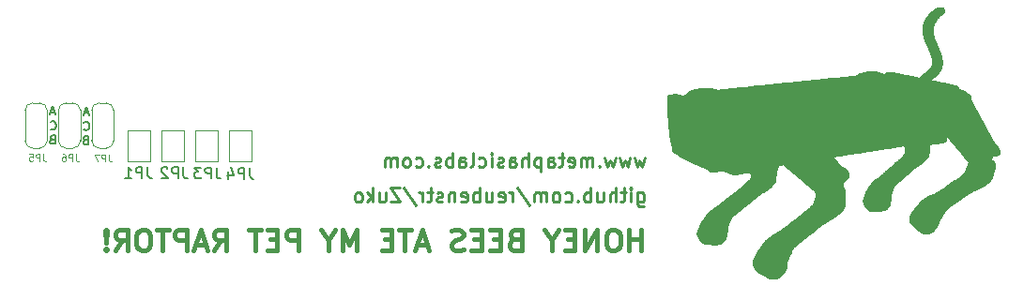
<source format=gbr>
%TF.GenerationSoftware,KiCad,Pcbnew,(6.0.1)*%
%TF.CreationDate,2022-02-16T19:40:38-05:00*%
%TF.ProjectId,expansion-board,65787061-6e73-4696-9f6e-2d626f617264,rev?*%
%TF.SameCoordinates,Original*%
%TF.FileFunction,Legend,Bot*%
%TF.FilePolarity,Positive*%
%FSLAX46Y46*%
G04 Gerber Fmt 4.6, Leading zero omitted, Abs format (unit mm)*
G04 Created by KiCad (PCBNEW (6.0.1)) date 2022-02-16 19:40:38*
%MOMM*%
%LPD*%
G01*
G04 APERTURE LIST*
%ADD10C,0.264583*%
%ADD11C,0.190500*%
%ADD12C,0.381000*%
%ADD13C,0.254000*%
%ADD14C,0.150000*%
%ADD15C,0.076200*%
%ADD16C,0.120000*%
G04 APERTURE END LIST*
D10*
X138792088Y-67372292D02*
X138784396Y-67369222D01*
X138784396Y-67369222D02*
X138776921Y-67366026D01*
X138776921Y-67366026D02*
X138769699Y-67362731D01*
X138769699Y-67362731D02*
X138762771Y-67359362D01*
X138762771Y-67359362D02*
X138756174Y-67355943D01*
X138756174Y-67355943D02*
X138749948Y-67352502D01*
X138749948Y-67352502D02*
X138744132Y-67349063D01*
X138744132Y-67349063D02*
X138738763Y-67345652D01*
X138738763Y-67345652D02*
X138733881Y-67342294D01*
X138733881Y-67342294D02*
X138729524Y-67339016D01*
X138729524Y-67339016D02*
X138725731Y-67335842D01*
X138725731Y-67335842D02*
X138722541Y-67332798D01*
X138722541Y-67332798D02*
X138719993Y-67329910D01*
X138719993Y-67329910D02*
X138718124Y-67327204D01*
X138718124Y-67327204D02*
X138716975Y-67324705D01*
X138716975Y-67324705D02*
X138716682Y-67323540D01*
X138716682Y-67323540D02*
X138716583Y-67322438D01*
X138716583Y-67322438D02*
X138716440Y-67321325D01*
X138716440Y-67321325D02*
X138716014Y-67320133D01*
X138716014Y-67320133D02*
X138715312Y-67318865D01*
X138715312Y-67318865D02*
X138714342Y-67317525D01*
X138714342Y-67317525D02*
X138713110Y-67316116D01*
X138713110Y-67316116D02*
X138711624Y-67314641D01*
X138711624Y-67314641D02*
X138709891Y-67313105D01*
X138709891Y-67313105D02*
X138707918Y-67311512D01*
X138707918Y-67311512D02*
X138703278Y-67308165D01*
X138703278Y-67308165D02*
X138697761Y-67304632D01*
X138697761Y-67304632D02*
X138691424Y-67300940D01*
X138691424Y-67300940D02*
X138684323Y-67297119D01*
X138684323Y-67297119D02*
X138676514Y-67293198D01*
X138676514Y-67293198D02*
X138668053Y-67289207D01*
X138668053Y-67289207D02*
X138658997Y-67285175D01*
X138658997Y-67285175D02*
X138649402Y-67281130D01*
X138649402Y-67281130D02*
X138639324Y-67277103D01*
X138639324Y-67277103D02*
X138628820Y-67273123D01*
X138628820Y-67273123D02*
X138617946Y-67269217D01*
X138617946Y-67269217D02*
X138606758Y-67265417D01*
X138606758Y-67265417D02*
X138595571Y-67261602D01*
X138595571Y-67261602D02*
X138584697Y-67257652D01*
X138584697Y-67257652D02*
X138574194Y-67253598D01*
X138574194Y-67253598D02*
X138564117Y-67249470D01*
X138564117Y-67249470D02*
X138554522Y-67245301D01*
X138554522Y-67245301D02*
X138545466Y-67241120D01*
X138545466Y-67241120D02*
X138537006Y-67236957D01*
X138537006Y-67236957D02*
X138529197Y-67232845D01*
X138529197Y-67232845D02*
X138522096Y-67228813D01*
X138522096Y-67228813D02*
X138515759Y-67224893D01*
X138515759Y-67224893D02*
X138510242Y-67221115D01*
X138510242Y-67221115D02*
X138505602Y-67217509D01*
X138505602Y-67217509D02*
X138501896Y-67214108D01*
X138501896Y-67214108D02*
X138499178Y-67210940D01*
X138499178Y-67210940D02*
X138497507Y-67208038D01*
X138497507Y-67208038D02*
X138497080Y-67206696D01*
X138497080Y-67206696D02*
X138496937Y-67205431D01*
X138496937Y-67205431D02*
X138496854Y-67204183D01*
X138496854Y-67204183D02*
X138496609Y-67202888D01*
X138496609Y-67202888D02*
X138496205Y-67201551D01*
X138496205Y-67201551D02*
X138495647Y-67200172D01*
X138495647Y-67200172D02*
X138494939Y-67198757D01*
X138494939Y-67198757D02*
X138494084Y-67197307D01*
X138494084Y-67197307D02*
X138493087Y-67195827D01*
X138493087Y-67195827D02*
X138491952Y-67194318D01*
X138491952Y-67194318D02*
X138490682Y-67192785D01*
X138490682Y-67192785D02*
X138489282Y-67191229D01*
X138489282Y-67191229D02*
X138487756Y-67189655D01*
X138487756Y-67189655D02*
X138486108Y-67188065D01*
X138486108Y-67188065D02*
X138482463Y-67184850D01*
X138482463Y-67184850D02*
X138478377Y-67181608D01*
X138478377Y-67181608D02*
X138473885Y-67178365D01*
X138473885Y-67178365D02*
X138469017Y-67175144D01*
X138469017Y-67175144D02*
X138463807Y-67171970D01*
X138463807Y-67171970D02*
X138458287Y-67168868D01*
X138458287Y-67168868D02*
X138452490Y-67165863D01*
X138452490Y-67165863D02*
X138446446Y-67162978D01*
X138446446Y-67162978D02*
X138440191Y-67160238D01*
X138440191Y-67160238D02*
X138433754Y-67157667D01*
X138433754Y-67157667D02*
X138426664Y-67154778D01*
X138426664Y-67154778D02*
X138418488Y-67151104D01*
X138418488Y-67151104D02*
X138399270Y-67141622D01*
X138399270Y-67141622D02*
X138376876Y-67129670D01*
X138376876Y-67129670D02*
X138352082Y-67115695D01*
X138352082Y-67115695D02*
X138325665Y-67100145D01*
X138325665Y-67100145D02*
X138298401Y-67083468D01*
X138298401Y-67083468D02*
X138271067Y-67066110D01*
X138271067Y-67066110D02*
X138244438Y-67048521D01*
X138244438Y-67048521D02*
X138218735Y-67031422D01*
X138218735Y-67031422D02*
X138194049Y-67015470D01*
X138194049Y-67015470D02*
X138170970Y-67001014D01*
X138170970Y-67001014D02*
X138150089Y-66988403D01*
X138150089Y-66988403D02*
X138131997Y-66977987D01*
X138131997Y-66977987D02*
X138117286Y-66970115D01*
X138117286Y-66970115D02*
X138106546Y-66965136D01*
X138106546Y-66965136D02*
X138102850Y-66963840D01*
X138102850Y-66963840D02*
X138100369Y-66963398D01*
X138100369Y-66963398D02*
X138099233Y-66963255D01*
X138099233Y-66963255D02*
X138097683Y-66962828D01*
X138097683Y-66962828D02*
X138093389Y-66961157D01*
X138093389Y-66961157D02*
X138087582Y-66958439D01*
X138087582Y-66958439D02*
X138080354Y-66954732D01*
X138080354Y-66954732D02*
X138062015Y-66944576D01*
X138062015Y-66944576D02*
X138039124Y-66931137D01*
X138039124Y-66931137D02*
X138012432Y-66914867D01*
X138012432Y-66914867D02*
X137982693Y-66896216D01*
X137982693Y-66896216D02*
X137950657Y-66875635D01*
X137950657Y-66875635D02*
X137917076Y-66853573D01*
X137917076Y-66853573D02*
X137883466Y-66831512D01*
X137883466Y-66831512D02*
X137851346Y-66810930D01*
X137851346Y-66810930D02*
X137821472Y-66792279D01*
X137821472Y-66792279D02*
X137794604Y-66776009D01*
X137794604Y-66776009D02*
X137771498Y-66762571D01*
X137771498Y-66762571D02*
X137752912Y-66752414D01*
X137752912Y-66752414D02*
X137739603Y-66745990D01*
X137739603Y-66745990D02*
X137735165Y-66744318D01*
X137735165Y-66744318D02*
X137732330Y-66743748D01*
X137732330Y-66743748D02*
X137726616Y-66742930D01*
X137726616Y-66742930D02*
X137720155Y-66740537D01*
X137720155Y-66740537D02*
X137713008Y-66736657D01*
X137713008Y-66736657D02*
X137705237Y-66731378D01*
X137705237Y-66731378D02*
X137696902Y-66724791D01*
X137696902Y-66724791D02*
X137688064Y-66716983D01*
X137688064Y-66716983D02*
X137669122Y-66698061D01*
X137669122Y-66698061D02*
X137648899Y-66675324D01*
X137648899Y-66675324D02*
X137627880Y-66649483D01*
X137627880Y-66649483D02*
X137606553Y-66621249D01*
X137606553Y-66621249D02*
X137585405Y-66591332D01*
X137585405Y-66591332D02*
X137564922Y-66560443D01*
X137564922Y-66560443D02*
X137545590Y-66529295D01*
X137545590Y-66529295D02*
X137527897Y-66498596D01*
X137527897Y-66498596D02*
X137512330Y-66469059D01*
X137512330Y-66469059D02*
X137499374Y-66441393D01*
X137499374Y-66441393D02*
X137489518Y-66416311D01*
X137489518Y-66416311D02*
X137485904Y-66404961D01*
X137485904Y-66404961D02*
X137483247Y-66394523D01*
X137483247Y-66394523D02*
X137481608Y-66385086D01*
X137481608Y-66385086D02*
X137481049Y-66376740D01*
X137481049Y-66376740D02*
X137480871Y-66372579D01*
X137480871Y-66372579D02*
X137480348Y-66368419D01*
X137480348Y-66368419D02*
X137479498Y-66364285D01*
X137479498Y-66364285D02*
X137478340Y-66360205D01*
X137478340Y-66360205D02*
X137476889Y-66356204D01*
X137476889Y-66356204D02*
X137475165Y-66352309D01*
X137475165Y-66352309D02*
X137473184Y-66348548D01*
X137473184Y-66348548D02*
X137470965Y-66344945D01*
X137470965Y-66344945D02*
X137468524Y-66341528D01*
X137468524Y-66341528D02*
X137465880Y-66338324D01*
X137465880Y-66338324D02*
X137463050Y-66335358D01*
X137463050Y-66335358D02*
X137460052Y-66332657D01*
X137460052Y-66332657D02*
X137456903Y-66330249D01*
X137456903Y-66330249D02*
X137453621Y-66328159D01*
X137453621Y-66328159D02*
X137451935Y-66327241D01*
X137451935Y-66327241D02*
X137450223Y-66326413D01*
X137450223Y-66326413D02*
X137448487Y-66325678D01*
X137448487Y-66325678D02*
X137446728Y-66325039D01*
X137446728Y-66325039D02*
X137442355Y-66322089D01*
X137442355Y-66322089D02*
X137438264Y-66316371D01*
X137438264Y-66316371D02*
X137434454Y-66308066D01*
X137434454Y-66308066D02*
X137430926Y-66297356D01*
X137430926Y-66297356D02*
X137424716Y-66269449D01*
X137424716Y-66269449D02*
X137419633Y-66234105D01*
X137419633Y-66234105D02*
X137415677Y-66192780D01*
X137415677Y-66192780D02*
X137412849Y-66146928D01*
X137412849Y-66146928D02*
X137411149Y-66098006D01*
X137411149Y-66098006D02*
X137410577Y-66047467D01*
X137410577Y-66047467D02*
X137411134Y-65996769D01*
X137411134Y-65996769D02*
X137412820Y-65947364D01*
X137412820Y-65947364D02*
X137415635Y-65900710D01*
X137415635Y-65900710D02*
X137419580Y-65858261D01*
X137419580Y-65858261D02*
X137424654Y-65821472D01*
X137424654Y-65821472D02*
X137430859Y-65791798D01*
X137430859Y-65791798D02*
X137438194Y-65770696D01*
X137438194Y-65770696D02*
X137442285Y-65763813D01*
X137442285Y-65763813D02*
X137446659Y-65759619D01*
X137446659Y-65759619D02*
X137448468Y-65758348D01*
X137448468Y-65758348D02*
X137450364Y-65756725D01*
X137450364Y-65756725D02*
X137452341Y-65754758D01*
X137452341Y-65754758D02*
X137454396Y-65752460D01*
X137454396Y-65752460D02*
X137458716Y-65746909D01*
X137458716Y-65746909D02*
X137463285Y-65740156D01*
X137463285Y-65740156D02*
X137468064Y-65732284D01*
X137468064Y-65732284D02*
X137473013Y-65723378D01*
X137473013Y-65723378D02*
X137478093Y-65713521D01*
X137478093Y-65713521D02*
X137483265Y-65702797D01*
X137483265Y-65702797D02*
X137488490Y-65691291D01*
X137488490Y-65691291D02*
X137493727Y-65679086D01*
X137493727Y-65679086D02*
X137498939Y-65666266D01*
X137498939Y-65666266D02*
X137504085Y-65652915D01*
X137504085Y-65652915D02*
X137509126Y-65639118D01*
X137509126Y-65639118D02*
X137514023Y-65624957D01*
X137514023Y-65624957D02*
X137518737Y-65610517D01*
X137518737Y-65610517D02*
X137523228Y-65595883D01*
X137523228Y-65595883D02*
X137532159Y-65567240D01*
X137532159Y-65567240D02*
X137541318Y-65540519D01*
X137541318Y-65540519D02*
X137550446Y-65516305D01*
X137550446Y-65516305D02*
X137559282Y-65495182D01*
X137559282Y-65495182D02*
X137567568Y-65477735D01*
X137567568Y-65477735D02*
X137571423Y-65470573D01*
X137571423Y-65470573D02*
X137575044Y-65464549D01*
X137575044Y-65464549D02*
X137578396Y-65459737D01*
X137578396Y-65459737D02*
X137581449Y-65456209D01*
X137581449Y-65456209D02*
X137584170Y-65454039D01*
X137584170Y-65454039D02*
X137585395Y-65453485D01*
X137585395Y-65453485D02*
X137586525Y-65453299D01*
X137586525Y-65453299D02*
X137587665Y-65453119D01*
X137587665Y-65453119D02*
X137588918Y-65452587D01*
X137588918Y-65452587D02*
X137590279Y-65451710D01*
X137590279Y-65451710D02*
X137591746Y-65450497D01*
X137591746Y-65450497D02*
X137593312Y-65448957D01*
X137593312Y-65448957D02*
X137594973Y-65447100D01*
X137594973Y-65447100D02*
X137598564Y-65442466D01*
X137598564Y-65442466D02*
X137602482Y-65436666D01*
X137602482Y-65436666D02*
X137606691Y-65429770D01*
X137606691Y-65429770D02*
X137611155Y-65421849D01*
X137611155Y-65421849D02*
X137615838Y-65412972D01*
X137615838Y-65412972D02*
X137620704Y-65403211D01*
X137620704Y-65403211D02*
X137625718Y-65392635D01*
X137625718Y-65392635D02*
X137630842Y-65381315D01*
X137630842Y-65381315D02*
X137636041Y-65369321D01*
X137636041Y-65369321D02*
X137641279Y-65356724D01*
X137641279Y-65356724D02*
X137646519Y-65343594D01*
X137646519Y-65343594D02*
X137651726Y-65330002D01*
X137651726Y-65330002D02*
X137656864Y-65316017D01*
X137656864Y-65316017D02*
X137667144Y-65288435D01*
X137667144Y-65288435D02*
X137677438Y-65262693D01*
X137677438Y-65262693D02*
X137687470Y-65239356D01*
X137687470Y-65239356D02*
X137696965Y-65218986D01*
X137696965Y-65218986D02*
X137705647Y-65202149D01*
X137705647Y-65202149D02*
X137709598Y-65195232D01*
X137709598Y-65195232D02*
X137713241Y-65189409D01*
X137713241Y-65189409D02*
X137716543Y-65184751D01*
X137716543Y-65184751D02*
X137719470Y-65181329D01*
X137719470Y-65181329D02*
X137721987Y-65179214D01*
X137721987Y-65179214D02*
X137723081Y-65178668D01*
X137723081Y-65178668D02*
X137724060Y-65178475D01*
X137724060Y-65178475D02*
X137725046Y-65178301D01*
X137725046Y-65178301D02*
X137726159Y-65177810D01*
X137726159Y-65177810D02*
X137727396Y-65177010D01*
X137727396Y-65177010D02*
X137728751Y-65175908D01*
X137728751Y-65175908D02*
X137730220Y-65174514D01*
X137730220Y-65174514D02*
X137731798Y-65172833D01*
X137731798Y-65172833D02*
X137735265Y-65168649D01*
X137735265Y-65168649D02*
X137739113Y-65163417D01*
X137739113Y-65163417D02*
X137743307Y-65157203D01*
X137743307Y-65157203D02*
X137747808Y-65150068D01*
X137747808Y-65150068D02*
X137752581Y-65142077D01*
X137752581Y-65142077D02*
X137757588Y-65133293D01*
X137757588Y-65133293D02*
X137762793Y-65123780D01*
X137762793Y-65123780D02*
X137768158Y-65113600D01*
X137768158Y-65113600D02*
X137773646Y-65102817D01*
X137773646Y-65102817D02*
X137779221Y-65091494D01*
X137779221Y-65091494D02*
X137784846Y-65079695D01*
X137784846Y-65079695D02*
X137790483Y-65067483D01*
X137790483Y-65067483D02*
X137796097Y-65054922D01*
X137796097Y-65054922D02*
X137807412Y-65030155D01*
X137807412Y-65030155D02*
X137818795Y-65007050D01*
X137818795Y-65007050D02*
X137829936Y-64986112D01*
X137829936Y-64986112D02*
X137840528Y-64967846D01*
X137840528Y-64967846D02*
X137845522Y-64959874D01*
X137845522Y-64959874D02*
X137850262Y-64952760D01*
X137850262Y-64952760D02*
X137854711Y-64946567D01*
X137854711Y-64946567D02*
X137858830Y-64941358D01*
X137858830Y-64941358D02*
X137862580Y-64937197D01*
X137862580Y-64937197D02*
X137865924Y-64934146D01*
X137865924Y-64934146D02*
X137868821Y-64932269D01*
X137868821Y-64932269D02*
X137870091Y-64931791D01*
X137870091Y-64931791D02*
X137871235Y-64931629D01*
X137871235Y-64931629D02*
X137872360Y-64931504D01*
X137872360Y-64931504D02*
X137873575Y-64931131D01*
X137873575Y-64931131D02*
X137874876Y-64930517D01*
X137874876Y-64930517D02*
X137876258Y-64929668D01*
X137876258Y-64929668D02*
X137877719Y-64928591D01*
X137877719Y-64928591D02*
X137879254Y-64927290D01*
X137879254Y-64927290D02*
X137880859Y-64925774D01*
X137880859Y-64925774D02*
X137882530Y-64924047D01*
X137882530Y-64924047D02*
X137886055Y-64919987D01*
X137886055Y-64919987D02*
X137889798Y-64915160D01*
X137889798Y-64915160D02*
X137893728Y-64909615D01*
X137893728Y-64909615D02*
X137897813Y-64903401D01*
X137897813Y-64903401D02*
X137902022Y-64896568D01*
X137902022Y-64896568D02*
X137906324Y-64889165D01*
X137906324Y-64889165D02*
X137910686Y-64881240D01*
X137910686Y-64881240D02*
X137915079Y-64872845D01*
X137915079Y-64872845D02*
X137919470Y-64864027D01*
X137919470Y-64864027D02*
X137923828Y-64854836D01*
X137923828Y-64854836D02*
X137928122Y-64845321D01*
X137928122Y-64845321D02*
X137932320Y-64835532D01*
X137932320Y-64835532D02*
X137936551Y-64825742D01*
X137936551Y-64825742D02*
X137940939Y-64816228D01*
X137940939Y-64816228D02*
X137945448Y-64807037D01*
X137945448Y-64807037D02*
X137950044Y-64798219D01*
X137950044Y-64798219D02*
X137954693Y-64789824D01*
X137954693Y-64789824D02*
X137959360Y-64781900D01*
X137959360Y-64781900D02*
X137964011Y-64774497D01*
X137964011Y-64774497D02*
X137968612Y-64767664D01*
X137968612Y-64767664D02*
X137973128Y-64761450D01*
X137973128Y-64761450D02*
X137977525Y-64755905D01*
X137977525Y-64755905D02*
X137981769Y-64751078D01*
X137981769Y-64751078D02*
X137985824Y-64747018D01*
X137985824Y-64747018D02*
X137989657Y-64743775D01*
X137989657Y-64743775D02*
X137993233Y-64741397D01*
X137993233Y-64741397D02*
X137996518Y-64739934D01*
X137996518Y-64739934D02*
X137998041Y-64739561D01*
X137998041Y-64739561D02*
X137999477Y-64739435D01*
X137999477Y-64739435D02*
X138000882Y-64739370D01*
X138000882Y-64739370D02*
X138002309Y-64739176D01*
X138002309Y-64739176D02*
X138003758Y-64738856D01*
X138003758Y-64738856D02*
X138005224Y-64738414D01*
X138005224Y-64738414D02*
X138006705Y-64737852D01*
X138006705Y-64737852D02*
X138008199Y-64737175D01*
X138008199Y-64737175D02*
X138009702Y-64736384D01*
X138009702Y-64736384D02*
X138011213Y-64735485D01*
X138011213Y-64735485D02*
X138012728Y-64734478D01*
X138012728Y-64734478D02*
X138014244Y-64733369D01*
X138014244Y-64733369D02*
X138015758Y-64732160D01*
X138015758Y-64732160D02*
X138017269Y-64730854D01*
X138017269Y-64730854D02*
X138018772Y-64729454D01*
X138018772Y-64729454D02*
X138020267Y-64727965D01*
X138020267Y-64727965D02*
X138023215Y-64724727D01*
X138023215Y-64724727D02*
X138026092Y-64721166D01*
X138026092Y-64721166D02*
X138028875Y-64717309D01*
X138028875Y-64717309D02*
X138031543Y-64713180D01*
X138031543Y-64713180D02*
X138034073Y-64708805D01*
X138034073Y-64708805D02*
X138036444Y-64704210D01*
X138036444Y-64704210D02*
X138038633Y-64699421D01*
X138038633Y-64699421D02*
X138040618Y-64694463D01*
X138040618Y-64694463D02*
X138042378Y-64689362D01*
X138042378Y-64689362D02*
X138044254Y-64683983D01*
X138044254Y-64683983D02*
X138046586Y-64678209D01*
X138046586Y-64678209D02*
X138049341Y-64672094D01*
X138049341Y-64672094D02*
X138052484Y-64665691D01*
X138052484Y-64665691D02*
X138055982Y-64659052D01*
X138055982Y-64659052D02*
X138059800Y-64652231D01*
X138059800Y-64652231D02*
X138063906Y-64645281D01*
X138063906Y-64645281D02*
X138068265Y-64638255D01*
X138068265Y-64638255D02*
X138072843Y-64631206D01*
X138072843Y-64631206D02*
X138077608Y-64624188D01*
X138077608Y-64624188D02*
X138082524Y-64617254D01*
X138082524Y-64617254D02*
X138087558Y-64610456D01*
X138087558Y-64610456D02*
X138092676Y-64603848D01*
X138092676Y-64603848D02*
X138097845Y-64597483D01*
X138097845Y-64597483D02*
X138103031Y-64591415D01*
X138103031Y-64591415D02*
X138108200Y-64585696D01*
X138108200Y-64585696D02*
X138119306Y-64573264D01*
X138119306Y-64573264D02*
X138131747Y-64558447D01*
X138131747Y-64558447D02*
X138145101Y-64541797D01*
X138145101Y-64541797D02*
X138158948Y-64523870D01*
X138158948Y-64523870D02*
X138172867Y-64505221D01*
X138172867Y-64505221D02*
X138186437Y-64486403D01*
X138186437Y-64486403D02*
X138199237Y-64467973D01*
X138199237Y-64467973D02*
X138210846Y-64450484D01*
X138210846Y-64450484D02*
X138224251Y-64430463D01*
X138224251Y-64430463D02*
X138239340Y-64409370D01*
X138239340Y-64409370D02*
X138256323Y-64386977D01*
X138256323Y-64386977D02*
X138275410Y-64363057D01*
X138275410Y-64363057D02*
X138296812Y-64337385D01*
X138296812Y-64337385D02*
X138320738Y-64309732D01*
X138320738Y-64309732D02*
X138347399Y-64279874D01*
X138347399Y-64279874D02*
X138377005Y-64247583D01*
X138377005Y-64247583D02*
X138445891Y-64174796D01*
X138445891Y-64174796D02*
X138529079Y-64089559D01*
X138529079Y-64089559D02*
X138628249Y-63990060D01*
X138628249Y-63990060D02*
X138745083Y-63874485D01*
X138745083Y-63874485D02*
X138752346Y-63867500D01*
X138752346Y-63867500D02*
X138759731Y-63860712D01*
X138759731Y-63860712D02*
X138767185Y-63854154D01*
X138767185Y-63854154D02*
X138774655Y-63847862D01*
X138774655Y-63847862D02*
X138782091Y-63841872D01*
X138782091Y-63841872D02*
X138789440Y-63836218D01*
X138789440Y-63836218D02*
X138796649Y-63830936D01*
X138796649Y-63830936D02*
X138803668Y-63826061D01*
X138803668Y-63826061D02*
X138810443Y-63821627D01*
X138810443Y-63821627D02*
X138816922Y-63817671D01*
X138816922Y-63817671D02*
X138823054Y-63814227D01*
X138823054Y-63814227D02*
X138828787Y-63811330D01*
X138828787Y-63811330D02*
X138834067Y-63809016D01*
X138834067Y-63809016D02*
X138838845Y-63807319D01*
X138838845Y-63807319D02*
X138843066Y-63806276D01*
X138843066Y-63806276D02*
X138846680Y-63805920D01*
X138846680Y-63805920D02*
X138848346Y-63805872D01*
X138848346Y-63805872D02*
X138850048Y-63805731D01*
X138850048Y-63805731D02*
X138853544Y-63805176D01*
X138853544Y-63805176D02*
X138857142Y-63804273D01*
X138857142Y-63804273D02*
X138860813Y-63803043D01*
X138860813Y-63803043D02*
X138864529Y-63801502D01*
X138864529Y-63801502D02*
X138868264Y-63799670D01*
X138868264Y-63799670D02*
X138871990Y-63797566D01*
X138871990Y-63797566D02*
X138875680Y-63795208D01*
X138875680Y-63795208D02*
X138879304Y-63792615D01*
X138879304Y-63792615D02*
X138882837Y-63789806D01*
X138882837Y-63789806D02*
X138886251Y-63786798D01*
X138886251Y-63786798D02*
X138889517Y-63783612D01*
X138889517Y-63783612D02*
X138892609Y-63780266D01*
X138892609Y-63780266D02*
X138895499Y-63776778D01*
X138895499Y-63776778D02*
X138898159Y-63773167D01*
X138898159Y-63773167D02*
X138900562Y-63769451D01*
X138900562Y-63769451D02*
X138903295Y-63765462D01*
X138903295Y-63765462D02*
X138906930Y-63761048D01*
X138906930Y-63761048D02*
X138911407Y-63756255D01*
X138911407Y-63756255D02*
X138916664Y-63751127D01*
X138916664Y-63751127D02*
X138922642Y-63745712D01*
X138922642Y-63745712D02*
X138929279Y-63740054D01*
X138929279Y-63740054D02*
X138936516Y-63734200D01*
X138936516Y-63734200D02*
X138944291Y-63728196D01*
X138944291Y-63728196D02*
X138952544Y-63722086D01*
X138952544Y-63722086D02*
X138961214Y-63715917D01*
X138961214Y-63715917D02*
X138970242Y-63709734D01*
X138970242Y-63709734D02*
X138979566Y-63703584D01*
X138979566Y-63703584D02*
X138989125Y-63697511D01*
X138989125Y-63697511D02*
X138998860Y-63691562D01*
X138998860Y-63691562D02*
X139008709Y-63685782D01*
X139008709Y-63685782D02*
X139018612Y-63680218D01*
X139018612Y-63680218D02*
X139038340Y-63668960D01*
X139038340Y-63668960D02*
X139057566Y-63657185D01*
X139057566Y-63657185D02*
X139075810Y-63645241D01*
X139075810Y-63645241D02*
X139092592Y-63633477D01*
X139092592Y-63633477D02*
X139107433Y-63622241D01*
X139107433Y-63622241D02*
X139113976Y-63616930D01*
X139113976Y-63616930D02*
X139119854Y-63611882D01*
X139119854Y-63611882D02*
X139125006Y-63607141D01*
X139125006Y-63607141D02*
X139129373Y-63602750D01*
X139129373Y-63602750D02*
X139132896Y-63598752D01*
X139132896Y-63598752D02*
X139135513Y-63595192D01*
X139135513Y-63595192D02*
X139136707Y-63593497D01*
X139136707Y-63593497D02*
X139138133Y-63591742D01*
X139138133Y-63591742D02*
X139141654Y-63588066D01*
X139141654Y-63588066D02*
X139146018Y-63584197D01*
X139146018Y-63584197D02*
X139151164Y-63580169D01*
X139151164Y-63580169D02*
X139157033Y-63576013D01*
X139157033Y-63576013D02*
X139163565Y-63571763D01*
X139163565Y-63571763D02*
X139170701Y-63567452D01*
X139170701Y-63567452D02*
X139178379Y-63563112D01*
X139178379Y-63563112D02*
X139186541Y-63558776D01*
X139186541Y-63558776D02*
X139195128Y-63554477D01*
X139195128Y-63554477D02*
X139204078Y-63550247D01*
X139204078Y-63550247D02*
X139213333Y-63546119D01*
X139213333Y-63546119D02*
X139222832Y-63542126D01*
X139222832Y-63542126D02*
X139232517Y-63538302D01*
X139232517Y-63538302D02*
X139242326Y-63534677D01*
X139242326Y-63534677D02*
X139252201Y-63531287D01*
X139252201Y-63531287D02*
X139261969Y-63527947D01*
X139261969Y-63527947D02*
X139271463Y-63524474D01*
X139271463Y-63524474D02*
X139280634Y-63520895D01*
X139280634Y-63520895D02*
X139289432Y-63517237D01*
X139289432Y-63517237D02*
X139297809Y-63513528D01*
X139297809Y-63513528D02*
X139305716Y-63509796D01*
X139305716Y-63509796D02*
X139313103Y-63506069D01*
X139313103Y-63506069D02*
X139319921Y-63502374D01*
X139319921Y-63502374D02*
X139326121Y-63498739D01*
X139326121Y-63498739D02*
X139331654Y-63495191D01*
X139331654Y-63495191D02*
X139336470Y-63491759D01*
X139336470Y-63491759D02*
X139340521Y-63488469D01*
X139340521Y-63488469D02*
X139343758Y-63485351D01*
X139343758Y-63485351D02*
X139346130Y-63482430D01*
X139346130Y-63482430D02*
X139347590Y-63479736D01*
X139347590Y-63479736D02*
X139347962Y-63478482D01*
X139347962Y-63478482D02*
X139348087Y-63477295D01*
X139348087Y-63477295D02*
X139348222Y-63476092D01*
X139348222Y-63476092D02*
X139348622Y-63474789D01*
X139348622Y-63474789D02*
X139349279Y-63473391D01*
X139349279Y-63473391D02*
X139350189Y-63471903D01*
X139350189Y-63471903D02*
X139351343Y-63470327D01*
X139351343Y-63470327D02*
X139352736Y-63468669D01*
X139352736Y-63468669D02*
X139354361Y-63466933D01*
X139354361Y-63466933D02*
X139356212Y-63465124D01*
X139356212Y-63465124D02*
X139360562Y-63461300D01*
X139360562Y-63461300D02*
X139365734Y-63457232D01*
X139365734Y-63457232D02*
X139371675Y-63452954D01*
X139371675Y-63452954D02*
X139378332Y-63448501D01*
X139378332Y-63448501D02*
X139385653Y-63443906D01*
X139385653Y-63443906D02*
X139393585Y-63439204D01*
X139393585Y-63439204D02*
X139402075Y-63434429D01*
X139402075Y-63434429D02*
X139411070Y-63429614D01*
X139411070Y-63429614D02*
X139420517Y-63424795D01*
X139420517Y-63424795D02*
X139430364Y-63420005D01*
X139430364Y-63420005D02*
X139440558Y-63415279D01*
X139440558Y-63415279D02*
X139451046Y-63410651D01*
X139451046Y-63410651D02*
X139491988Y-63392627D01*
X139491988Y-63392627D02*
X139528544Y-63375411D01*
X139528544Y-63375411D02*
X139545933Y-63366658D01*
X139545933Y-63366658D02*
X139563131Y-63357569D01*
X139563131Y-63357569D02*
X139580440Y-63347964D01*
X139580440Y-63347964D02*
X139598163Y-63337665D01*
X139598163Y-63337665D02*
X139616602Y-63326492D01*
X139616602Y-63326492D02*
X139636057Y-63314265D01*
X139636057Y-63314265D02*
X139679229Y-63285935D01*
X139679229Y-63285935D02*
X139730093Y-63251240D01*
X139730093Y-63251240D02*
X139791065Y-63208746D01*
X139791065Y-63208746D02*
X139817062Y-63190821D01*
X139817062Y-63190821D02*
X139842161Y-63174098D01*
X139842161Y-63174098D02*
X139865754Y-63158944D01*
X139865754Y-63158944D02*
X139887230Y-63145725D01*
X139887230Y-63145725D02*
X139905981Y-63134806D01*
X139905981Y-63134806D02*
X139921394Y-63126554D01*
X139921394Y-63126554D02*
X139927660Y-63123542D01*
X139927660Y-63123542D02*
X139932862Y-63121334D01*
X139932862Y-63121334D02*
X139936925Y-63119976D01*
X139936925Y-63119976D02*
X139939774Y-63119513D01*
X139939774Y-63119513D02*
X139940930Y-63119458D01*
X139940930Y-63119458D02*
X139942185Y-63119296D01*
X139942185Y-63119296D02*
X139944972Y-63118659D01*
X139944972Y-63118659D02*
X139948101Y-63117625D01*
X139948101Y-63117625D02*
X139951538Y-63116213D01*
X139951538Y-63116213D02*
X139955252Y-63114447D01*
X139955252Y-63114447D02*
X139959207Y-63112346D01*
X139959207Y-63112346D02*
X139963371Y-63109933D01*
X139963371Y-63109933D02*
X139967711Y-63107229D01*
X139967711Y-63107229D02*
X139972193Y-63104256D01*
X139972193Y-63104256D02*
X139976783Y-63101035D01*
X139976783Y-63101035D02*
X139981448Y-63097587D01*
X139981448Y-63097587D02*
X139986156Y-63093934D01*
X139986156Y-63093934D02*
X139990872Y-63090098D01*
X139990872Y-63090098D02*
X139995563Y-63086099D01*
X139995563Y-63086099D02*
X140000196Y-63081959D01*
X140000196Y-63081959D02*
X140004738Y-63077700D01*
X140004738Y-63077700D02*
X140019637Y-63064573D01*
X140019637Y-63064573D02*
X140045453Y-63043189D01*
X140045453Y-63043189D02*
X140080768Y-63014670D01*
X140080768Y-63014670D02*
X140124167Y-62980137D01*
X140124167Y-62980137D02*
X140229542Y-62897512D01*
X140229542Y-62897512D02*
X140350243Y-62804287D01*
X140350243Y-62804287D02*
X140583706Y-62624667D01*
X140583706Y-62624667D02*
X140720902Y-62518044D01*
X140720902Y-62518044D02*
X140756220Y-62490263D01*
X140756220Y-62490263D02*
X140801641Y-62455019D01*
X140801641Y-62455019D02*
X140851308Y-62416834D01*
X140851308Y-62416834D02*
X140899368Y-62380228D01*
X140899368Y-62380228D02*
X140922571Y-62362389D01*
X140922571Y-62362389D02*
X140946421Y-62343555D01*
X140946421Y-62343555D02*
X140970239Y-62324296D01*
X140970239Y-62324296D02*
X140993346Y-62305180D01*
X140993346Y-62305180D02*
X141015062Y-62286776D01*
X141015062Y-62286776D02*
X141034708Y-62269653D01*
X141034708Y-62269653D02*
X141051604Y-62254381D01*
X141051604Y-62254381D02*
X141065071Y-62241528D01*
X141065071Y-62241528D02*
X141070936Y-62235871D01*
X141070936Y-62235871D02*
X141076973Y-62230373D01*
X141076973Y-62230373D02*
X141083137Y-62225062D01*
X141083137Y-62225062D02*
X141089382Y-62219967D01*
X141089382Y-62219967D02*
X141095664Y-62215115D01*
X141095664Y-62215115D02*
X141101935Y-62210537D01*
X141101935Y-62210537D02*
X141108151Y-62206258D01*
X141108151Y-62206258D02*
X141114266Y-62202310D01*
X141114266Y-62202310D02*
X141120235Y-62198719D01*
X141120235Y-62198719D02*
X141126011Y-62195515D01*
X141126011Y-62195515D02*
X141131549Y-62192725D01*
X141131549Y-62192725D02*
X141136803Y-62190379D01*
X141136803Y-62190379D02*
X141141728Y-62188505D01*
X141141728Y-62188505D02*
X141146278Y-62187131D01*
X141146278Y-62187131D02*
X141150408Y-62186285D01*
X141150408Y-62186285D02*
X141154072Y-62185997D01*
X141154072Y-62185997D02*
X141155813Y-62185925D01*
X141155813Y-62185925D02*
X141157622Y-62185712D01*
X141157622Y-62185712D02*
X141159493Y-62185361D01*
X141159493Y-62185361D02*
X141161422Y-62184876D01*
X141161422Y-62184876D02*
X141163405Y-62184261D01*
X141163405Y-62184261D02*
X141165437Y-62183518D01*
X141165437Y-62183518D02*
X141169633Y-62181664D01*
X141169633Y-62181664D02*
X141173976Y-62179344D01*
X141173976Y-62179344D02*
X141178430Y-62176585D01*
X141178430Y-62176585D02*
X141182961Y-62173416D01*
X141182961Y-62173416D02*
X141187534Y-62169866D01*
X141187534Y-62169866D02*
X141192115Y-62165961D01*
X141192115Y-62165961D02*
X141196670Y-62161730D01*
X141196670Y-62161730D02*
X141201162Y-62157202D01*
X141201162Y-62157202D02*
X141205558Y-62152405D01*
X141205558Y-62152405D02*
X141209824Y-62147366D01*
X141209824Y-62147366D02*
X141213924Y-62142115D01*
X141213924Y-62142115D02*
X141217824Y-62136678D01*
X141217824Y-62136678D02*
X141221489Y-62131085D01*
X141221489Y-62131085D02*
X141225087Y-62125491D01*
X141225087Y-62125491D02*
X141228789Y-62120054D01*
X141228789Y-62120054D02*
X141232566Y-62114802D01*
X141232566Y-62114802D02*
X141236390Y-62109763D01*
X141236390Y-62109763D02*
X141240233Y-62104965D01*
X141240233Y-62104965D02*
X141244069Y-62100437D01*
X141244069Y-62100437D02*
X141247868Y-62096207D01*
X141247868Y-62096207D02*
X141251603Y-62092302D01*
X141251603Y-62092302D02*
X141255246Y-62088752D01*
X141255246Y-62088752D02*
X141258769Y-62085583D01*
X141258769Y-62085583D02*
X141262145Y-62082825D01*
X141262145Y-62082825D02*
X141265346Y-62080505D01*
X141265346Y-62080505D02*
X141268343Y-62078652D01*
X141268343Y-62078652D02*
X141271109Y-62077293D01*
X141271109Y-62077293D02*
X141273617Y-62076457D01*
X141273617Y-62076457D02*
X141274764Y-62076244D01*
X141274764Y-62076244D02*
X141275837Y-62076172D01*
X141275837Y-62076172D02*
X141284311Y-62071926D01*
X141284311Y-62071926D02*
X141302711Y-62059801D01*
X141302711Y-62059801D02*
X141364487Y-62015581D01*
X141364487Y-62015581D02*
X141451553Y-61950854D01*
X141451553Y-61950854D02*
X141554300Y-61872962D01*
X141554300Y-61872962D02*
X141768392Y-61707046D01*
X141768392Y-61707046D02*
X141860516Y-61633705D01*
X141860516Y-61633705D02*
X141929878Y-61576565D01*
X141929878Y-61576565D02*
X141941023Y-61567414D01*
X141941023Y-61567414D02*
X141956619Y-61555086D01*
X141956619Y-61555086D02*
X141998318Y-61523059D01*
X141998318Y-61523059D02*
X142049269Y-61484813D01*
X142049269Y-61484813D02*
X142103767Y-61444676D01*
X142103767Y-61444676D02*
X142131694Y-61423831D01*
X142131694Y-61423831D02*
X142160544Y-61401405D01*
X142160544Y-61401405D02*
X142189486Y-61378103D01*
X142189486Y-61378103D02*
X142217688Y-61354627D01*
X142217688Y-61354627D02*
X142244319Y-61331683D01*
X142244319Y-61331683D02*
X142268547Y-61309973D01*
X142268547Y-61309973D02*
X142289541Y-61290202D01*
X142289541Y-61290202D02*
X142306469Y-61273073D01*
X142306469Y-61273073D02*
X142313807Y-61265382D01*
X142313807Y-61265382D02*
X142321170Y-61257906D01*
X142321170Y-61257906D02*
X142335777Y-61243757D01*
X142335777Y-61243757D02*
X142349906Y-61230934D01*
X142349906Y-61230934D02*
X142356672Y-61225118D01*
X142356672Y-61225118D02*
X142363175Y-61219749D01*
X142363175Y-61219749D02*
X142369367Y-61214867D01*
X142369367Y-61214867D02*
X142375199Y-61210510D01*
X142375199Y-61210510D02*
X142380625Y-61206717D01*
X142380625Y-61206717D02*
X142385596Y-61203527D01*
X142385596Y-61203527D02*
X142390064Y-61200979D01*
X142390064Y-61200979D02*
X142393981Y-61199110D01*
X142393981Y-61199110D02*
X142397299Y-61197961D01*
X142397299Y-61197961D02*
X142398719Y-61197668D01*
X142398719Y-61197668D02*
X142399971Y-61197569D01*
X142399971Y-61197569D02*
X142402148Y-61197169D01*
X142402148Y-61197169D02*
X142405004Y-61195974D01*
X142405004Y-61195974D02*
X142408531Y-61193990D01*
X142408531Y-61193990D02*
X142412722Y-61191225D01*
X142412722Y-61191225D02*
X142423072Y-61183377D01*
X142423072Y-61183377D02*
X142435999Y-61172484D01*
X142435999Y-61172484D02*
X142451449Y-61158602D01*
X142451449Y-61158602D02*
X142469366Y-61141784D01*
X142469366Y-61141784D02*
X142489696Y-61122087D01*
X142489696Y-61122087D02*
X142512384Y-61099565D01*
X142512384Y-61099565D02*
X142564619Y-61046262D01*
X142564619Y-61046262D02*
X142625634Y-60982316D01*
X142625634Y-60982316D02*
X142694991Y-60908164D01*
X142694991Y-60908164D02*
X142772255Y-60824244D01*
X142772255Y-60824244D02*
X142782974Y-60811218D01*
X142782974Y-60811218D02*
X142794327Y-60795047D01*
X142794327Y-60795047D02*
X142806130Y-60776165D01*
X142806130Y-60776165D02*
X142818202Y-60755003D01*
X142818202Y-60755003D02*
X142830359Y-60731994D01*
X142830359Y-60731994D02*
X142842418Y-60707572D01*
X142842418Y-60707572D02*
X142854197Y-60682169D01*
X142854197Y-60682169D02*
X142865512Y-60656217D01*
X142865512Y-60656217D02*
X142876181Y-60630149D01*
X142876181Y-60630149D02*
X142886020Y-60604399D01*
X142886020Y-60604399D02*
X142894848Y-60579398D01*
X142894848Y-60579398D02*
X142902481Y-60555580D01*
X142902481Y-60555580D02*
X142908735Y-60533377D01*
X142908735Y-60533377D02*
X142913429Y-60513221D01*
X142913429Y-60513221D02*
X142916380Y-60495547D01*
X142916380Y-60495547D02*
X142917404Y-60480786D01*
X142917404Y-60480786D02*
X142917453Y-60479278D01*
X142917453Y-60479278D02*
X142917597Y-60477694D01*
X142917597Y-60477694D02*
X142918164Y-60474309D01*
X142918164Y-60474309D02*
X142919085Y-60470667D01*
X142919085Y-60470667D02*
X142920341Y-60466799D01*
X142920341Y-60466799D02*
X142921913Y-60462740D01*
X142921913Y-60462740D02*
X142923783Y-60458524D01*
X142923783Y-60458524D02*
X142925930Y-60454184D01*
X142925930Y-60454184D02*
X142928337Y-60449754D01*
X142928337Y-60449754D02*
X142930983Y-60445267D01*
X142930983Y-60445267D02*
X142933850Y-60440758D01*
X142933850Y-60440758D02*
X142936920Y-60436259D01*
X142936920Y-60436259D02*
X142940171Y-60431806D01*
X142940171Y-60431806D02*
X142943587Y-60427430D01*
X142943587Y-60427430D02*
X142947147Y-60423166D01*
X142947147Y-60423166D02*
X142950832Y-60419048D01*
X142950832Y-60419048D02*
X142954624Y-60415110D01*
X142954624Y-60415110D02*
X142960297Y-60408700D01*
X142960297Y-60408700D02*
X142965869Y-60400950D01*
X142965869Y-60400950D02*
X142976676Y-60381667D01*
X142976676Y-60381667D02*
X142986973Y-60357737D01*
X142986973Y-60357737D02*
X142996689Y-60329637D01*
X142996689Y-60329637D02*
X143005751Y-60297843D01*
X143005751Y-60297843D02*
X143014086Y-60262831D01*
X143014086Y-60262831D02*
X143021624Y-60225079D01*
X143021624Y-60225079D02*
X143028291Y-60185063D01*
X143028291Y-60185063D02*
X143034015Y-60143259D01*
X143034015Y-60143259D02*
X143038725Y-60100145D01*
X143038725Y-60100145D02*
X143042347Y-60056196D01*
X143042347Y-60056196D02*
X143044811Y-60011890D01*
X143044811Y-60011890D02*
X143046043Y-59967702D01*
X143046043Y-59967702D02*
X143045972Y-59924111D01*
X143045972Y-59924111D02*
X143044525Y-59881591D01*
X143044525Y-59881591D02*
X143041630Y-59840620D01*
X143041630Y-59840620D02*
X143033711Y-59767636D01*
X143033711Y-59767636D02*
X143023953Y-59701223D01*
X143023953Y-59701223D02*
X143018471Y-59670784D01*
X143018471Y-59670784D02*
X143012634Y-59642354D01*
X143012634Y-59642354D02*
X143006477Y-59616054D01*
X143006477Y-59616054D02*
X143000035Y-59592005D01*
X143000035Y-59592005D02*
X142993344Y-59570329D01*
X142993344Y-59570329D02*
X142986437Y-59551149D01*
X142986437Y-59551149D02*
X142979351Y-59534585D01*
X142979351Y-59534585D02*
X142972120Y-59520760D01*
X142972120Y-59520760D02*
X142964779Y-59509795D01*
X142964779Y-59509795D02*
X142957363Y-59501812D01*
X142957363Y-59501812D02*
X142949908Y-59496933D01*
X142949908Y-59496933D02*
X142946176Y-59495695D01*
X142946176Y-59495695D02*
X142942448Y-59495280D01*
X142942448Y-59495280D02*
X142941085Y-59495127D01*
X142941085Y-59495127D02*
X142939396Y-59494674D01*
X142939396Y-59494674D02*
X142935075Y-59492898D01*
X142935075Y-59492898D02*
X142929565Y-59490011D01*
X142929565Y-59490011D02*
X142922948Y-59486072D01*
X142922948Y-59486072D02*
X142915302Y-59481142D01*
X142915302Y-59481142D02*
X142906707Y-59475281D01*
X142906707Y-59475281D02*
X142897245Y-59468548D01*
X142897245Y-59468548D02*
X142886995Y-59461002D01*
X142886995Y-59461002D02*
X142876037Y-59452705D01*
X142876037Y-59452705D02*
X142864451Y-59443716D01*
X142864451Y-59443716D02*
X142839717Y-59423899D01*
X142839717Y-59423899D02*
X142813435Y-59402031D01*
X142813435Y-59402031D02*
X142786243Y-59378590D01*
X142786243Y-59378590D02*
X142725141Y-59325698D01*
X142725141Y-59325698D02*
X142657087Y-59267949D01*
X142657087Y-59267949D02*
X142590381Y-59212324D01*
X142590381Y-59212324D02*
X142533321Y-59165804D01*
X142533321Y-59165804D02*
X142507705Y-59144959D01*
X142507705Y-59144959D02*
X142480857Y-59122534D01*
X142480857Y-59122534D02*
X142453577Y-59099231D01*
X142453577Y-59099231D02*
X142426662Y-59075756D01*
X142426662Y-59075756D02*
X142400913Y-59052811D01*
X142400913Y-59052811D02*
X142377126Y-59031101D01*
X142377126Y-59031101D02*
X142356100Y-59011330D01*
X142356100Y-59011330D02*
X142338635Y-58994202D01*
X142338635Y-58994202D02*
X142330871Y-58986511D01*
X142330871Y-58986511D02*
X142323034Y-58979035D01*
X142323034Y-58979035D02*
X142315176Y-58971814D01*
X142315176Y-58971814D02*
X142307351Y-58964885D01*
X142307351Y-58964885D02*
X142299611Y-58958289D01*
X142299611Y-58958289D02*
X142292009Y-58952063D01*
X142292009Y-58952063D02*
X142284599Y-58946246D01*
X142284599Y-58946246D02*
X142277433Y-58940877D01*
X142277433Y-58940877D02*
X142270565Y-58935995D01*
X142270565Y-58935995D02*
X142264047Y-58931638D01*
X142264047Y-58931638D02*
X142257932Y-58927845D01*
X142257932Y-58927845D02*
X142252274Y-58924655D01*
X142252274Y-58924655D02*
X142247125Y-58922107D01*
X142247125Y-58922107D02*
X142242538Y-58920239D01*
X142242538Y-58920239D02*
X142238567Y-58919089D01*
X142238567Y-58919089D02*
X142235264Y-58918698D01*
X142235264Y-58918698D02*
X142233750Y-58918635D01*
X142233750Y-58918635D02*
X142232162Y-58918448D01*
X142232162Y-58918448D02*
X142230505Y-58918141D01*
X142230505Y-58918141D02*
X142228781Y-58917717D01*
X142228781Y-58917717D02*
X142225155Y-58916528D01*
X142225155Y-58916528D02*
X142221315Y-58914906D01*
X142221315Y-58914906D02*
X142217296Y-58912876D01*
X142217296Y-58912876D02*
X142213130Y-58910463D01*
X142213130Y-58910463D02*
X142208851Y-58907690D01*
X142208851Y-58907690D02*
X142204491Y-58904583D01*
X142204491Y-58904583D02*
X142200084Y-58901167D01*
X142200084Y-58901167D02*
X142195663Y-58897465D01*
X142195663Y-58897465D02*
X142191260Y-58893503D01*
X142191260Y-58893503D02*
X142186910Y-58889306D01*
X142186910Y-58889306D02*
X142182644Y-58884897D01*
X142182644Y-58884897D02*
X142178497Y-58880301D01*
X142178497Y-58880301D02*
X142174500Y-58875544D01*
X142174500Y-58875544D02*
X142170689Y-58870650D01*
X142170689Y-58870650D02*
X142166240Y-58865117D01*
X142166240Y-58865117D02*
X142160381Y-58858489D01*
X142160381Y-58858489D02*
X142153206Y-58850852D01*
X142153206Y-58850852D02*
X142144811Y-58842294D01*
X142144811Y-58842294D02*
X142124746Y-58822767D01*
X142124746Y-58822767D02*
X142100951Y-58800608D01*
X142100951Y-58800608D02*
X142074193Y-58776519D01*
X142074193Y-58776519D02*
X142045238Y-58751200D01*
X142045238Y-58751200D02*
X142014853Y-58725354D01*
X142014853Y-58725354D02*
X141983803Y-58699681D01*
X141983803Y-58699681D02*
X141915818Y-58643237D01*
X141915818Y-58643237D02*
X141842272Y-58580420D01*
X141842272Y-58580420D02*
X141772022Y-58518889D01*
X141772022Y-58518889D02*
X141740901Y-58490999D01*
X141740901Y-58490999D02*
X141713924Y-58466301D01*
X141713924Y-58466301D02*
X141689374Y-58443833D01*
X141689374Y-58443833D02*
X141665207Y-58422330D01*
X141665207Y-58422330D02*
X141642041Y-58402301D01*
X141642041Y-58402301D02*
X141620496Y-58384258D01*
X141620496Y-58384258D02*
X141601192Y-58368708D01*
X141601192Y-58368708D02*
X141584747Y-58356161D01*
X141584747Y-58356161D02*
X141571782Y-58347127D01*
X141571782Y-58347127D02*
X141566798Y-58344087D01*
X141566798Y-58344087D02*
X141562916Y-58342116D01*
X141562916Y-58342116D02*
X141555713Y-58338575D01*
X141555713Y-58338575D02*
X141547136Y-58333524D01*
X141547136Y-58333524D02*
X141537151Y-58326934D01*
X141537151Y-58326934D02*
X141525724Y-58318776D01*
X141525724Y-58318776D02*
X141512821Y-58309022D01*
X141512821Y-58309022D02*
X141498409Y-58297643D01*
X141498409Y-58297643D02*
X141482453Y-58284610D01*
X141482453Y-58284610D02*
X141464919Y-58269894D01*
X141464919Y-58269894D02*
X141424985Y-58235299D01*
X141424985Y-58235299D02*
X141378335Y-58193629D01*
X141378335Y-58193629D02*
X141324699Y-58144654D01*
X141324699Y-58144654D02*
X141263805Y-58088145D01*
X141263805Y-58088145D02*
X141241428Y-58067462D01*
X141241428Y-58067462D02*
X141220095Y-58048167D01*
X141220095Y-58048167D02*
X141200306Y-58030681D01*
X141200306Y-58030681D02*
X141182561Y-58015428D01*
X141182561Y-58015428D02*
X141167360Y-58002830D01*
X141167360Y-58002830D02*
X141155201Y-57993308D01*
X141155201Y-57993308D02*
X141146585Y-57987285D01*
X141146585Y-57987285D02*
X141143761Y-57985718D01*
X141143761Y-57985718D02*
X141142010Y-57985184D01*
X141142010Y-57985184D02*
X141135786Y-57981794D01*
X141135786Y-57981794D02*
X141122299Y-57972056D01*
X141122299Y-57972056D02*
X141076616Y-57936121D01*
X141076616Y-57936121D02*
X141011114Y-57882548D01*
X141011114Y-57882548D02*
X140931946Y-57816509D01*
X140931946Y-57816509D02*
X140845265Y-57743174D01*
X140845265Y-57743174D02*
X140757223Y-57667716D01*
X140757223Y-57667716D02*
X140673975Y-57595304D01*
X140673975Y-57595304D02*
X140601673Y-57531110D01*
X140601673Y-57531110D02*
X140580139Y-57512016D01*
X140580139Y-57512016D02*
X140559393Y-57494203D01*
X140559393Y-57494203D02*
X140539935Y-57478060D01*
X140539935Y-57478060D02*
X140522268Y-57463978D01*
X140522268Y-57463978D02*
X140506891Y-57452347D01*
X140506891Y-57452347D02*
X140494306Y-57443557D01*
X140494306Y-57443557D02*
X140489217Y-57440348D01*
X140489217Y-57440348D02*
X140485014Y-57437996D01*
X140485014Y-57437996D02*
X140481759Y-57436550D01*
X140481759Y-57436550D02*
X140479515Y-57436056D01*
X140479515Y-57436056D02*
X140478552Y-57435951D01*
X140478552Y-57435951D02*
X140477384Y-57435640D01*
X140477384Y-57435640D02*
X140474460Y-57434417D01*
X140474460Y-57434417D02*
X140470794Y-57432429D01*
X140470794Y-57432429D02*
X140466439Y-57429718D01*
X140466439Y-57429718D02*
X140461445Y-57426324D01*
X140461445Y-57426324D02*
X140455863Y-57422289D01*
X140455863Y-57422289D02*
X140449747Y-57417653D01*
X140449747Y-57417653D02*
X140443146Y-57412459D01*
X140443146Y-57412459D02*
X140436112Y-57406747D01*
X140436112Y-57406747D02*
X140428698Y-57400558D01*
X140428698Y-57400558D02*
X140420954Y-57393934D01*
X140420954Y-57393934D02*
X140412932Y-57386916D01*
X140412932Y-57386916D02*
X140404683Y-57379544D01*
X140404683Y-57379544D02*
X140396260Y-57371861D01*
X140396260Y-57371861D02*
X140387712Y-57363907D01*
X140387712Y-57363907D02*
X140379093Y-57355724D01*
X140379093Y-57355724D02*
X140337901Y-57317061D01*
X140337901Y-57317061D02*
X140287671Y-57271174D01*
X140287671Y-57271174D02*
X140234754Y-57223808D01*
X140234754Y-57223808D02*
X140185505Y-57180703D01*
X140185505Y-57180703D02*
X140075680Y-57086016D01*
X140075680Y-57086016D02*
X139821709Y-57115753D01*
X139821709Y-57115753D02*
X139763340Y-57123133D01*
X139763340Y-57123133D02*
X139712294Y-57130733D01*
X139712294Y-57130733D02*
X139668714Y-57138518D01*
X139668714Y-57138518D02*
X139632741Y-57146453D01*
X139632741Y-57146453D02*
X139617651Y-57150466D01*
X139617651Y-57150466D02*
X139604516Y-57154503D01*
X139604516Y-57154503D02*
X139593353Y-57158560D01*
X139593353Y-57158560D02*
X139584180Y-57162632D01*
X139584180Y-57162632D02*
X139577015Y-57166715D01*
X139577015Y-57166715D02*
X139571875Y-57170805D01*
X139571875Y-57170805D02*
X139568778Y-57174898D01*
X139568778Y-57174898D02*
X139567741Y-57178988D01*
X139567741Y-57178988D02*
X139567557Y-57182588D01*
X139567557Y-57182588D02*
X139567014Y-57186457D01*
X139567014Y-57186457D02*
X139566133Y-57190558D01*
X139566133Y-57190558D02*
X139564930Y-57194856D01*
X139564930Y-57194856D02*
X139563425Y-57199315D01*
X139563425Y-57199315D02*
X139561635Y-57203900D01*
X139561635Y-57203900D02*
X139559579Y-57208574D01*
X139559579Y-57208574D02*
X139557276Y-57213302D01*
X139557276Y-57213302D02*
X139554743Y-57218048D01*
X139554743Y-57218048D02*
X139551998Y-57222776D01*
X139551998Y-57222776D02*
X139549060Y-57227450D01*
X139549060Y-57227450D02*
X139545948Y-57232035D01*
X139545948Y-57232035D02*
X139542679Y-57236495D01*
X139542679Y-57236495D02*
X139539272Y-57240794D01*
X139539272Y-57240794D02*
X139535745Y-57244896D01*
X139535745Y-57244896D02*
X139532116Y-57248766D01*
X139532116Y-57248766D02*
X139528223Y-57253317D01*
X139528223Y-57253317D02*
X139523926Y-57259417D01*
X139523926Y-57259417D02*
X139519267Y-57266963D01*
X139519267Y-57266963D02*
X139514293Y-57275852D01*
X139514293Y-57275852D02*
X139509045Y-57285982D01*
X139509045Y-57285982D02*
X139503570Y-57297249D01*
X139503570Y-57297249D02*
X139497910Y-57309550D01*
X139497910Y-57309550D02*
X139492111Y-57322782D01*
X139492111Y-57322782D02*
X139486215Y-57336842D01*
X139486215Y-57336842D02*
X139480268Y-57351626D01*
X139480268Y-57351626D02*
X139468395Y-57382958D01*
X139468395Y-57382958D02*
X139462557Y-57399299D01*
X139462557Y-57399299D02*
X139456844Y-57415953D01*
X139456844Y-57415953D02*
X139451300Y-57432816D01*
X139451300Y-57432816D02*
X139445969Y-57449785D01*
X139445969Y-57449785D02*
X139435416Y-57483438D01*
X139435416Y-57483438D02*
X139424789Y-57515916D01*
X139424789Y-57515916D02*
X139414377Y-57546431D01*
X139414377Y-57546431D02*
X139404469Y-57574196D01*
X139404469Y-57574196D02*
X139395352Y-57598421D01*
X139395352Y-57598421D02*
X139387315Y-57618319D01*
X139387315Y-57618319D02*
X139380647Y-57633101D01*
X139380647Y-57633101D02*
X139377917Y-57638328D01*
X139377917Y-57638328D02*
X139375637Y-57641979D01*
X139375637Y-57641979D02*
X139372211Y-57647131D01*
X139372211Y-57647131D02*
X139368871Y-57652985D01*
X139368871Y-57652985D02*
X139362439Y-57666876D01*
X139362439Y-57666876D02*
X139356322Y-57683817D01*
X139356322Y-57683817D02*
X139350497Y-57703968D01*
X139350497Y-57703968D02*
X139344943Y-57727493D01*
X139344943Y-57727493D02*
X139339640Y-57754553D01*
X139339640Y-57754553D02*
X139334566Y-57785312D01*
X139334566Y-57785312D02*
X139329701Y-57819931D01*
X139329701Y-57819931D02*
X139325021Y-57858574D01*
X139325021Y-57858574D02*
X139320508Y-57901401D01*
X139320508Y-57901401D02*
X139316139Y-57948577D01*
X139316139Y-57948577D02*
X139311894Y-58000262D01*
X139311894Y-58000262D02*
X139303689Y-58117813D01*
X139303689Y-58117813D02*
X139295723Y-58255352D01*
X139295723Y-58255352D02*
X139290924Y-58334813D01*
X139290924Y-58334813D02*
X139285332Y-58409658D01*
X139285332Y-58409658D02*
X139279149Y-58478198D01*
X139279149Y-58478198D02*
X139272578Y-58538743D01*
X139272578Y-58538743D02*
X139265821Y-58589605D01*
X139265821Y-58589605D02*
X139259080Y-58629094D01*
X139259080Y-58629094D02*
X139252556Y-58655521D01*
X139252556Y-58655521D02*
X139249439Y-58663308D01*
X139249439Y-58663308D02*
X139246452Y-58667197D01*
X139246452Y-58667197D02*
X139244979Y-58668208D01*
X139244979Y-58668208D02*
X139243473Y-58669371D01*
X139243473Y-58669371D02*
X139240376Y-58672131D01*
X139240376Y-58672131D02*
X139237185Y-58675434D01*
X139237185Y-58675434D02*
X139233925Y-58679237D01*
X139233925Y-58679237D02*
X139230621Y-58683500D01*
X139230621Y-58683500D02*
X139227297Y-58688181D01*
X139227297Y-58688181D02*
X139223979Y-58693237D01*
X139223979Y-58693237D02*
X139220690Y-58698627D01*
X139220690Y-58698627D02*
X139217455Y-58704309D01*
X139217455Y-58704309D02*
X139214300Y-58710241D01*
X139214300Y-58710241D02*
X139211248Y-58716382D01*
X139211248Y-58716382D02*
X139208324Y-58722689D01*
X139208324Y-58722689D02*
X139205554Y-58729121D01*
X139205554Y-58729121D02*
X139202961Y-58735636D01*
X139202961Y-58735636D02*
X139200570Y-58742192D01*
X139200570Y-58742192D02*
X139198406Y-58748747D01*
X139198406Y-58748747D02*
X139196305Y-58754500D01*
X139196305Y-58754500D02*
X139193406Y-58760902D01*
X139193406Y-58760902D02*
X139185341Y-58775512D01*
X139185341Y-58775512D02*
X139174464Y-58792301D01*
X139174464Y-58792301D02*
X139161027Y-58810995D01*
X139161027Y-58810995D02*
X139145282Y-58831317D01*
X139145282Y-58831317D02*
X139127481Y-58852992D01*
X139127481Y-58852992D02*
X139107878Y-58875744D01*
X139107878Y-58875744D02*
X139086723Y-58899298D01*
X139086723Y-58899298D02*
X139064270Y-58923378D01*
X139064270Y-58923378D02*
X139040771Y-58947708D01*
X139040771Y-58947708D02*
X139016478Y-58972013D01*
X139016478Y-58972013D02*
X138991643Y-58996017D01*
X138991643Y-58996017D02*
X138966519Y-59019444D01*
X138966519Y-59019444D02*
X138941358Y-59042020D01*
X138941358Y-59042020D02*
X138916412Y-59063467D01*
X138916412Y-59063467D02*
X138891933Y-59083512D01*
X138891933Y-59083512D02*
X138793368Y-59163351D01*
X138793368Y-59163351D02*
X138671013Y-59264073D01*
X138671013Y-59264073D02*
X138557595Y-59358580D01*
X138557595Y-59358580D02*
X138485836Y-59419775D01*
X138485836Y-59419775D02*
X138480211Y-59424670D01*
X138480211Y-59424670D02*
X138474531Y-59429427D01*
X138474531Y-59429427D02*
X138468834Y-59434023D01*
X138468834Y-59434023D02*
X138463159Y-59438432D01*
X138463159Y-59438432D02*
X138457545Y-59442630D01*
X138457545Y-59442630D02*
X138452030Y-59446592D01*
X138452030Y-59446592D02*
X138446652Y-59450293D01*
X138446652Y-59450293D02*
X138441449Y-59453710D01*
X138441449Y-59453710D02*
X138436461Y-59456817D01*
X138436461Y-59456817D02*
X138431726Y-59459590D01*
X138431726Y-59459590D02*
X138427282Y-59462003D01*
X138427282Y-59462003D02*
X138423168Y-59464034D01*
X138423168Y-59464034D02*
X138419422Y-59465655D01*
X138419422Y-59465655D02*
X138416083Y-59466844D01*
X138416083Y-59466844D02*
X138413189Y-59467576D01*
X138413189Y-59467576D02*
X138410778Y-59467825D01*
X138410778Y-59467825D02*
X138409546Y-59467933D01*
X138409546Y-59467933D02*
X138408013Y-59468253D01*
X138408013Y-59468253D02*
X138404083Y-59469506D01*
X138404083Y-59469506D02*
X138399063Y-59471544D01*
X138399063Y-59471544D02*
X138393025Y-59474325D01*
X138393025Y-59474325D02*
X138386042Y-59477804D01*
X138386042Y-59477804D02*
X138378187Y-59481942D01*
X138378187Y-59481942D02*
X138360158Y-59492021D01*
X138360158Y-59492021D02*
X138339521Y-59504223D01*
X138339521Y-59504223D02*
X138316863Y-59518212D01*
X138316863Y-59518212D02*
X138292769Y-59533648D01*
X138292769Y-59533648D02*
X138267826Y-59550194D01*
X138267826Y-59550194D02*
X138242690Y-59566740D01*
X138242690Y-59566740D02*
X138218043Y-59582177D01*
X138218043Y-59582177D02*
X138194512Y-59596165D01*
X138194512Y-59596165D02*
X138172719Y-59608367D01*
X138172719Y-59608367D02*
X138153291Y-59618446D01*
X138153291Y-59618446D02*
X138136852Y-59626064D01*
X138136852Y-59626064D02*
X138129948Y-59628844D01*
X138129948Y-59628844D02*
X138124027Y-59630882D01*
X138124027Y-59630882D02*
X138119165Y-59632136D01*
X138119165Y-59632136D02*
X138115440Y-59632563D01*
X138115440Y-59632563D02*
X138113885Y-59632597D01*
X138113885Y-59632597D02*
X138112349Y-59632699D01*
X138112349Y-59632699D02*
X138110835Y-59632866D01*
X138110835Y-59632866D02*
X138109344Y-59633097D01*
X138109344Y-59633097D02*
X138107879Y-59633390D01*
X138107879Y-59633390D02*
X138106442Y-59633745D01*
X138106442Y-59633745D02*
X138105034Y-59634158D01*
X138105034Y-59634158D02*
X138103658Y-59634628D01*
X138103658Y-59634628D02*
X138102315Y-59635154D01*
X138102315Y-59635154D02*
X138101008Y-59635733D01*
X138101008Y-59635733D02*
X138099738Y-59636365D01*
X138099738Y-59636365D02*
X138098507Y-59637048D01*
X138098507Y-59637048D02*
X138097317Y-59637779D01*
X138097317Y-59637779D02*
X138096170Y-59638558D01*
X138096170Y-59638558D02*
X138095068Y-59639382D01*
X138095068Y-59639382D02*
X138094013Y-59640250D01*
X138094013Y-59640250D02*
X138093007Y-59641160D01*
X138093007Y-59641160D02*
X138092052Y-59642110D01*
X138092052Y-59642110D02*
X138091150Y-59643100D01*
X138091150Y-59643100D02*
X138090302Y-59644126D01*
X138090302Y-59644126D02*
X138089512Y-59645188D01*
X138089512Y-59645188D02*
X138088779Y-59646284D01*
X138088779Y-59646284D02*
X138088108Y-59647412D01*
X138088108Y-59647412D02*
X138087498Y-59648570D01*
X138087498Y-59648570D02*
X138086953Y-59649757D01*
X138086953Y-59649757D02*
X138086475Y-59650971D01*
X138086475Y-59650971D02*
X138086065Y-59652211D01*
X138086065Y-59652211D02*
X138085725Y-59653474D01*
X138085725Y-59653474D02*
X138085457Y-59654759D01*
X138085457Y-59654759D02*
X138085263Y-59656064D01*
X138085263Y-59656064D02*
X138085146Y-59657389D01*
X138085146Y-59657389D02*
X138085106Y-59658730D01*
X138085106Y-59658730D02*
X138084980Y-59660131D01*
X138084980Y-59660131D02*
X138084607Y-59661632D01*
X138084607Y-59661632D02*
X138083993Y-59663229D01*
X138083993Y-59663229D02*
X138083145Y-59664917D01*
X138083145Y-59664917D02*
X138082067Y-59666692D01*
X138082067Y-59666692D02*
X138080767Y-59668549D01*
X138080767Y-59668549D02*
X138079250Y-59670482D01*
X138079250Y-59670482D02*
X138077523Y-59672489D01*
X138077523Y-59672489D02*
X138075592Y-59674564D01*
X138075592Y-59674564D02*
X138073463Y-59676702D01*
X138073463Y-59676702D02*
X138068636Y-59681150D01*
X138068636Y-59681150D02*
X138063091Y-59685798D01*
X138063091Y-59685798D02*
X138056878Y-59690607D01*
X138056878Y-59690607D02*
X138050045Y-59695542D01*
X138050045Y-59695542D02*
X138042642Y-59700565D01*
X138042642Y-59700565D02*
X138034718Y-59705639D01*
X138034718Y-59705639D02*
X138026322Y-59710729D01*
X138026322Y-59710729D02*
X138017504Y-59715797D01*
X138017504Y-59715797D02*
X138008314Y-59720805D01*
X138008314Y-59720805D02*
X137998799Y-59725719D01*
X137998799Y-59725719D02*
X137989010Y-59730500D01*
X137989010Y-59730500D02*
X137979221Y-59735261D01*
X137979221Y-59735261D02*
X137969706Y-59740118D01*
X137969706Y-59740118D02*
X137960515Y-59745036D01*
X137960515Y-59745036D02*
X137951697Y-59749979D01*
X137951697Y-59749979D02*
X137943301Y-59754912D01*
X137943301Y-59754912D02*
X137935377Y-59759802D01*
X137935377Y-59759802D02*
X137927974Y-59764612D01*
X137927974Y-59764612D02*
X137921140Y-59769308D01*
X137921140Y-59769308D02*
X137914926Y-59773855D01*
X137914926Y-59773855D02*
X137909381Y-59778218D01*
X137909381Y-59778218D02*
X137904553Y-59782362D01*
X137904553Y-59782362D02*
X137900493Y-59786252D01*
X137900493Y-59786252D02*
X137897250Y-59789854D01*
X137897250Y-59789854D02*
X137894872Y-59793132D01*
X137894872Y-59793132D02*
X137893409Y-59796052D01*
X137893409Y-59796052D02*
X137893036Y-59797367D01*
X137893036Y-59797367D02*
X137892910Y-59798579D01*
X137892910Y-59798579D02*
X137892847Y-59799751D01*
X137892847Y-59799751D02*
X137892661Y-59800949D01*
X137892661Y-59800949D02*
X137892354Y-59802169D01*
X137892354Y-59802169D02*
X137891930Y-59803409D01*
X137891930Y-59803409D02*
X137891391Y-59804668D01*
X137891391Y-59804668D02*
X137890741Y-59805941D01*
X137890741Y-59805941D02*
X137889983Y-59807228D01*
X137889983Y-59807228D02*
X137889120Y-59808525D01*
X137889120Y-59808525D02*
X137888155Y-59809831D01*
X137888155Y-59809831D02*
X137887090Y-59811142D01*
X137887090Y-59811142D02*
X137885930Y-59812456D01*
X137885930Y-59812456D02*
X137884677Y-59813771D01*
X137884677Y-59813771D02*
X137883335Y-59815085D01*
X137883335Y-59815085D02*
X137881905Y-59816394D01*
X137881905Y-59816394D02*
X137878799Y-59818991D01*
X137878799Y-59818991D02*
X137875383Y-59821543D01*
X137875383Y-59821543D02*
X137871682Y-59824030D01*
X137871682Y-59824030D02*
X137867720Y-59826432D01*
X137867720Y-59826432D02*
X137863522Y-59828731D01*
X137863522Y-59828731D02*
X137859113Y-59830907D01*
X137859113Y-59830907D02*
X137854517Y-59832941D01*
X137854517Y-59832941D02*
X137849759Y-59834812D01*
X137849759Y-59834812D02*
X137844864Y-59836502D01*
X137844864Y-59836502D02*
X137839470Y-59838503D01*
X137839470Y-59838503D02*
X137833249Y-59841288D01*
X137833249Y-59841288D02*
X137826275Y-59844805D01*
X137826275Y-59844805D02*
X137818623Y-59849004D01*
X137818623Y-59849004D02*
X137810365Y-59853837D01*
X137810365Y-59853837D02*
X137801575Y-59859251D01*
X137801575Y-59859251D02*
X137792329Y-59865198D01*
X137792329Y-59865198D02*
X137782699Y-59871626D01*
X137782699Y-59871626D02*
X137762584Y-59885729D01*
X137762584Y-59885729D02*
X137741821Y-59901157D01*
X137741821Y-59901157D02*
X137721002Y-59917509D01*
X137721002Y-59917509D02*
X137710756Y-59925906D01*
X137710756Y-59925906D02*
X137700718Y-59934384D01*
X137700718Y-59934384D02*
X137681077Y-59950945D01*
X137681077Y-59950945D02*
X137662099Y-59966397D01*
X137662099Y-59966397D02*
X137644246Y-59980403D01*
X137644246Y-59980403D02*
X137627981Y-59992623D01*
X137627981Y-59992623D02*
X137613765Y-60002720D01*
X137613765Y-60002720D02*
X137602061Y-60010355D01*
X137602061Y-60010355D02*
X137597296Y-60013143D01*
X137597296Y-60013143D02*
X137593332Y-60015189D01*
X137593332Y-60015189D02*
X137590227Y-60016450D01*
X137590227Y-60016450D02*
X137588039Y-60016884D01*
X137588039Y-60016884D02*
X137587098Y-60016968D01*
X137587098Y-60016968D02*
X137585990Y-60017210D01*
X137585990Y-60017210D02*
X137583296Y-60018156D01*
X137583296Y-60018156D02*
X137579999Y-60019690D01*
X137579999Y-60019690D02*
X137576145Y-60021781D01*
X137576145Y-60021781D02*
X137571777Y-60024396D01*
X137571777Y-60024396D02*
X137566939Y-60027505D01*
X137566939Y-60027505D02*
X137561674Y-60031075D01*
X137561674Y-60031075D02*
X137556027Y-60035074D01*
X137556027Y-60035074D02*
X137550042Y-60039472D01*
X137550042Y-60039472D02*
X137543763Y-60044235D01*
X137543763Y-60044235D02*
X137537232Y-60049333D01*
X137537232Y-60049333D02*
X137530495Y-60054733D01*
X137530495Y-60054733D02*
X137523595Y-60060404D01*
X137523595Y-60060404D02*
X137516577Y-60066315D01*
X137516577Y-60066315D02*
X137509483Y-60072433D01*
X137509483Y-60072433D02*
X137502358Y-60078726D01*
X137502358Y-60078726D02*
X137471458Y-60105969D01*
X137471458Y-60105969D02*
X137438401Y-60134477D01*
X137438401Y-60134477D02*
X137407149Y-60160868D01*
X137407149Y-60160868D02*
X137381661Y-60181763D01*
X137381661Y-60181763D02*
X137180525Y-60345865D01*
X137180525Y-60345865D02*
X136997253Y-60497435D01*
X136997253Y-60497435D02*
X136988981Y-60504351D01*
X136988981Y-60504351D02*
X136977750Y-60513511D01*
X136977750Y-60513511D02*
X136948398Y-60536988D01*
X136948398Y-60536988D02*
X136913172Y-60564712D01*
X136913172Y-60564712D02*
X136876045Y-60593531D01*
X136876045Y-60593531D02*
X136835799Y-60624986D01*
X136835799Y-60624986D02*
X136792076Y-60659888D01*
X136792076Y-60659888D02*
X136750151Y-60693989D01*
X136750151Y-60693989D02*
X136715302Y-60723038D01*
X136715302Y-60723038D02*
X136629903Y-60793915D01*
X136629903Y-60793915D02*
X136521783Y-60881396D01*
X136521783Y-60881396D02*
X136411061Y-60969352D01*
X136411061Y-60969352D02*
X136317856Y-61041655D01*
X136317856Y-61041655D02*
X136300589Y-61055211D01*
X136300589Y-61055211D02*
X136281656Y-61070838D01*
X136281656Y-61070838D02*
X136261674Y-61087979D01*
X136261674Y-61087979D02*
X136241259Y-61106080D01*
X136241259Y-61106080D02*
X136221028Y-61124585D01*
X136221028Y-61124585D02*
X136201596Y-61142940D01*
X136201596Y-61142940D02*
X136183579Y-61160589D01*
X136183579Y-61160589D02*
X136167595Y-61176977D01*
X136167595Y-61176977D02*
X136160174Y-61184669D01*
X136160174Y-61184669D02*
X136152705Y-61192144D01*
X136152705Y-61192144D02*
X136145239Y-61199366D01*
X136145239Y-61199366D02*
X136137826Y-61206294D01*
X136137826Y-61206294D02*
X136130514Y-61212891D01*
X136130514Y-61212891D02*
X136123353Y-61219117D01*
X136123353Y-61219117D02*
X136116394Y-61224933D01*
X136116394Y-61224933D02*
X136109684Y-61230302D01*
X136109684Y-61230302D02*
X136103274Y-61235184D01*
X136103274Y-61235184D02*
X136097214Y-61239541D01*
X136097214Y-61239541D02*
X136091553Y-61243334D01*
X136091553Y-61243334D02*
X136086340Y-61246524D01*
X136086340Y-61246524D02*
X136081625Y-61249072D01*
X136081625Y-61249072D02*
X136077458Y-61250941D01*
X136077458Y-61250941D02*
X136073888Y-61252090D01*
X136073888Y-61252090D02*
X136072343Y-61252383D01*
X136072343Y-61252383D02*
X136070965Y-61252482D01*
X136070965Y-61252482D02*
X136069596Y-61252563D01*
X136069596Y-61252563D02*
X136068079Y-61252802D01*
X136068079Y-61252802D02*
X136066418Y-61253197D01*
X136066418Y-61253197D02*
X136064620Y-61253743D01*
X136064620Y-61253743D02*
X136060633Y-61255271D01*
X136060633Y-61255271D02*
X136056165Y-61257357D01*
X136056165Y-61257357D02*
X136051261Y-61259967D01*
X136051261Y-61259967D02*
X136045967Y-61263070D01*
X136045967Y-61263070D02*
X136040329Y-61266635D01*
X136040329Y-61266635D02*
X136034392Y-61270629D01*
X136034392Y-61270629D02*
X136028203Y-61275022D01*
X136028203Y-61275022D02*
X136021807Y-61279781D01*
X136021807Y-61279781D02*
X136015250Y-61284876D01*
X136015250Y-61284876D02*
X136008577Y-61290273D01*
X136008577Y-61290273D02*
X136001835Y-61295941D01*
X136001835Y-61295941D02*
X135995070Y-61301850D01*
X135995070Y-61301850D02*
X135988327Y-61307966D01*
X135988327Y-61307966D02*
X135981651Y-61314259D01*
X135981651Y-61314259D02*
X135945035Y-61349018D01*
X135945035Y-61349018D02*
X135911320Y-61380036D01*
X135911320Y-61380036D02*
X135879840Y-61407860D01*
X135879840Y-61407860D02*
X135849926Y-61433035D01*
X135849926Y-61433035D02*
X135820909Y-61456111D01*
X135820909Y-61456111D02*
X135792122Y-61477634D01*
X135792122Y-61477634D02*
X135762896Y-61498150D01*
X135762896Y-61498150D02*
X135732563Y-61518208D01*
X135732563Y-61518208D02*
X135724425Y-61523597D01*
X135724425Y-61523597D02*
X135716005Y-61529465D01*
X135716005Y-61529465D02*
X135707370Y-61535755D01*
X135707370Y-61535755D02*
X135698584Y-61542409D01*
X135698584Y-61542409D02*
X135680822Y-61556583D01*
X135680822Y-61556583D02*
X135663240Y-61571529D01*
X135663240Y-61571529D02*
X135646363Y-61586788D01*
X135646363Y-61586788D02*
X135630712Y-61601904D01*
X135630712Y-61601904D02*
X135623510Y-61609264D01*
X135623510Y-61609264D02*
X135616810Y-61616417D01*
X135616810Y-61616417D02*
X135610678Y-61623304D01*
X135610678Y-61623304D02*
X135605179Y-61629870D01*
X135605179Y-61629870D02*
X135599878Y-61636177D01*
X135599878Y-61636177D02*
X135594327Y-61642307D01*
X135594327Y-61642307D02*
X135588571Y-61648229D01*
X135588571Y-61648229D02*
X135582656Y-61653910D01*
X135582656Y-61653910D02*
X135576629Y-61659320D01*
X135576629Y-61659320D02*
X135570534Y-61664425D01*
X135570534Y-61664425D02*
X135564417Y-61669195D01*
X135564417Y-61669195D02*
X135558325Y-61673597D01*
X135558325Y-61673597D02*
X135552302Y-61677601D01*
X135552302Y-61677601D02*
X135546396Y-61681173D01*
X135546396Y-61681173D02*
X135540650Y-61684283D01*
X135540650Y-61684283D02*
X135535112Y-61686899D01*
X135535112Y-61686899D02*
X135529827Y-61688989D01*
X135529827Y-61688989D02*
X135524840Y-61690521D01*
X135524840Y-61690521D02*
X135520198Y-61691463D01*
X135520198Y-61691463D02*
X135518020Y-61691703D01*
X135518020Y-61691703D02*
X135515945Y-61691784D01*
X135515945Y-61691784D02*
X135511952Y-61691893D01*
X135511952Y-61691893D02*
X135508070Y-61692211D01*
X135508070Y-61692211D02*
X135504321Y-61692728D01*
X135504321Y-61692728D02*
X135500724Y-61693433D01*
X135500724Y-61693433D02*
X135497300Y-61694315D01*
X135497300Y-61694315D02*
X135494068Y-61695365D01*
X135494068Y-61695365D02*
X135491049Y-61696570D01*
X135491049Y-61696570D02*
X135488263Y-61697921D01*
X135488263Y-61697921D02*
X135485729Y-61699407D01*
X135485729Y-61699407D02*
X135483468Y-61701016D01*
X135483468Y-61701016D02*
X135481500Y-61702739D01*
X135481500Y-61702739D02*
X135479845Y-61704564D01*
X135479845Y-61704564D02*
X135479141Y-61705512D01*
X135479141Y-61705512D02*
X135478522Y-61706481D01*
X135478522Y-61706481D02*
X135477992Y-61707470D01*
X135477992Y-61707470D02*
X135477553Y-61708479D01*
X135477553Y-61708479D02*
X135477207Y-61709505D01*
X135477207Y-61709505D02*
X135476957Y-61710547D01*
X135476957Y-61710547D02*
X135476804Y-61711605D01*
X135476804Y-61711605D02*
X135476753Y-61712675D01*
X135476753Y-61712675D02*
X135476629Y-61713889D01*
X135476629Y-61713889D02*
X135476259Y-61715372D01*
X135476259Y-61715372D02*
X135474810Y-61719107D01*
X135474810Y-61719107D02*
X135472455Y-61723816D01*
X135472455Y-61723816D02*
X135469242Y-61729429D01*
X135469242Y-61729429D02*
X135465220Y-61735882D01*
X135465220Y-61735882D02*
X135460438Y-61743106D01*
X135460438Y-61743106D02*
X135454945Y-61751036D01*
X135454945Y-61751036D02*
X135448790Y-61759603D01*
X135448790Y-61759603D02*
X135442021Y-61768742D01*
X135442021Y-61768742D02*
X135434687Y-61778385D01*
X135434687Y-61778385D02*
X135418521Y-61798917D01*
X135418521Y-61798917D02*
X135400683Y-61820665D01*
X135400683Y-61820665D02*
X135381561Y-61843092D01*
X135381561Y-61843092D02*
X135362106Y-61867055D01*
X135362106Y-61867055D02*
X135340887Y-61896051D01*
X135340887Y-61896051D02*
X135318215Y-61929494D01*
X135318215Y-61929494D02*
X135294401Y-61966796D01*
X135294401Y-61966796D02*
X135244590Y-62050630D01*
X135244590Y-62050630D02*
X135193943Y-62142856D01*
X135193943Y-62142856D02*
X135144945Y-62238778D01*
X135144945Y-62238778D02*
X135100087Y-62333697D01*
X135100087Y-62333697D02*
X135079986Y-62379314D01*
X135079986Y-62379314D02*
X135061854Y-62422918D01*
X135061854Y-62422918D02*
X135045999Y-62463924D01*
X135045999Y-62463924D02*
X135032734Y-62501744D01*
X135032734Y-62501744D02*
X135025135Y-62524085D01*
X135025135Y-62524085D02*
X135017403Y-62545469D01*
X135017403Y-62545469D02*
X135009754Y-62565390D01*
X135009754Y-62565390D02*
X135002403Y-62583339D01*
X135002403Y-62583339D02*
X134995565Y-62598812D01*
X134995565Y-62598812D02*
X134989455Y-62611300D01*
X134989455Y-62611300D02*
X134986740Y-62616267D01*
X134986740Y-62616267D02*
X134984288Y-62620297D01*
X134984288Y-62620297D02*
X134982125Y-62623328D01*
X134982125Y-62623328D02*
X134980278Y-62625296D01*
X134980278Y-62625296D02*
X134976904Y-62628508D01*
X134976904Y-62628508D02*
X134973625Y-62632387D01*
X134973625Y-62632387D02*
X134970438Y-62636959D01*
X134970438Y-62636959D02*
X134967341Y-62642249D01*
X134967341Y-62642249D02*
X134964328Y-62648282D01*
X134964328Y-62648282D02*
X134961398Y-62655084D01*
X134961398Y-62655084D02*
X134955767Y-62671095D01*
X134955767Y-62671095D02*
X134950421Y-62690484D01*
X134950421Y-62690484D02*
X134945332Y-62713452D01*
X134945332Y-62713452D02*
X134940471Y-62740203D01*
X134940471Y-62740203D02*
X134935809Y-62770937D01*
X134935809Y-62770937D02*
X134931320Y-62805857D01*
X134931320Y-62805857D02*
X134926973Y-62845166D01*
X134926973Y-62845166D02*
X134922743Y-62889064D01*
X134922743Y-62889064D02*
X134918599Y-62937756D01*
X134918599Y-62937756D02*
X134914514Y-62991441D01*
X134914514Y-62991441D02*
X134910461Y-63050324D01*
X134910461Y-63050324D02*
X134902332Y-63184487D01*
X134902332Y-63184487D02*
X134897155Y-63266836D01*
X134897155Y-63266836D02*
X134891247Y-63344346D01*
X134891247Y-63344346D02*
X134884815Y-63415273D01*
X134884815Y-63415273D02*
X134878066Y-63477871D01*
X134878066Y-63477871D02*
X134871205Y-63530394D01*
X134871205Y-63530394D02*
X134864439Y-63571097D01*
X134864439Y-63571097D02*
X134857974Y-63598234D01*
X134857974Y-63598234D02*
X134854919Y-63606170D01*
X134854919Y-63606170D02*
X134852016Y-63610060D01*
X134852016Y-63610060D02*
X134850591Y-63611069D01*
X134850591Y-63611069D02*
X134849133Y-63612296D01*
X134849133Y-63612296D02*
X134847646Y-63613735D01*
X134847646Y-63613735D02*
X134846133Y-63615379D01*
X134846133Y-63615379D02*
X134843040Y-63619254D01*
X134843040Y-63619254D02*
X134839879Y-63623867D01*
X134839879Y-63623867D02*
X134836674Y-63629164D01*
X134836674Y-63629164D02*
X134833447Y-63635088D01*
X134833447Y-63635088D02*
X134830224Y-63641586D01*
X134830224Y-63641586D02*
X134827028Y-63648603D01*
X134827028Y-63648603D02*
X134823883Y-63656084D01*
X134823883Y-63656084D02*
X134820813Y-63663974D01*
X134820813Y-63663974D02*
X134817842Y-63672218D01*
X134817842Y-63672218D02*
X134814994Y-63680762D01*
X134814994Y-63680762D02*
X134812293Y-63689552D01*
X134812293Y-63689552D02*
X134809762Y-63698532D01*
X134809762Y-63698532D02*
X134807426Y-63707647D01*
X134807426Y-63707647D02*
X134805309Y-63716843D01*
X134805309Y-63716843D02*
X134799187Y-63738979D01*
X134799187Y-63738979D02*
X134790128Y-63762775D01*
X134790128Y-63762775D02*
X134778270Y-63788063D01*
X134778270Y-63788063D02*
X134763752Y-63814672D01*
X134763752Y-63814672D02*
X134746711Y-63842434D01*
X134746711Y-63842434D02*
X134727284Y-63871179D01*
X134727284Y-63871179D02*
X134705611Y-63900738D01*
X134705611Y-63900738D02*
X134681828Y-63930941D01*
X134681828Y-63930941D02*
X134656073Y-63961620D01*
X134656073Y-63961620D02*
X134628484Y-63992604D01*
X134628484Y-63992604D02*
X134599200Y-64023724D01*
X134599200Y-64023724D02*
X134568358Y-64054811D01*
X134568358Y-64054811D02*
X134536095Y-64085696D01*
X134536095Y-64085696D02*
X134502550Y-64116210D01*
X134502550Y-64116210D02*
X134467860Y-64146182D01*
X134467860Y-64146182D02*
X134432163Y-64175444D01*
X134432163Y-64175444D02*
X134417511Y-64186497D01*
X134417511Y-64186497D02*
X134401915Y-64197007D01*
X134401915Y-64197007D02*
X134385343Y-64206977D01*
X134385343Y-64206977D02*
X134367763Y-64216410D01*
X134367763Y-64216410D02*
X134349144Y-64225308D01*
X134349144Y-64225308D02*
X134329451Y-64233676D01*
X134329451Y-64233676D02*
X134286720Y-64248830D01*
X134286720Y-64248830D02*
X134239310Y-64261893D01*
X134239310Y-64261893D02*
X134186965Y-64272890D01*
X134186965Y-64272890D02*
X134129424Y-64281844D01*
X134129424Y-64281844D02*
X134066431Y-64288778D01*
X134066431Y-64288778D02*
X133997726Y-64293715D01*
X133997726Y-64293715D02*
X133923051Y-64296679D01*
X133923051Y-64296679D02*
X133842148Y-64297692D01*
X133842148Y-64297692D02*
X133754759Y-64296780D01*
X133754759Y-64296780D02*
X133660623Y-64293963D01*
X133660623Y-64293963D02*
X133559485Y-64289267D01*
X133559485Y-64289267D02*
X133451084Y-64282713D01*
X133451084Y-64282713D02*
X133335163Y-64274327D01*
X133335163Y-64274327D02*
X133245024Y-64266751D01*
X133245024Y-64266751D02*
X133169430Y-64258897D01*
X133169430Y-64258897D02*
X133105721Y-64250185D01*
X133105721Y-64250185D02*
X133077492Y-64245326D01*
X133077492Y-64245326D02*
X133051236Y-64240035D01*
X133051236Y-64240035D02*
X133026621Y-64234239D01*
X133026621Y-64234239D02*
X133003314Y-64227866D01*
X133003314Y-64227866D02*
X132980983Y-64220844D01*
X132980983Y-64220844D02*
X132959295Y-64213100D01*
X132959295Y-64213100D02*
X132937918Y-64204562D01*
X132937918Y-64204562D02*
X132916518Y-64195156D01*
X132916518Y-64195156D02*
X132872322Y-64173455D01*
X132872322Y-64173455D02*
X132842495Y-64157384D01*
X132842495Y-64157384D02*
X132814128Y-64140981D01*
X132814128Y-64140981D02*
X132787880Y-64124706D01*
X132787880Y-64124706D02*
X132764411Y-64109017D01*
X132764411Y-64109017D02*
X132744380Y-64094375D01*
X132744380Y-64094375D02*
X132735860Y-64087590D01*
X132735860Y-64087590D02*
X132728447Y-64081240D01*
X132728447Y-64081240D02*
X132722223Y-64075381D01*
X132722223Y-64075381D02*
X132717272Y-64070071D01*
X132717272Y-64070071D02*
X132713674Y-64065368D01*
X132713674Y-64065368D02*
X132711514Y-64061329D01*
X132711514Y-64061329D02*
X132710761Y-64059496D01*
X132710761Y-64059496D02*
X132709918Y-64057687D01*
X132709918Y-64057687D02*
X132708990Y-64055902D01*
X132708990Y-64055902D02*
X132707978Y-64054146D01*
X132707978Y-64054146D02*
X132706887Y-64052420D01*
X132706887Y-64052420D02*
X132705720Y-64050726D01*
X132705720Y-64050726D02*
X132704480Y-64049067D01*
X132704480Y-64049067D02*
X132703170Y-64047445D01*
X132703170Y-64047445D02*
X132701794Y-64045862D01*
X132701794Y-64045862D02*
X132700355Y-64044321D01*
X132700355Y-64044321D02*
X132698857Y-64042823D01*
X132698857Y-64042823D02*
X132697302Y-64041372D01*
X132697302Y-64041372D02*
X132694038Y-64038617D01*
X132694038Y-64038617D02*
X132690589Y-64036075D01*
X132690589Y-64036075D02*
X132686982Y-64033762D01*
X132686982Y-64033762D02*
X132683243Y-64031699D01*
X132683243Y-64031699D02*
X132681333Y-64030766D01*
X132681333Y-64030766D02*
X132679399Y-64029903D01*
X132679399Y-64029903D02*
X132677447Y-64029110D01*
X132677447Y-64029110D02*
X132675478Y-64028392D01*
X132675478Y-64028392D02*
X132673496Y-64027749D01*
X132673496Y-64027749D02*
X132671504Y-64027185D01*
X132671504Y-64027185D02*
X132669507Y-64026701D01*
X132669507Y-64026701D02*
X132667506Y-64026300D01*
X132667506Y-64026300D02*
X132665506Y-64025984D01*
X132665506Y-64025984D02*
X132663510Y-64025756D01*
X132663510Y-64025756D02*
X132661521Y-64025617D01*
X132661521Y-64025617D02*
X132659542Y-64025570D01*
X132659542Y-64025570D02*
X132655646Y-64025453D01*
X132655646Y-64025453D02*
X132651860Y-64025111D01*
X132651860Y-64025111D02*
X132648202Y-64024554D01*
X132648202Y-64024554D02*
X132644693Y-64023794D01*
X132644693Y-64023794D02*
X132641352Y-64022843D01*
X132641352Y-64022843D02*
X132638198Y-64021712D01*
X132638198Y-64021712D02*
X132635252Y-64020413D01*
X132635252Y-64020413D02*
X132632533Y-64018957D01*
X132632533Y-64018957D02*
X132630060Y-64017356D01*
X132630060Y-64017356D02*
X132627854Y-64015622D01*
X132627854Y-64015622D02*
X132625933Y-64013766D01*
X132625933Y-64013766D02*
X132625086Y-64012796D01*
X132625086Y-64012796D02*
X132624317Y-64011799D01*
X132624317Y-64011799D02*
X132623630Y-64010778D01*
X132623630Y-64010778D02*
X132623026Y-64009734D01*
X132623026Y-64009734D02*
X132622509Y-64008668D01*
X132622509Y-64008668D02*
X132622080Y-64007581D01*
X132622080Y-64007581D02*
X132621742Y-64006475D01*
X132621742Y-64006475D02*
X132621498Y-64005352D01*
X132621498Y-64005352D02*
X132621350Y-64004213D01*
X132621350Y-64004213D02*
X132621300Y-64003060D01*
X132621300Y-64003060D02*
X132621192Y-64001785D01*
X132621192Y-64001785D02*
X132620873Y-64000288D01*
X132620873Y-64000288D02*
X132619620Y-63996656D01*
X132619620Y-63996656D02*
X132617583Y-63992222D01*
X132617583Y-63992222D02*
X132614806Y-63987045D01*
X132614806Y-63987045D02*
X132611328Y-63981183D01*
X132611328Y-63981183D02*
X132607194Y-63974697D01*
X132607194Y-63974697D02*
X132602445Y-63967643D01*
X132602445Y-63967643D02*
X132597124Y-63960082D01*
X132597124Y-63960082D02*
X132591272Y-63952072D01*
X132591272Y-63952072D02*
X132584931Y-63943672D01*
X132584931Y-63943672D02*
X132578145Y-63934940D01*
X132578145Y-63934940D02*
X132570955Y-63925936D01*
X132570955Y-63925936D02*
X132563404Y-63916718D01*
X132563404Y-63916718D02*
X132555533Y-63907345D01*
X132555533Y-63907345D02*
X132547385Y-63897876D01*
X132547385Y-63897876D02*
X132539002Y-63888369D01*
X132539002Y-63888369D02*
X132528883Y-63876559D01*
X132528883Y-63876559D02*
X132519157Y-63864232D01*
X132519157Y-63864232D02*
X132509822Y-63851387D01*
X132509822Y-63851387D02*
X132500878Y-63838021D01*
X132500878Y-63838021D02*
X132492324Y-63824132D01*
X132492324Y-63824132D02*
X132484158Y-63809719D01*
X132484158Y-63809719D02*
X132476379Y-63794780D01*
X132476379Y-63794780D02*
X132468988Y-63779312D01*
X132468988Y-63779312D02*
X132461983Y-63763315D01*
X132461983Y-63763315D02*
X132455363Y-63746784D01*
X132455363Y-63746784D02*
X132449127Y-63729720D01*
X132449127Y-63729720D02*
X132443274Y-63712120D01*
X132443274Y-63712120D02*
X132437804Y-63693981D01*
X132437804Y-63693981D02*
X132432715Y-63675303D01*
X132432715Y-63675303D02*
X132428007Y-63656083D01*
X132428007Y-63656083D02*
X132423679Y-63636318D01*
X132423679Y-63636318D02*
X132416601Y-63604203D01*
X132416601Y-63604203D02*
X132409130Y-63574243D01*
X132409130Y-63574243D02*
X132401491Y-63547093D01*
X132401491Y-63547093D02*
X132393911Y-63523408D01*
X132393911Y-63523408D02*
X132386616Y-63503846D01*
X132386616Y-63503846D02*
X132383146Y-63495815D01*
X132383146Y-63495815D02*
X132379832Y-63489061D01*
X132379832Y-63489061D02*
X132376702Y-63483665D01*
X132376702Y-63483665D02*
X132373784Y-63479709D01*
X132373784Y-63479709D02*
X132371107Y-63477276D01*
X132371107Y-63477276D02*
X132369867Y-63476655D01*
X132369867Y-63476655D02*
X132368698Y-63476446D01*
X132368698Y-63476446D02*
X132367571Y-63476321D01*
X132367571Y-63476321D02*
X132366459Y-63475948D01*
X132366459Y-63475948D02*
X132365362Y-63475334D01*
X132365362Y-63475334D02*
X132364283Y-63474485D01*
X132364283Y-63474485D02*
X132363222Y-63473407D01*
X132363222Y-63473407D02*
X132362181Y-63472107D01*
X132362181Y-63472107D02*
X132361162Y-63470591D01*
X132361162Y-63470591D02*
X132360165Y-63468864D01*
X132360165Y-63468864D02*
X132359193Y-63466933D01*
X132359193Y-63466933D02*
X132358246Y-63464804D01*
X132358246Y-63464804D02*
X132357327Y-63462483D01*
X132357327Y-63462483D02*
X132356435Y-63459977D01*
X132356435Y-63459977D02*
X132354744Y-63454432D01*
X132354744Y-63454432D02*
X132353183Y-63448218D01*
X132353183Y-63448218D02*
X132351764Y-63441385D01*
X132351764Y-63441385D02*
X132350497Y-63433982D01*
X132350497Y-63433982D02*
X132349395Y-63426058D01*
X132349395Y-63426058D02*
X132348468Y-63417663D01*
X132348468Y-63417663D02*
X132347727Y-63408845D01*
X132347727Y-63408845D02*
X132347185Y-63399654D01*
X132347185Y-63399654D02*
X132346851Y-63390139D01*
X132346851Y-63390139D02*
X132346737Y-63380350D01*
X132346737Y-63380350D02*
X132346856Y-63370561D01*
X132346856Y-63370561D02*
X132347204Y-63361046D01*
X132347204Y-63361046D02*
X132347770Y-63351855D01*
X132347770Y-63351855D02*
X132348541Y-63343037D01*
X132348541Y-63343037D02*
X132349508Y-63334641D01*
X132349508Y-63334641D02*
X132350656Y-63326717D01*
X132350656Y-63326717D02*
X132351976Y-63319314D01*
X132351976Y-63319314D02*
X132353454Y-63312481D01*
X132353454Y-63312481D02*
X132355080Y-63306267D01*
X132355080Y-63306267D02*
X132356841Y-63300722D01*
X132356841Y-63300722D02*
X132358726Y-63295895D01*
X132358726Y-63295895D02*
X132360724Y-63291835D01*
X132360724Y-63291835D02*
X132362821Y-63288592D01*
X132362821Y-63288592D02*
X132365007Y-63286214D01*
X132365007Y-63286214D02*
X132366130Y-63285365D01*
X132366130Y-63285365D02*
X132367270Y-63284751D01*
X132367270Y-63284751D02*
X132368427Y-63284378D01*
X132368427Y-63284378D02*
X132369598Y-63284252D01*
X132369598Y-63284252D02*
X132370837Y-63283983D01*
X132370837Y-63283983D02*
X132372193Y-63283184D01*
X132372193Y-63283184D02*
X132373660Y-63281869D01*
X132373660Y-63281869D02*
X132375236Y-63280050D01*
X132375236Y-63280050D02*
X132376914Y-63277740D01*
X132376914Y-63277740D02*
X132378691Y-63274954D01*
X132378691Y-63274954D02*
X132382519Y-63268004D01*
X132382519Y-63268004D02*
X132386682Y-63259304D01*
X132386682Y-63259304D02*
X132391143Y-63248960D01*
X132391143Y-63248960D02*
X132395863Y-63237078D01*
X132395863Y-63237078D02*
X132400804Y-63223763D01*
X132400804Y-63223763D02*
X132405929Y-63209120D01*
X132405929Y-63209120D02*
X132411198Y-63193256D01*
X132411198Y-63193256D02*
X132416575Y-63176276D01*
X132416575Y-63176276D02*
X132422021Y-63158286D01*
X132422021Y-63158286D02*
X132427498Y-63139390D01*
X132427498Y-63139390D02*
X132432969Y-63119695D01*
X132432969Y-63119695D02*
X132438394Y-63099306D01*
X132438394Y-63099306D02*
X132443737Y-63078329D01*
X132443737Y-63078329D02*
X132454470Y-63036964D01*
X132454470Y-63036964D02*
X132465319Y-62998373D01*
X132465319Y-62998373D02*
X132475987Y-62963402D01*
X132475987Y-62963402D02*
X132486177Y-62932896D01*
X132486177Y-62932896D02*
X132495591Y-62907699D01*
X132495591Y-62907699D02*
X132503933Y-62888655D01*
X132503933Y-62888655D02*
X132507608Y-62881704D01*
X132507608Y-62881704D02*
X132510904Y-62876609D01*
X132510904Y-62876609D02*
X132513784Y-62873475D01*
X132513784Y-62873475D02*
X132515055Y-62872676D01*
X132515055Y-62872676D02*
X132516209Y-62872406D01*
X132516209Y-62872406D02*
X132517353Y-62872209D01*
X132517353Y-62872209D02*
X132518597Y-62871623D01*
X132518597Y-62871623D02*
X132519935Y-62870658D01*
X132519935Y-62870658D02*
X132521365Y-62869324D01*
X132521365Y-62869324D02*
X132522880Y-62867631D01*
X132522880Y-62867631D02*
X132524478Y-62865588D01*
X132524478Y-62865588D02*
X132527905Y-62860491D01*
X132527905Y-62860491D02*
X132531612Y-62854111D01*
X132531612Y-62854111D02*
X132535564Y-62846526D01*
X132535564Y-62846526D02*
X132539730Y-62837812D01*
X132539730Y-62837812D02*
X132544075Y-62828048D01*
X132544075Y-62828048D02*
X132548566Y-62817310D01*
X132548566Y-62817310D02*
X132553170Y-62805676D01*
X132553170Y-62805676D02*
X132557854Y-62793224D01*
X132557854Y-62793224D02*
X132562584Y-62780031D01*
X132562584Y-62780031D02*
X132567326Y-62766174D01*
X132567326Y-62766174D02*
X132572049Y-62751731D01*
X132572049Y-62751731D02*
X132576717Y-62736779D01*
X132576717Y-62736779D02*
X132581299Y-62721396D01*
X132581299Y-62721396D02*
X132590501Y-62691056D01*
X132590501Y-62691056D02*
X132599819Y-62662741D01*
X132599819Y-62662741D02*
X132608999Y-62637072D01*
X132608999Y-62637072D02*
X132617783Y-62614670D01*
X132617783Y-62614670D02*
X132625916Y-62596153D01*
X132625916Y-62596153D02*
X132629658Y-62588547D01*
X132629658Y-62588547D02*
X132633141Y-62582144D01*
X132633141Y-62582144D02*
X132636333Y-62577023D01*
X132636333Y-62577023D02*
X132639203Y-62573262D01*
X132639203Y-62573262D02*
X132641717Y-62570938D01*
X132641717Y-62570938D02*
X132642831Y-62570339D01*
X132642831Y-62570339D02*
X132643845Y-62570128D01*
X132643845Y-62570128D02*
X132644869Y-62569954D01*
X132644869Y-62569954D02*
X132646022Y-62569463D01*
X132646022Y-62569463D02*
X132647297Y-62568662D01*
X132647297Y-62568662D02*
X132648690Y-62567561D01*
X132648690Y-62567561D02*
X132650197Y-62566166D01*
X132650197Y-62566166D02*
X132651813Y-62564486D01*
X132651813Y-62564486D02*
X132655352Y-62560301D01*
X132655352Y-62560301D02*
X132659271Y-62555069D01*
X132659271Y-62555069D02*
X132663531Y-62548854D01*
X132663531Y-62548854D02*
X132668095Y-62541720D01*
X132668095Y-62541720D02*
X132672926Y-62533729D01*
X132672926Y-62533729D02*
X132677987Y-62524945D01*
X132677987Y-62524945D02*
X132683239Y-62515431D01*
X132683239Y-62515431D02*
X132688646Y-62505251D01*
X132688646Y-62505251D02*
X132694170Y-62494469D01*
X132694170Y-62494469D02*
X132699774Y-62483146D01*
X132699774Y-62483146D02*
X132705421Y-62471348D01*
X132705421Y-62471348D02*
X132711072Y-62459136D01*
X132711072Y-62459136D02*
X132716690Y-62446575D01*
X132716690Y-62446575D02*
X132728012Y-62421808D01*
X132728012Y-62421808D02*
X132739415Y-62398702D01*
X132739415Y-62398702D02*
X132750589Y-62377764D01*
X132750589Y-62377764D02*
X132761226Y-62359499D01*
X132761226Y-62359499D02*
X132766245Y-62351526D01*
X132766245Y-62351526D02*
X132771014Y-62344412D01*
X132771014Y-62344412D02*
X132775493Y-62338218D01*
X132775493Y-62338218D02*
X132779645Y-62333009D01*
X132779645Y-62333009D02*
X132783429Y-62328848D01*
X132783429Y-62328848D02*
X132786808Y-62325797D01*
X132786808Y-62325797D02*
X132789743Y-62323920D01*
X132789743Y-62323920D02*
X132791031Y-62323442D01*
X132791031Y-62323442D02*
X132792194Y-62323281D01*
X132792194Y-62323281D02*
X132793287Y-62323236D01*
X132793287Y-62323236D02*
X132794365Y-62323103D01*
X132794365Y-62323103D02*
X132795428Y-62322883D01*
X132795428Y-62322883D02*
X132796475Y-62322580D01*
X132796475Y-62322580D02*
X132797504Y-62322195D01*
X132797504Y-62322195D02*
X132798514Y-62321731D01*
X132798514Y-62321731D02*
X132799504Y-62321189D01*
X132799504Y-62321189D02*
X132800471Y-62320572D01*
X132800471Y-62320572D02*
X132801415Y-62319883D01*
X132801415Y-62319883D02*
X132802335Y-62319122D01*
X132802335Y-62319122D02*
X132803228Y-62318293D01*
X132803228Y-62318293D02*
X132804094Y-62317398D01*
X132804094Y-62317398D02*
X132804932Y-62316439D01*
X132804932Y-62316439D02*
X132805739Y-62315418D01*
X132805739Y-62315418D02*
X132806515Y-62314337D01*
X132806515Y-62314337D02*
X132807258Y-62313198D01*
X132807258Y-62313198D02*
X132807967Y-62312005D01*
X132807967Y-62312005D02*
X132808640Y-62310758D01*
X132808640Y-62310758D02*
X132809276Y-62309460D01*
X132809276Y-62309460D02*
X132809874Y-62308114D01*
X132809874Y-62308114D02*
X132810433Y-62306721D01*
X132810433Y-62306721D02*
X132810950Y-62305284D01*
X132810950Y-62305284D02*
X132811426Y-62303805D01*
X132811426Y-62303805D02*
X132811857Y-62302285D01*
X132811857Y-62302285D02*
X132812244Y-62300728D01*
X132812244Y-62300728D02*
X132812584Y-62299136D01*
X132812584Y-62299136D02*
X132812876Y-62297510D01*
X132812876Y-62297510D02*
X132813119Y-62295854D01*
X132813119Y-62295854D02*
X132813311Y-62294168D01*
X132813311Y-62294168D02*
X132813452Y-62292456D01*
X132813452Y-62292456D02*
X132813539Y-62290719D01*
X132813539Y-62290719D02*
X132813572Y-62288960D01*
X132813572Y-62288960D02*
X132814190Y-62283939D01*
X132814190Y-62283939D02*
X132815986Y-62277455D01*
X132815986Y-62277455D02*
X132822837Y-62260502D01*
X132822837Y-62260502D02*
X132833573Y-62238909D01*
X132833573Y-62238909D02*
X132847645Y-62213482D01*
X132847645Y-62213482D02*
X132864503Y-62185029D01*
X132864503Y-62185029D02*
X132883596Y-62154357D01*
X132883596Y-62154357D02*
X132926288Y-62089587D01*
X132926288Y-62089587D02*
X132971319Y-62025628D01*
X132971319Y-62025628D02*
X132993337Y-61995971D01*
X132993337Y-61995971D02*
X133014289Y-61968940D01*
X133014289Y-61968940D02*
X133033625Y-61945340D01*
X133033625Y-61945340D02*
X133050794Y-61925980D01*
X133050794Y-61925980D02*
X133065248Y-61911667D01*
X133065248Y-61911667D02*
X133076435Y-61903208D01*
X133076435Y-61903208D02*
X133080419Y-61900806D01*
X133080419Y-61900806D02*
X133084291Y-61898145D01*
X133084291Y-61898145D02*
X133088030Y-61895253D01*
X133088030Y-61895253D02*
X133091618Y-61892159D01*
X133091618Y-61892159D02*
X133095033Y-61888889D01*
X133095033Y-61888889D02*
X133098256Y-61885471D01*
X133098256Y-61885471D02*
X133101267Y-61881933D01*
X133101267Y-61881933D02*
X133104046Y-61878304D01*
X133104046Y-61878304D02*
X133106573Y-61874609D01*
X133106573Y-61874609D02*
X133108828Y-61870877D01*
X133108828Y-61870877D02*
X133110791Y-61867137D01*
X133110791Y-61867137D02*
X133112442Y-61863414D01*
X133112442Y-61863414D02*
X133113760Y-61859737D01*
X133113760Y-61859737D02*
X133114289Y-61857925D01*
X133114289Y-61857925D02*
X133114727Y-61856135D01*
X133114727Y-61856135D02*
X133115072Y-61854369D01*
X133115072Y-61854369D02*
X133115322Y-61852633D01*
X133115322Y-61852633D02*
X133115473Y-61850929D01*
X133115473Y-61850929D02*
X133115524Y-61849261D01*
X133115524Y-61849261D02*
X133115595Y-61847548D01*
X133115595Y-61847548D02*
X133115805Y-61845712D01*
X133115805Y-61845712D02*
X133116630Y-61841694D01*
X133116630Y-61841694D02*
X133117969Y-61837251D01*
X133117969Y-61837251D02*
X133119797Y-61832430D01*
X133119797Y-61832430D02*
X133122085Y-61827274D01*
X133122085Y-61827274D02*
X133124805Y-61821829D01*
X133124805Y-61821829D02*
X133127929Y-61816140D01*
X133127929Y-61816140D02*
X133131430Y-61810252D01*
X133131430Y-61810252D02*
X133135280Y-61804211D01*
X133135280Y-61804211D02*
X133139450Y-61798060D01*
X133139450Y-61798060D02*
X133143915Y-61791845D01*
X133143915Y-61791845D02*
X133148644Y-61785612D01*
X133148644Y-61785612D02*
X133153612Y-61779405D01*
X133153612Y-61779405D02*
X133158789Y-61773269D01*
X133158789Y-61773269D02*
X133164149Y-61767249D01*
X133164149Y-61767249D02*
X133169663Y-61761391D01*
X133169663Y-61761391D02*
X133182632Y-61747785D01*
X133182632Y-61747785D02*
X133198780Y-61730487D01*
X133198780Y-61730487D02*
X133238038Y-61687650D01*
X133238038Y-61687650D02*
X133282294Y-61638541D01*
X133282294Y-61638541D02*
X133326408Y-61588825D01*
X133326408Y-61588825D02*
X133347522Y-61565385D01*
X133347522Y-61565385D02*
X133368191Y-61543517D01*
X133368191Y-61543517D02*
X133387895Y-61523700D01*
X133387895Y-61523700D02*
X133406110Y-61506413D01*
X133406110Y-61506413D02*
X133414496Y-61498868D01*
X133414496Y-61498868D02*
X133422315Y-61492135D01*
X133422315Y-61492135D02*
X133429500Y-61486273D01*
X133429500Y-61486273D02*
X133435987Y-61481343D01*
X133435987Y-61481343D02*
X133441711Y-61477405D01*
X133441711Y-61477405D02*
X133446606Y-61474517D01*
X133446606Y-61474517D02*
X133450606Y-61472741D01*
X133450606Y-61472741D02*
X133452251Y-61472288D01*
X133452251Y-61472288D02*
X133453648Y-61472136D01*
X133453648Y-61472136D02*
X133454981Y-61472046D01*
X133454981Y-61472046D02*
X133456437Y-61471780D01*
X133456437Y-61471780D02*
X133458011Y-61471341D01*
X133458011Y-61471341D02*
X133459698Y-61470735D01*
X133459698Y-61470735D02*
X133461493Y-61469965D01*
X133461493Y-61469965D02*
X133463391Y-61469036D01*
X133463391Y-61469036D02*
X133467473Y-61466719D01*
X133467473Y-61466719D02*
X133471907Y-61463819D01*
X133471907Y-61463819D02*
X133476650Y-61460371D01*
X133476650Y-61460371D02*
X133481664Y-61456410D01*
X133481664Y-61456410D02*
X133486907Y-61451972D01*
X133486907Y-61451972D02*
X133492339Y-61447091D01*
X133492339Y-61447091D02*
X133497920Y-61441803D01*
X133497920Y-61441803D02*
X133503609Y-61436143D01*
X133503609Y-61436143D02*
X133509367Y-61430146D01*
X133509367Y-61430146D02*
X133515153Y-61423848D01*
X133515153Y-61423848D02*
X133520927Y-61417283D01*
X133520927Y-61417283D02*
X133526648Y-61410486D01*
X133526648Y-61410486D02*
X133532276Y-61403494D01*
X133532276Y-61403494D02*
X133537980Y-61396502D01*
X133537980Y-61396502D02*
X133543924Y-61389706D01*
X133543924Y-61389706D02*
X133550058Y-61383141D01*
X133550058Y-61383141D02*
X133556335Y-61376842D01*
X133556335Y-61376842D02*
X133562708Y-61370845D01*
X133562708Y-61370845D02*
X133569129Y-61365185D01*
X133569129Y-61365185D02*
X133575550Y-61359897D01*
X133575550Y-61359897D02*
X133581923Y-61355016D01*
X133581923Y-61355016D02*
X133588201Y-61350578D01*
X133588201Y-61350578D02*
X133594335Y-61346617D01*
X133594335Y-61346617D02*
X133600279Y-61343169D01*
X133600279Y-61343169D02*
X133605984Y-61340269D01*
X133605984Y-61340269D02*
X133611402Y-61337952D01*
X133611402Y-61337952D02*
X133616487Y-61336254D01*
X133616487Y-61336254D02*
X133621189Y-61335209D01*
X133621189Y-61335209D02*
X133623382Y-61334942D01*
X133623382Y-61334942D02*
X133625462Y-61334852D01*
X133625462Y-61334852D02*
X133629455Y-61334737D01*
X133629455Y-61334737D02*
X133633336Y-61334399D01*
X133633336Y-61334399D02*
X133637085Y-61333848D01*
X133637085Y-61333848D02*
X133640681Y-61333098D01*
X133640681Y-61333098D02*
X133644105Y-61332158D01*
X133644105Y-61332158D02*
X133647337Y-61331042D01*
X133647337Y-61331042D02*
X133650356Y-61329758D01*
X133650356Y-61329758D02*
X133653143Y-61328321D01*
X133653143Y-61328321D02*
X133655677Y-61326739D01*
X133655677Y-61326739D02*
X133657938Y-61325026D01*
X133657938Y-61325026D02*
X133659906Y-61323193D01*
X133659906Y-61323193D02*
X133661562Y-61321250D01*
X133661562Y-61321250D02*
X133662266Y-61320241D01*
X133662266Y-61320241D02*
X133662885Y-61319209D01*
X133662885Y-61319209D02*
X133663415Y-61318156D01*
X133663415Y-61318156D02*
X133663854Y-61317082D01*
X133663854Y-61317082D02*
X133664200Y-61315990D01*
X133664200Y-61315990D02*
X133664451Y-61314880D01*
X133664451Y-61314880D02*
X133664603Y-61313755D01*
X133664603Y-61313755D02*
X133664654Y-61312615D01*
X133664654Y-61312615D02*
X133664896Y-61311316D01*
X133664896Y-61311316D02*
X133665615Y-61309718D01*
X133665615Y-61309718D02*
X133666799Y-61307830D01*
X133666799Y-61307830D02*
X133668437Y-61305662D01*
X133668437Y-61305662D02*
X133673022Y-61300522D01*
X133673022Y-61300522D02*
X133679278Y-61294372D01*
X133679278Y-61294372D02*
X133687108Y-61287284D01*
X133687108Y-61287284D02*
X133696417Y-61279334D01*
X133696417Y-61279334D02*
X133707112Y-61270595D01*
X133707112Y-61270595D02*
X133719095Y-61261140D01*
X133719095Y-61261140D02*
X133732273Y-61251044D01*
X133732273Y-61251044D02*
X133746551Y-61240380D01*
X133746551Y-61240380D02*
X133761833Y-61229222D01*
X133761833Y-61229222D02*
X133778024Y-61217645D01*
X133778024Y-61217645D02*
X133795030Y-61205721D01*
X133795030Y-61205721D02*
X133812755Y-61193524D01*
X133812755Y-61193524D02*
X133831105Y-61181130D01*
X133831105Y-61181130D02*
X133849983Y-61168610D01*
X133849983Y-61168610D02*
X133887403Y-61143715D01*
X133887403Y-61143715D02*
X133922681Y-61119649D01*
X133922681Y-61119649D02*
X133955019Y-61097000D01*
X133955019Y-61097000D02*
X133983619Y-61076354D01*
X133983619Y-61076354D02*
X134007681Y-61058297D01*
X134007681Y-61058297D02*
X134026407Y-61043417D01*
X134026407Y-61043417D02*
X134038999Y-61032301D01*
X134038999Y-61032301D02*
X134042745Y-61028337D01*
X134042745Y-61028337D02*
X134044659Y-61025534D01*
X134044659Y-61025534D02*
X134045247Y-61024385D01*
X134045247Y-61024385D02*
X134046046Y-61023137D01*
X134046046Y-61023137D02*
X134047049Y-61021796D01*
X134047049Y-61021796D02*
X134048251Y-61020365D01*
X134048251Y-61020365D02*
X134051227Y-61017249D01*
X134051227Y-61017249D02*
X134054926Y-61013825D01*
X134054926Y-61013825D02*
X134059298Y-61010124D01*
X134059298Y-61010124D02*
X134064297Y-61006180D01*
X134064297Y-61006180D02*
X134069874Y-61002026D01*
X134069874Y-61002026D02*
X134075982Y-60997696D01*
X134075982Y-60997696D02*
X134082572Y-60993223D01*
X134082572Y-60993223D02*
X134089597Y-60988640D01*
X134089597Y-60988640D02*
X134097007Y-60983980D01*
X134097007Y-60983980D02*
X134104756Y-60979277D01*
X134104756Y-60979277D02*
X134112796Y-60974563D01*
X134112796Y-60974563D02*
X134121077Y-60969873D01*
X134121077Y-60969873D02*
X134129554Y-60965238D01*
X134129554Y-60965238D02*
X134138176Y-60960694D01*
X134138176Y-60960694D02*
X134155698Y-60951472D01*
X134155698Y-60951472D02*
X134173229Y-60941943D01*
X134173229Y-60941943D02*
X134190302Y-60932383D01*
X134190302Y-60932383D02*
X134206447Y-60923067D01*
X134206447Y-60923067D02*
X134221197Y-60914268D01*
X134221197Y-60914268D02*
X134234083Y-60906262D01*
X134234083Y-60906262D02*
X134244636Y-60899323D01*
X134244636Y-60899323D02*
X134252388Y-60893727D01*
X134252388Y-60893727D02*
X135392663Y-59989403D01*
X135392663Y-59989403D02*
X136433102Y-59158547D01*
X136433102Y-59158547D02*
X136471845Y-59125934D01*
X136471845Y-59125934D02*
X136515383Y-59088290D01*
X136515383Y-59088290D02*
X136562235Y-59046954D01*
X136562235Y-59046954D02*
X136610920Y-59003266D01*
X136610920Y-59003266D02*
X136659954Y-58958566D01*
X136659954Y-58958566D02*
X136707857Y-58914194D01*
X136707857Y-58914194D02*
X136753147Y-58871491D01*
X136753147Y-58871491D02*
X136794342Y-58831797D01*
X136794342Y-58831797D02*
X136833061Y-58794463D01*
X136833061Y-58794463D02*
X136871255Y-58758525D01*
X136871255Y-58758525D02*
X136907940Y-58724848D01*
X136907940Y-58724848D02*
X136942131Y-58694299D01*
X136942131Y-58694299D02*
X136972845Y-58667743D01*
X136972845Y-58667743D02*
X136999097Y-58646046D01*
X136999097Y-58646046D02*
X137019903Y-58630073D01*
X137019903Y-58630073D02*
X137027956Y-58624505D01*
X137027956Y-58624505D02*
X137034279Y-58620692D01*
X137034279Y-58620692D02*
X137037019Y-58619105D01*
X137037019Y-58619105D02*
X137039820Y-58617250D01*
X137039820Y-58617250D02*
X137042675Y-58615135D01*
X137042675Y-58615135D02*
X137045580Y-58612770D01*
X137045580Y-58612770D02*
X137051513Y-58607322D01*
X137051513Y-58607322D02*
X137057574Y-58600979D01*
X137057574Y-58600979D02*
X137063717Y-58593813D01*
X137063717Y-58593813D02*
X137069896Y-58585894D01*
X137069896Y-58585894D02*
X137076065Y-58577294D01*
X137076065Y-58577294D02*
X137082179Y-58568086D01*
X137082179Y-58568086D02*
X137088192Y-58558339D01*
X137088192Y-58558339D02*
X137094057Y-58548127D01*
X137094057Y-58548127D02*
X137099729Y-58537521D01*
X137099729Y-58537521D02*
X137105163Y-58526591D01*
X137105163Y-58526591D02*
X137110313Y-58515411D01*
X137110313Y-58515411D02*
X137115132Y-58504051D01*
X137115132Y-58504051D02*
X137119575Y-58492582D01*
X137119575Y-58492582D02*
X137123596Y-58481077D01*
X137123596Y-58481077D02*
X137127465Y-58469718D01*
X137127465Y-58469718D02*
X137131461Y-58458678D01*
X137131461Y-58458678D02*
X137139707Y-58437781D01*
X137139707Y-58437781D02*
X137143897Y-58428039D01*
X137143897Y-58428039D02*
X137148090Y-58418844D01*
X137148090Y-58418844D02*
X137152256Y-58410253D01*
X137152256Y-58410253D02*
X137156364Y-58402324D01*
X137156364Y-58402324D02*
X137160383Y-58395114D01*
X137160383Y-58395114D02*
X137164283Y-58388680D01*
X137164283Y-58388680D02*
X137168033Y-58383078D01*
X137168033Y-58383078D02*
X137171602Y-58378367D01*
X137171602Y-58378367D02*
X137174961Y-58374603D01*
X137174961Y-58374603D02*
X137178077Y-58371844D01*
X137178077Y-58371844D02*
X137180920Y-58370147D01*
X137180920Y-58370147D02*
X137182230Y-58369714D01*
X137182230Y-58369714D02*
X137183460Y-58369568D01*
X137183460Y-58369568D02*
X137184642Y-58369299D01*
X137184642Y-58369299D02*
X137185808Y-58368500D01*
X137185808Y-58368500D02*
X137186959Y-58367184D01*
X137186959Y-58367184D02*
X137188091Y-58365365D01*
X137188091Y-58365365D02*
X137189204Y-58363056D01*
X137189204Y-58363056D02*
X137190297Y-58360270D01*
X137190297Y-58360270D02*
X137192414Y-58353320D01*
X137192414Y-58353320D02*
X137194429Y-58344620D01*
X137194429Y-58344620D02*
X137196332Y-58334276D01*
X137196332Y-58334276D02*
X137198110Y-58322394D01*
X137198110Y-58322394D02*
X137199751Y-58309078D01*
X137199751Y-58309078D02*
X137201244Y-58294436D01*
X137201244Y-58294436D02*
X137202577Y-58278572D01*
X137202577Y-58278572D02*
X137203737Y-58261592D01*
X137203737Y-58261592D02*
X137204712Y-58243601D01*
X137204712Y-58243601D02*
X137205492Y-58224706D01*
X137205492Y-58224706D02*
X137206064Y-58205011D01*
X137206064Y-58205011D02*
X137206415Y-58184622D01*
X137206415Y-58184622D02*
X137206535Y-58163645D01*
X137206535Y-58163645D02*
X137206006Y-58120638D01*
X137206006Y-58120638D02*
X137204477Y-58081277D01*
X137204477Y-58081277D02*
X137202032Y-58046206D01*
X137202032Y-58046206D02*
X137198757Y-58016068D01*
X137198757Y-58016068D02*
X137194739Y-57991508D01*
X137194739Y-57991508D02*
X137192478Y-57981520D01*
X137192478Y-57981520D02*
X137190062Y-57973168D01*
X137190062Y-57973168D02*
X137187504Y-57966532D01*
X137187504Y-57966532D02*
X137184813Y-57961692D01*
X137184813Y-57961692D02*
X137182001Y-57958729D01*
X137182001Y-57958729D02*
X137180552Y-57957977D01*
X137180552Y-57957977D02*
X137179077Y-57957724D01*
X137179077Y-57957724D02*
X137177669Y-57957598D01*
X137177669Y-57957598D02*
X137176279Y-57957225D01*
X137176279Y-57957225D02*
X137174909Y-57956611D01*
X137174909Y-57956611D02*
X137173560Y-57955762D01*
X137173560Y-57955762D02*
X137172234Y-57954685D01*
X137172234Y-57954685D02*
X137170934Y-57953385D01*
X137170934Y-57953385D02*
X137169660Y-57951868D01*
X137169660Y-57951868D02*
X137168414Y-57950141D01*
X137168414Y-57950141D02*
X137167198Y-57948210D01*
X137167198Y-57948210D02*
X137166015Y-57946081D01*
X137166015Y-57946081D02*
X137164865Y-57943760D01*
X137164865Y-57943760D02*
X137163751Y-57941254D01*
X137163751Y-57941254D02*
X137162674Y-57938568D01*
X137162674Y-57938568D02*
X137161636Y-57935708D01*
X137161636Y-57935708D02*
X137160638Y-57932682D01*
X137160638Y-57932682D02*
X137159683Y-57929495D01*
X137159683Y-57929495D02*
X137157908Y-57922661D01*
X137157908Y-57922661D02*
X137156324Y-57915258D01*
X137156324Y-57915258D02*
X137154945Y-57907334D01*
X137154945Y-57907334D02*
X137153785Y-57898938D01*
X137153785Y-57898938D02*
X137152858Y-57890121D01*
X137152858Y-57890121D02*
X137152179Y-57880930D01*
X137152179Y-57880930D02*
X137151761Y-57871415D01*
X137151761Y-57871415D02*
X137151619Y-57861626D01*
X137151619Y-57861626D02*
X137151463Y-57850927D01*
X137151463Y-57850927D02*
X137151000Y-57840733D01*
X137151000Y-57840733D02*
X137150239Y-57831069D01*
X137150239Y-57831069D02*
X137149189Y-57821960D01*
X137149189Y-57821960D02*
X137147859Y-57813433D01*
X137147859Y-57813433D02*
X137146259Y-57805510D01*
X137146259Y-57805510D02*
X137144396Y-57798219D01*
X137144396Y-57798219D02*
X137142279Y-57791584D01*
X137142279Y-57791584D02*
X137139918Y-57785630D01*
X137139918Y-57785630D02*
X137137322Y-57780382D01*
X137137322Y-57780382D02*
X137134499Y-57775866D01*
X137134499Y-57775866D02*
X137131459Y-57772106D01*
X137131459Y-57772106D02*
X137128210Y-57769129D01*
X137128210Y-57769129D02*
X137126510Y-57767941D01*
X137126510Y-57767941D02*
X137124761Y-57766958D01*
X137124761Y-57766958D02*
X137122964Y-57766183D01*
X137122964Y-57766183D02*
X137121120Y-57765619D01*
X137121120Y-57765619D02*
X137119231Y-57765269D01*
X137119231Y-57765269D02*
X137117298Y-57765137D01*
X137117298Y-57765137D02*
X137053974Y-57768931D01*
X137053974Y-57768931D02*
X136949133Y-57779780D01*
X136949133Y-57779780D02*
X136675777Y-57814334D01*
X136675777Y-57814334D02*
X136418975Y-57852176D01*
X136418975Y-57852176D02*
X136334827Y-57867134D01*
X136334827Y-57867134D02*
X136310475Y-57872714D01*
X136310475Y-57872714D02*
X136300472Y-57876681D01*
X136300472Y-57876681D02*
X136299258Y-57877728D01*
X136299258Y-57877728D02*
X136297047Y-57878882D01*
X136297047Y-57878882D02*
X136289737Y-57881495D01*
X136289737Y-57881495D02*
X136278751Y-57884486D01*
X136278751Y-57884486D02*
X136264295Y-57887821D01*
X136264295Y-57887821D02*
X136225806Y-57895388D01*
X136225806Y-57895388D02*
X136175931Y-57903927D01*
X136175931Y-57903927D02*
X136116328Y-57913169D01*
X136116328Y-57913169D02*
X136048660Y-57922843D01*
X136048660Y-57922843D02*
X135974585Y-57932681D01*
X135974585Y-57932681D02*
X135895763Y-57942412D01*
X135895763Y-57942412D02*
X135504776Y-57988899D01*
X135504776Y-57988899D02*
X135374088Y-57921456D01*
X135374088Y-57921456D02*
X135290059Y-57878917D01*
X135290059Y-57878917D02*
X135208714Y-57839410D01*
X135208714Y-57839410D02*
X135130170Y-57802984D01*
X135130170Y-57802984D02*
X135054541Y-57769688D01*
X135054541Y-57769688D02*
X134981945Y-57739572D01*
X134981945Y-57739572D02*
X134912497Y-57712686D01*
X134912497Y-57712686D02*
X134846313Y-57689079D01*
X134846313Y-57689079D02*
X134783508Y-57668801D01*
X134783508Y-57668801D02*
X134751795Y-57658592D01*
X134751795Y-57658592D02*
X134722209Y-57648000D01*
X134722209Y-57648000D02*
X134695399Y-57637334D01*
X134695399Y-57637334D02*
X134672011Y-57626902D01*
X134672011Y-57626902D02*
X134661803Y-57621869D01*
X134661803Y-57621869D02*
X134652694Y-57617011D01*
X134652694Y-57617011D02*
X134644764Y-57612365D01*
X134644764Y-57612365D02*
X134638094Y-57607970D01*
X134638094Y-57607970D02*
X134632765Y-57603865D01*
X134632765Y-57603865D02*
X134628859Y-57600087D01*
X134628859Y-57600087D02*
X134626456Y-57596676D01*
X134626456Y-57596676D02*
X134625844Y-57595120D01*
X134625844Y-57595120D02*
X134625637Y-57593670D01*
X134625637Y-57593670D02*
X134625600Y-57592111D01*
X134625600Y-57592111D02*
X134625491Y-57590654D01*
X134625491Y-57590654D02*
X134625309Y-57589301D01*
X134625309Y-57589301D02*
X134625056Y-57588051D01*
X134625056Y-57588051D02*
X134624731Y-57586903D01*
X134624731Y-57586903D02*
X134624336Y-57585859D01*
X134624336Y-57585859D02*
X134623872Y-57584918D01*
X134623872Y-57584918D02*
X134623338Y-57584079D01*
X134623338Y-57584079D02*
X134622735Y-57583344D01*
X134622735Y-57583344D02*
X134622064Y-57582711D01*
X134622064Y-57582711D02*
X134621326Y-57582181D01*
X134621326Y-57582181D02*
X134620521Y-57581754D01*
X134620521Y-57581754D02*
X134619650Y-57581430D01*
X134619650Y-57581430D02*
X134618713Y-57581209D01*
X134618713Y-57581209D02*
X134617711Y-57581090D01*
X134617711Y-57581090D02*
X134616645Y-57581075D01*
X134616645Y-57581075D02*
X134615515Y-57581161D01*
X134615515Y-57581161D02*
X134614322Y-57581351D01*
X134614322Y-57581351D02*
X134613066Y-57581643D01*
X134613066Y-57581643D02*
X134611748Y-57582039D01*
X134611748Y-57582039D02*
X134610368Y-57582536D01*
X134610368Y-57582536D02*
X134608928Y-57583137D01*
X134608928Y-57583137D02*
X134607428Y-57583840D01*
X134607428Y-57583840D02*
X134605868Y-57584645D01*
X134605868Y-57584645D02*
X134604249Y-57585553D01*
X134604249Y-57585553D02*
X134602572Y-57586564D01*
X134602572Y-57586564D02*
X134600837Y-57587677D01*
X134600837Y-57587677D02*
X134599045Y-57588893D01*
X134599045Y-57588893D02*
X134597196Y-57590211D01*
X134597196Y-57590211D02*
X134595291Y-57591632D01*
X134595291Y-57591632D02*
X134593331Y-57593155D01*
X134593331Y-57593155D02*
X134591316Y-57594780D01*
X134591316Y-57594780D02*
X134585649Y-57597907D01*
X134585649Y-57597907D02*
X134575879Y-57601450D01*
X134575879Y-57601450D02*
X134562237Y-57605368D01*
X134562237Y-57605368D02*
X134544956Y-57609623D01*
X134544956Y-57609623D02*
X134500405Y-57618982D01*
X134500405Y-57618982D02*
X134444086Y-57629207D01*
X134444086Y-57629207D02*
X134377856Y-57639982D01*
X134377856Y-57639982D02*
X134303574Y-57650986D01*
X134303574Y-57650986D02*
X134223098Y-57661903D01*
X134223098Y-57661903D02*
X134138287Y-57672413D01*
X134138287Y-57672413D02*
X134054178Y-57682793D01*
X134054178Y-57682793D02*
X133975712Y-57693338D01*
X133975712Y-57693338D02*
X133904605Y-57703756D01*
X133904605Y-57703756D02*
X133842575Y-57713753D01*
X133842575Y-57713753D02*
X133791340Y-57723039D01*
X133791340Y-57723039D02*
X133752617Y-57731320D01*
X133752617Y-57731320D02*
X133728124Y-57738304D01*
X133728124Y-57738304D02*
X133721750Y-57741218D01*
X133721750Y-57741218D02*
X133719578Y-57743698D01*
X133719578Y-57743698D02*
X133719515Y-57744817D01*
X133719515Y-57744817D02*
X133719329Y-57745923D01*
X133719329Y-57745923D02*
X133719022Y-57747014D01*
X133719022Y-57747014D02*
X133718597Y-57748089D01*
X133718597Y-57748089D02*
X133718059Y-57749146D01*
X133718059Y-57749146D02*
X133717409Y-57750183D01*
X133717409Y-57750183D02*
X133716650Y-57751201D01*
X133716650Y-57751201D02*
X133715787Y-57752196D01*
X133715787Y-57752196D02*
X133714822Y-57753169D01*
X133714822Y-57753169D02*
X133713757Y-57754116D01*
X133713757Y-57754116D02*
X133712597Y-57755037D01*
X133712597Y-57755037D02*
X133711344Y-57755931D01*
X133711344Y-57755931D02*
X133710001Y-57756796D01*
X133710001Y-57756796D02*
X133708572Y-57757630D01*
X133708572Y-57757630D02*
X133707058Y-57758433D01*
X133707058Y-57758433D02*
X133705465Y-57759202D01*
X133705465Y-57759202D02*
X133703794Y-57759936D01*
X133703794Y-57759936D02*
X133702048Y-57760635D01*
X133702048Y-57760635D02*
X133700232Y-57761296D01*
X133700232Y-57761296D02*
X133698347Y-57761918D01*
X133698347Y-57761918D02*
X133696397Y-57762499D01*
X133696397Y-57762499D02*
X133694385Y-57763039D01*
X133694385Y-57763039D02*
X133692314Y-57763536D01*
X133692314Y-57763536D02*
X133690187Y-57763988D01*
X133690187Y-57763988D02*
X133688007Y-57764394D01*
X133688007Y-57764394D02*
X133685777Y-57764752D01*
X133685777Y-57764752D02*
X133683501Y-57765062D01*
X133683501Y-57765062D02*
X133681181Y-57765321D01*
X133681181Y-57765321D02*
X133678821Y-57765529D01*
X133678821Y-57765529D02*
X133676423Y-57765683D01*
X133676423Y-57765683D02*
X133673991Y-57765783D01*
X133673991Y-57765783D02*
X133671528Y-57765827D01*
X133671528Y-57765827D02*
X133508238Y-57695518D01*
X133508238Y-57695518D02*
X133120497Y-57509124D01*
X133120497Y-57509124D02*
X131968744Y-56937299D01*
X131968744Y-56937299D02*
X130810427Y-56348794D01*
X130810427Y-56348794D02*
X130414481Y-56141551D01*
X130414481Y-56141551D02*
X130239704Y-56042053D01*
X130239704Y-56042053D02*
X130225168Y-56029538D01*
X130225168Y-56029538D02*
X130212137Y-56017545D01*
X130212137Y-56017545D02*
X130206140Y-56011619D01*
X130206140Y-56011619D02*
X130200462Y-56005672D01*
X130200462Y-56005672D02*
X130195085Y-55999654D01*
X130195085Y-55999654D02*
X130189990Y-55993514D01*
X130189990Y-55993514D02*
X130185158Y-55987203D01*
X130185158Y-55987203D02*
X130180570Y-55980670D01*
X130180570Y-55980670D02*
X130176207Y-55973865D01*
X130176207Y-55973865D02*
X130172050Y-55966736D01*
X130172050Y-55966736D02*
X130168080Y-55959235D01*
X130168080Y-55959235D02*
X130164278Y-55951310D01*
X130164278Y-55951310D02*
X130160625Y-55942912D01*
X130160625Y-55942912D02*
X130157102Y-55933989D01*
X130157102Y-55933989D02*
X130153691Y-55924492D01*
X130153691Y-55924492D02*
X130150372Y-55914370D01*
X130150372Y-55914370D02*
X130147126Y-55903572D01*
X130147126Y-55903572D02*
X130143935Y-55892049D01*
X130143935Y-55892049D02*
X130140779Y-55879750D01*
X130140779Y-55879750D02*
X130137640Y-55866625D01*
X130137640Y-55866625D02*
X130131334Y-55837694D01*
X130131334Y-55837694D02*
X130124868Y-55804853D01*
X130124868Y-55804853D02*
X130118088Y-55767700D01*
X130118088Y-55767700D02*
X130110843Y-55725831D01*
X130110843Y-55725831D02*
X130102982Y-55678844D01*
X130102982Y-55678844D02*
X130083164Y-55565823D01*
X130083164Y-55565823D02*
X130073549Y-55515594D01*
X130073549Y-55515594D02*
X130064480Y-55471206D01*
X130064480Y-55471206D02*
X130056220Y-55433896D01*
X130056220Y-55433896D02*
X130049031Y-55404903D01*
X130049031Y-55404903D02*
X130043174Y-55385466D01*
X130043174Y-55385466D02*
X130040828Y-55379719D01*
X130040828Y-55379719D02*
X130038914Y-55376825D01*
X130038914Y-55376825D02*
X130038013Y-55375744D01*
X130038013Y-55375744D02*
X130037000Y-55373930D01*
X130037000Y-55373930D02*
X130034652Y-55368182D01*
X130034652Y-55368182D02*
X130031905Y-55359736D01*
X130031905Y-55359736D02*
X130028790Y-55348746D01*
X130028790Y-55348746D02*
X130021591Y-55319753D01*
X130021591Y-55319753D02*
X130013318Y-55282443D01*
X130013318Y-55282443D02*
X130004234Y-55238055D01*
X130004234Y-55238055D02*
X129994603Y-55187826D01*
X129994603Y-55187826D02*
X129984688Y-55132997D01*
X129984688Y-55132997D02*
X129974752Y-55074806D01*
X129974752Y-55074806D02*
X129954321Y-54958534D01*
X129954321Y-54958534D02*
X129934004Y-54855069D01*
X129934004Y-54855069D02*
X129924624Y-54811657D01*
X129924624Y-54811657D02*
X129916156Y-54775671D01*
X129916156Y-54775671D02*
X129908893Y-54748516D01*
X129908893Y-54748516D02*
X129903130Y-54731601D01*
X129903130Y-54731601D02*
X129893855Y-54707234D01*
X129893855Y-54707234D02*
X129885074Y-54677910D01*
X129885074Y-54677910D02*
X129876771Y-54643453D01*
X129876771Y-54643453D02*
X129868929Y-54603682D01*
X129868929Y-54603682D02*
X129861533Y-54558420D01*
X129861533Y-54558420D02*
X129854567Y-54507489D01*
X129854567Y-54507489D02*
X129848013Y-54450709D01*
X129848013Y-54450709D02*
X129841857Y-54387903D01*
X129841857Y-54387903D02*
X129830670Y-54243496D01*
X129830670Y-54243496D02*
X129820877Y-54072841D01*
X129820877Y-54072841D02*
X129812349Y-53874510D01*
X129812349Y-53874510D02*
X129804956Y-53647076D01*
X129804956Y-53647076D02*
X129792902Y-53264760D01*
X129792902Y-53264760D02*
X129786888Y-53142387D01*
X129786888Y-53142387D02*
X129779684Y-53055150D01*
X129779684Y-53055150D02*
X129775355Y-53022196D01*
X129775355Y-53022196D02*
X129770390Y-52995011D01*
X129770390Y-52995011D02*
X129764679Y-52972591D01*
X129764679Y-52972591D02*
X129758107Y-52953930D01*
X129758107Y-52953930D02*
X129750563Y-52938024D01*
X129750563Y-52938024D02*
X129741935Y-52923868D01*
X129741935Y-52923868D02*
X129720974Y-52896785D01*
X129720974Y-52896785D02*
X129711458Y-52885024D01*
X129711458Y-52885024D02*
X129702875Y-52873530D01*
X129702875Y-52873530D02*
X129695182Y-52862130D01*
X129695182Y-52862130D02*
X129688334Y-52850653D01*
X129688334Y-52850653D02*
X129682287Y-52838928D01*
X129682287Y-52838928D02*
X129679550Y-52832919D01*
X129679550Y-52832919D02*
X129676997Y-52826784D01*
X129676997Y-52826784D02*
X129674623Y-52820502D01*
X129674623Y-52820502D02*
X129672421Y-52814050D01*
X129672421Y-52814050D02*
X129668513Y-52800554D01*
X129668513Y-52800554D02*
X129665231Y-52786125D01*
X129665231Y-52786125D02*
X129662529Y-52770591D01*
X129662529Y-52770591D02*
X129660364Y-52753781D01*
X129660364Y-52753781D02*
X129658691Y-52735525D01*
X129658691Y-52735525D02*
X129657467Y-52715650D01*
X129657467Y-52715650D02*
X129656647Y-52693985D01*
X129656647Y-52693985D02*
X129656187Y-52670359D01*
X129656187Y-52670359D02*
X129656044Y-52644601D01*
X129656044Y-52644601D02*
X129656718Y-52607955D01*
X129656718Y-52607955D02*
X129658651Y-52570719D01*
X129658651Y-52570719D02*
X129661707Y-52533924D01*
X129661707Y-52533924D02*
X129665751Y-52498604D01*
X129665751Y-52498604D02*
X129670646Y-52465793D01*
X129670646Y-52465793D02*
X129676258Y-52436522D01*
X129676258Y-52436522D02*
X129679290Y-52423538D01*
X129679290Y-52423538D02*
X129682451Y-52411826D01*
X129682451Y-52411826D02*
X129685723Y-52401516D01*
X129685723Y-52401516D02*
X129689089Y-52392737D01*
X129689089Y-52392737D02*
X129693202Y-52380593D01*
X129693202Y-52380593D02*
X129697038Y-52364015D01*
X129697038Y-52364015D02*
X129700602Y-52342936D01*
X129700602Y-52342936D02*
X129703895Y-52317290D01*
X129703895Y-52317290D02*
X129706921Y-52287011D01*
X129706921Y-52287011D02*
X129709683Y-52252031D01*
X129709683Y-52252031D02*
X129714426Y-52167702D01*
X129714426Y-52167702D02*
X129718146Y-52063772D01*
X129718146Y-52063772D02*
X129720868Y-51939707D01*
X129720868Y-51939707D02*
X129722616Y-51794973D01*
X129722616Y-51794973D02*
X129723412Y-51629037D01*
X129723412Y-51629037D02*
X129724733Y-50942628D01*
X129724733Y-50942628D02*
X130078289Y-50917837D01*
X130078289Y-50917837D02*
X130181115Y-50911133D01*
X130181115Y-50911133D02*
X130267329Y-50906863D01*
X130267329Y-50906863D02*
X130340448Y-50905171D01*
X130340448Y-50905171D02*
X130403987Y-50906200D01*
X130403987Y-50906200D02*
X130433262Y-50907780D01*
X130433262Y-50907780D02*
X130461460Y-50910093D01*
X130461460Y-50910093D02*
X130489021Y-50913158D01*
X130489021Y-50913158D02*
X130516384Y-50916993D01*
X130516384Y-50916993D02*
X130572273Y-50927042D01*
X130572273Y-50927042D02*
X130632643Y-50940385D01*
X130632643Y-50940385D02*
X130673184Y-50950508D01*
X130673184Y-50950508D02*
X130711402Y-50961138D01*
X130711402Y-50961138D02*
X130746430Y-50971959D01*
X130746430Y-50971959D02*
X130777405Y-50982652D01*
X130777405Y-50982652D02*
X130803461Y-50992901D01*
X130803461Y-50992901D02*
X130814374Y-50997759D01*
X130814374Y-50997759D02*
X130823733Y-51002386D01*
X130823733Y-51002386D02*
X130831431Y-51006744D01*
X130831431Y-51006744D02*
X130837358Y-51010792D01*
X130837358Y-51010792D02*
X130841407Y-51014490D01*
X130841407Y-51014490D02*
X130843470Y-51017800D01*
X130843470Y-51017800D02*
X130845091Y-51021324D01*
X130845091Y-51021324D02*
X130847504Y-51024621D01*
X130847504Y-51024621D02*
X130850669Y-51027691D01*
X130850669Y-51027691D02*
X130854545Y-51030534D01*
X130854545Y-51030534D02*
X130859093Y-51033150D01*
X130859093Y-51033150D02*
X130864274Y-51035538D01*
X130864274Y-51035538D02*
X130870047Y-51037699D01*
X130870047Y-51037699D02*
X130876373Y-51039633D01*
X130876373Y-51039633D02*
X130890526Y-51042819D01*
X130890526Y-51042819D02*
X130906413Y-51045097D01*
X130906413Y-51045097D02*
X130923717Y-51046465D01*
X130923717Y-51046465D02*
X130942121Y-51046924D01*
X130942121Y-51046924D02*
X130961307Y-51046474D01*
X130961307Y-51046474D02*
X130980957Y-51045115D01*
X130980957Y-51045115D02*
X131000753Y-51042847D01*
X131000753Y-51042847D02*
X131020377Y-51039670D01*
X131020377Y-51039670D02*
X131039512Y-51035584D01*
X131039512Y-51035584D02*
X131057841Y-51030588D01*
X131057841Y-51030588D02*
X131075044Y-51024683D01*
X131075044Y-51024683D02*
X131083125Y-51021389D01*
X131083125Y-51021389D02*
X131090805Y-51017868D01*
X131090805Y-51017868D02*
X131104872Y-51011330D01*
X131104872Y-51011330D02*
X131121245Y-51004248D01*
X131121245Y-51004248D02*
X131139333Y-50996849D01*
X131139333Y-50996849D02*
X131158547Y-50989357D01*
X131158547Y-50989357D02*
X131178294Y-50981998D01*
X131178294Y-50981998D02*
X131197985Y-50974996D01*
X131197985Y-50974996D02*
X131217028Y-50968578D01*
X131217028Y-50968578D02*
X131234833Y-50962968D01*
X131234833Y-50962968D02*
X131243672Y-50960057D01*
X131243672Y-50960057D02*
X131252259Y-50956749D01*
X131252259Y-50956749D02*
X131260558Y-50953075D01*
X131260558Y-50953075D02*
X131268536Y-50949065D01*
X131268536Y-50949065D02*
X131276156Y-50944747D01*
X131276156Y-50944747D02*
X131283384Y-50940152D01*
X131283384Y-50940152D02*
X131290184Y-50935309D01*
X131290184Y-50935309D02*
X131296523Y-50930248D01*
X131296523Y-50930248D02*
X131302365Y-50924998D01*
X131302365Y-50924998D02*
X131307674Y-50919590D01*
X131307674Y-50919590D02*
X131312417Y-50914051D01*
X131312417Y-50914051D02*
X131316557Y-50908413D01*
X131316557Y-50908413D02*
X131320060Y-50902705D01*
X131320060Y-50902705D02*
X131322892Y-50896956D01*
X131322892Y-50896956D02*
X131325016Y-50891196D01*
X131325016Y-50891196D02*
X131325803Y-50888322D01*
X131325803Y-50888322D02*
X131326399Y-50885455D01*
X131326399Y-50885455D02*
X131327985Y-50878722D01*
X131327985Y-50878722D02*
X131330447Y-50871515D01*
X131330447Y-50871515D02*
X131333741Y-50863875D01*
X131333741Y-50863875D02*
X131337822Y-50855843D01*
X131337822Y-50855843D02*
X131348173Y-50838765D01*
X131348173Y-50838765D02*
X131361145Y-50820611D01*
X131361145Y-50820611D02*
X131376388Y-50801706D01*
X131376388Y-50801706D02*
X131393548Y-50782379D01*
X131393548Y-50782379D02*
X131412273Y-50762956D01*
X131412273Y-50762956D02*
X131432211Y-50743764D01*
X131432211Y-50743764D02*
X131453009Y-50725131D01*
X131453009Y-50725131D02*
X131474315Y-50707385D01*
X131474315Y-50707385D02*
X131495776Y-50690851D01*
X131495776Y-50690851D02*
X131517040Y-50675859D01*
X131517040Y-50675859D02*
X131537755Y-50662734D01*
X131537755Y-50662734D02*
X131557568Y-50651804D01*
X131557568Y-50651804D02*
X131567026Y-50647265D01*
X131567026Y-50647265D02*
X131576127Y-50643397D01*
X131576127Y-50643397D02*
X131584826Y-50640242D01*
X131584826Y-50640242D02*
X131593079Y-50637840D01*
X131593079Y-50637840D02*
X131599937Y-50636002D01*
X131599937Y-50636002D02*
X131606603Y-50633989D01*
X131606603Y-50633989D02*
X131613042Y-50631822D01*
X131613042Y-50631822D02*
X131619220Y-50629519D01*
X131619220Y-50629519D02*
X131625102Y-50627101D01*
X131625102Y-50627101D02*
X131630653Y-50624588D01*
X131630653Y-50624588D02*
X131635839Y-50622001D01*
X131635839Y-50622001D02*
X131640626Y-50619359D01*
X131640626Y-50619359D02*
X131644980Y-50616682D01*
X131644980Y-50616682D02*
X131648864Y-50613991D01*
X131648864Y-50613991D02*
X131652246Y-50611305D01*
X131652246Y-50611305D02*
X131655090Y-50608645D01*
X131655090Y-50608645D02*
X131657363Y-50606030D01*
X131657363Y-50606030D02*
X131659028Y-50603481D01*
X131659028Y-50603481D02*
X131659623Y-50602238D01*
X131659623Y-50602238D02*
X131660053Y-50601018D01*
X131660053Y-50601018D02*
X131660314Y-50599825D01*
X131660314Y-50599825D02*
X131660402Y-50598661D01*
X131660402Y-50598661D02*
X131660662Y-50597460D01*
X131660662Y-50597460D02*
X131661431Y-50596157D01*
X131661431Y-50596157D02*
X131662698Y-50594757D01*
X131662698Y-50594757D02*
X131664450Y-50593265D01*
X131664450Y-50593265D02*
X131666674Y-50591683D01*
X131666674Y-50591683D02*
X131669357Y-50590018D01*
X131669357Y-50590018D02*
X131676051Y-50586451D01*
X131676051Y-50586451D02*
X131684430Y-50582599D01*
X131684430Y-50582599D02*
X131694392Y-50578496D01*
X131694392Y-50578496D02*
X131705836Y-50574177D01*
X131705836Y-50574177D02*
X131718659Y-50569676D01*
X131718659Y-50569676D02*
X131732761Y-50565028D01*
X131732761Y-50565028D02*
X131748039Y-50560267D01*
X131748039Y-50560267D02*
X131764393Y-50555429D01*
X131764393Y-50555429D02*
X131781719Y-50550547D01*
X131781719Y-50550547D02*
X131799917Y-50545656D01*
X131799917Y-50545656D02*
X131818885Y-50540790D01*
X131818885Y-50540790D02*
X131838520Y-50535985D01*
X131838520Y-50535985D02*
X131858723Y-50531274D01*
X131858723Y-50531274D02*
X131899136Y-50521743D01*
X131899136Y-50521743D02*
X131937950Y-50511945D01*
X131937950Y-50511945D02*
X131974237Y-50502158D01*
X131974237Y-50502158D02*
X132007067Y-50492662D01*
X132007067Y-50492662D02*
X132035511Y-50483737D01*
X132035511Y-50483737D02*
X132058640Y-50475660D01*
X132058640Y-50475660D02*
X132075524Y-50468713D01*
X132075524Y-50468713D02*
X132081335Y-50465750D01*
X132081335Y-50465750D02*
X132085236Y-50463173D01*
X132085236Y-50463173D02*
X132092028Y-50458717D01*
X132092028Y-50458717D02*
X132101509Y-50454177D01*
X132101509Y-50454177D02*
X132128037Y-50444906D01*
X132128037Y-50444906D02*
X132163827Y-50435478D01*
X132163827Y-50435478D02*
X132207882Y-50426011D01*
X132207882Y-50426011D02*
X132259209Y-50416623D01*
X132259209Y-50416623D02*
X132316813Y-50407431D01*
X132316813Y-50407431D02*
X132446872Y-50390113D01*
X132446872Y-50390113D02*
X132590102Y-50374999D01*
X132590102Y-50374999D02*
X132738546Y-50363034D01*
X132738546Y-50363034D02*
X132884246Y-50355162D01*
X132884246Y-50355162D02*
X132953580Y-50353057D01*
X132953580Y-50353057D02*
X133019245Y-50352329D01*
X133019245Y-50352329D02*
X133154361Y-50355204D01*
X133154361Y-50355204D02*
X133303568Y-50363129D01*
X133303568Y-50363129D02*
X133457431Y-50375052D01*
X133457431Y-50375052D02*
X133606517Y-50389924D01*
X133606517Y-50389924D02*
X133741392Y-50406691D01*
X133741392Y-50406691D02*
X133852621Y-50424304D01*
X133852621Y-50424304D02*
X133896422Y-50433099D01*
X133896422Y-50433099D02*
X133930773Y-50441712D01*
X133930773Y-50441712D02*
X133954496Y-50450010D01*
X133954496Y-50450010D02*
X133966412Y-50457862D01*
X133966412Y-50457862D02*
X133969399Y-50461126D01*
X133969399Y-50461126D02*
X133973536Y-50464464D01*
X133973536Y-50464464D02*
X133984940Y-50471296D01*
X133984940Y-50471296D02*
X133999986Y-50478223D01*
X133999986Y-50478223D02*
X134018036Y-50485110D01*
X134018036Y-50485110D02*
X134038451Y-50491821D01*
X134038451Y-50491821D02*
X134060594Y-50498220D01*
X134060594Y-50498220D02*
X134083828Y-50504173D01*
X134083828Y-50504173D02*
X134107513Y-50509543D01*
X134107513Y-50509543D02*
X134131013Y-50514195D01*
X134131013Y-50514195D02*
X134153688Y-50517993D01*
X134153688Y-50517993D02*
X134174902Y-50520803D01*
X134174902Y-50520803D02*
X134194017Y-50522488D01*
X134194017Y-50522488D02*
X134210394Y-50522914D01*
X134210394Y-50522914D02*
X134223396Y-50521944D01*
X134223396Y-50521944D02*
X134228431Y-50520893D01*
X134228431Y-50520893D02*
X134232384Y-50519443D01*
X134232384Y-50519443D02*
X134235174Y-50517576D01*
X134235174Y-50517576D02*
X134236721Y-50515275D01*
X134236721Y-50515275D02*
X134237348Y-50513960D01*
X134237348Y-50513960D02*
X134238282Y-50512661D01*
X134238282Y-50512661D02*
X134239513Y-50511381D01*
X134239513Y-50511381D02*
X134241033Y-50510120D01*
X134241033Y-50510120D02*
X134242834Y-50508881D01*
X134242834Y-50508881D02*
X134244908Y-50507666D01*
X134244908Y-50507666D02*
X134247246Y-50506475D01*
X134247246Y-50506475D02*
X134249841Y-50505311D01*
X134249841Y-50505311D02*
X134255763Y-50503069D01*
X134255763Y-50503069D02*
X134262609Y-50500952D01*
X134262609Y-50500952D02*
X134270312Y-50498975D01*
X134270312Y-50498975D02*
X134278804Y-50497150D01*
X134278804Y-50497150D02*
X134288019Y-50495491D01*
X134288019Y-50495491D02*
X134297889Y-50494010D01*
X134297889Y-50494010D02*
X134308348Y-50492720D01*
X134308348Y-50492720D02*
X134319330Y-50491636D01*
X134319330Y-50491636D02*
X134330766Y-50490770D01*
X134330766Y-50490770D02*
X134342591Y-50490135D01*
X134342591Y-50490135D02*
X134354737Y-50489744D01*
X134354737Y-50489744D02*
X134367138Y-50489611D01*
X134367138Y-50489611D02*
X134391497Y-50489163D01*
X134391497Y-50489163D02*
X134414222Y-50487879D01*
X134414222Y-50487879D02*
X134434815Y-50485849D01*
X134434815Y-50485849D02*
X134444157Y-50484583D01*
X134444157Y-50484583D02*
X134452780Y-50483164D01*
X134452780Y-50483164D02*
X134460622Y-50481603D01*
X134460622Y-50481603D02*
X134467619Y-50479912D01*
X134467619Y-50479912D02*
X134473711Y-50478103D01*
X134473711Y-50478103D02*
X134478834Y-50476185D01*
X134478834Y-50476185D02*
X134482927Y-50474171D01*
X134482927Y-50474171D02*
X134485928Y-50472072D01*
X134485928Y-50472072D02*
X134487774Y-50469900D01*
X134487774Y-50469900D02*
X134488245Y-50468789D01*
X134488245Y-50468789D02*
X134488403Y-50467664D01*
X134488403Y-50467664D02*
X134489283Y-50466472D01*
X134489283Y-50466472D02*
X134491893Y-50465162D01*
X134491893Y-50465162D02*
X134502133Y-50462207D01*
X134502133Y-50462207D02*
X134518778Y-50458837D01*
X134518778Y-50458837D02*
X134541482Y-50455089D01*
X134541482Y-50455089D02*
X134603692Y-50446611D01*
X134603692Y-50446611D02*
X134686003Y-50437075D01*
X134686003Y-50437075D02*
X134785657Y-50426779D01*
X134785657Y-50426779D02*
X134899893Y-50416026D01*
X134899893Y-50416026D02*
X135025954Y-50405116D01*
X135025954Y-50405116D02*
X135161079Y-50394349D01*
X135161079Y-50394349D02*
X135422269Y-50373001D01*
X135422269Y-50373001D02*
X135636160Y-50352846D01*
X135636160Y-50352846D02*
X135780681Y-50336152D01*
X135780681Y-50336152D02*
X135820030Y-50329813D01*
X135820030Y-50329813D02*
X135830270Y-50327270D01*
X135830270Y-50327270D02*
X135833759Y-50325191D01*
X135833759Y-50325191D02*
X135834594Y-50324216D01*
X135834594Y-50324216D02*
X135837071Y-50323129D01*
X135837071Y-50323129D02*
X135846788Y-50320634D01*
X135846788Y-50320634D02*
X135862584Y-50317740D01*
X135862584Y-50317740D02*
X135884130Y-50314481D01*
X135884130Y-50314481D02*
X135943166Y-50307002D01*
X135943166Y-50307002D02*
X136021277Y-50298470D01*
X136021277Y-50298470D02*
X136115847Y-50289153D01*
X136115847Y-50289153D02*
X136224256Y-50279323D01*
X136224256Y-50279323D02*
X136343886Y-50269251D01*
X136343886Y-50269251D02*
X136472118Y-50259207D01*
X136472118Y-50259207D02*
X136724314Y-50238634D01*
X136724314Y-50238634D02*
X136939090Y-50218246D01*
X136939090Y-50218246D02*
X137093698Y-50200397D01*
X137093698Y-50200397D02*
X137141331Y-50193161D01*
X137141331Y-50193161D02*
X137165390Y-50187442D01*
X137165390Y-50187442D02*
X137174261Y-50184807D01*
X137174261Y-50184807D02*
X137189311Y-50181787D01*
X137189311Y-50181787D02*
X137236542Y-50174732D01*
X137236542Y-50174732D02*
X137304269Y-50166559D01*
X137304269Y-50166559D02*
X137389676Y-50157550D01*
X137389676Y-50157550D02*
X137489948Y-50147985D01*
X137489948Y-50147985D02*
X137602269Y-50138148D01*
X137602269Y-50138148D02*
X137723825Y-50128320D01*
X137723825Y-50128320D02*
X137851799Y-50118781D01*
X137851799Y-50118781D02*
X138101331Y-50099372D01*
X138101331Y-50099372D02*
X138313925Y-50079856D01*
X138313925Y-50079856D02*
X138467058Y-50062505D01*
X138467058Y-50062505D02*
X138514289Y-50055351D01*
X138514289Y-50055351D02*
X138538208Y-50049588D01*
X138538208Y-50049588D02*
X138547078Y-50046889D01*
X138547078Y-50046889D02*
X138562127Y-50043784D01*
X138562127Y-50043784D02*
X138609358Y-50036509D01*
X138609358Y-50036509D02*
X138677084Y-50028055D01*
X138677084Y-50028055D02*
X138762491Y-50018715D01*
X138762491Y-50018715D02*
X138862763Y-50008780D01*
X138862763Y-50008780D02*
X138975085Y-49998544D01*
X138975085Y-49998544D02*
X139096642Y-49988297D01*
X139096642Y-49988297D02*
X139224617Y-49978334D01*
X139224617Y-49978334D02*
X139470897Y-49958628D01*
X139470897Y-49958628D02*
X139674641Y-49939831D01*
X139674641Y-49939831D02*
X139814680Y-49924071D01*
X139814680Y-49924071D02*
X139854194Y-49917995D01*
X139854194Y-49917995D02*
X139865167Y-49915524D01*
X139865167Y-49915524D02*
X139869843Y-49913476D01*
X139869843Y-49913476D02*
X139874658Y-49911407D01*
X139874658Y-49911407D02*
X139886047Y-49908876D01*
X139886047Y-49908876D02*
X139927164Y-49902565D01*
X139927164Y-49902565D02*
X139990435Y-49894828D01*
X139990435Y-49894828D02*
X140073100Y-49885945D01*
X140073100Y-49885945D02*
X140172400Y-49876200D01*
X140172400Y-49876200D02*
X140285576Y-49865875D01*
X140285576Y-49865875D02*
X140409869Y-49855252D01*
X140409869Y-49855252D02*
X140542519Y-49844614D01*
X140542519Y-49844614D02*
X140799461Y-49823349D01*
X140799461Y-49823349D02*
X141011936Y-49803266D01*
X141011936Y-49803266D02*
X141157871Y-49786625D01*
X141157871Y-49786625D02*
X141198988Y-49780303D01*
X141198988Y-49780303D02*
X141210378Y-49777765D01*
X141210378Y-49777765D02*
X141215195Y-49775689D01*
X141215195Y-49775689D02*
X141220082Y-49773616D01*
X141220082Y-49773616D02*
X141231680Y-49771083D01*
X141231680Y-49771083D02*
X141273600Y-49764780D01*
X141273600Y-49764780D02*
X141338142Y-49757063D01*
X141338142Y-49757063D02*
X141422488Y-49748213D01*
X141422488Y-49748213D02*
X141523823Y-49738511D01*
X141523823Y-49738511D02*
X141639331Y-49728238D01*
X141639331Y-49728238D02*
X141766196Y-49717676D01*
X141766196Y-49717676D02*
X141901604Y-49707106D01*
X141901604Y-49707106D02*
X142163876Y-49685973D01*
X142163876Y-49685973D02*
X142380717Y-49665998D01*
X142380717Y-49665998D02*
X142529604Y-49649430D01*
X142529604Y-49649430D02*
X142571526Y-49643128D01*
X142571526Y-49643128D02*
X142583125Y-49640595D01*
X142583125Y-49640595D02*
X142588013Y-49638521D01*
X142588013Y-49638521D02*
X142592828Y-49636446D01*
X142592828Y-49636446D02*
X142604217Y-49633908D01*
X142604217Y-49633908D02*
X142645335Y-49627586D01*
X142645335Y-49627586D02*
X142708606Y-49619837D01*
X142708606Y-49619837D02*
X142791272Y-49610945D01*
X142791272Y-49610945D02*
X142890572Y-49601193D01*
X142890572Y-49601193D02*
X143003748Y-49590862D01*
X143003748Y-49590862D02*
X143128040Y-49580236D01*
X143128040Y-49580236D02*
X143260689Y-49569597D01*
X143260689Y-49569597D02*
X143517632Y-49548291D01*
X143517632Y-49548291D02*
X143730108Y-49528096D01*
X143730108Y-49528096D02*
X143876044Y-49511291D01*
X143876044Y-49511291D02*
X143917162Y-49504872D01*
X143917162Y-49504872D02*
X143928552Y-49502282D01*
X143928552Y-49502282D02*
X143933369Y-49500154D01*
X143933369Y-49500154D02*
X143938327Y-49498030D01*
X143938327Y-49498030D02*
X143950133Y-49495452D01*
X143950133Y-49495452D02*
X143992857Y-49489076D01*
X143992857Y-49489076D02*
X144058667Y-49481309D01*
X144058667Y-49481309D02*
X144144692Y-49472431D01*
X144144692Y-49472431D02*
X144248060Y-49462724D01*
X144248060Y-49462724D02*
X144365899Y-49452472D01*
X144365899Y-49452472D02*
X144495337Y-49441954D01*
X144495337Y-49441954D02*
X144633503Y-49431453D01*
X144633503Y-49431453D02*
X144901106Y-49410387D01*
X144901106Y-49410387D02*
X145122312Y-49390301D01*
X145122312Y-49390301D02*
X145274148Y-49373466D01*
X145274148Y-49373466D02*
X145316873Y-49366979D01*
X145316873Y-49366979D02*
X145328681Y-49364342D01*
X145328681Y-49364342D02*
X145333641Y-49362157D01*
X145333641Y-49362157D02*
X145347825Y-49356276D01*
X145347825Y-49356276D02*
X145380671Y-49349827D01*
X145380671Y-49349827D02*
X145492473Y-49335870D01*
X145492473Y-49335870D02*
X145649286Y-49321590D01*
X145649286Y-49321590D02*
X145831354Y-49308285D01*
X145831354Y-49308285D02*
X146018915Y-49297257D01*
X146018915Y-49297257D02*
X146192212Y-49289806D01*
X146192212Y-49289806D02*
X146331486Y-49287234D01*
X146331486Y-49287234D02*
X146382189Y-49288184D01*
X146382189Y-49288184D02*
X146416977Y-49290840D01*
X146416977Y-49290840D02*
X146436698Y-49293440D01*
X146436698Y-49293440D02*
X146454411Y-49295508D01*
X146454411Y-49295508D02*
X146470285Y-49296996D01*
X146470285Y-49296996D02*
X146484484Y-49297856D01*
X146484484Y-49297856D02*
X146497176Y-49298036D01*
X146497176Y-49298036D02*
X146508527Y-49297490D01*
X146508527Y-49297490D02*
X146518703Y-49296166D01*
X146518703Y-49296166D02*
X146523402Y-49295197D01*
X146523402Y-49295197D02*
X146527870Y-49294016D01*
X146527870Y-49294016D02*
X146532128Y-49292616D01*
X146532128Y-49292616D02*
X146536196Y-49290991D01*
X146536196Y-49290991D02*
X146540095Y-49289135D01*
X146540095Y-49289135D02*
X146543846Y-49287042D01*
X146543846Y-49287042D02*
X146547470Y-49284705D01*
X146547470Y-49284705D02*
X146550988Y-49282118D01*
X146550988Y-49282118D02*
X146557787Y-49276172D01*
X146557787Y-49276172D02*
X146564409Y-49269154D01*
X146564409Y-49269154D02*
X146571022Y-49261014D01*
X146571022Y-49261014D02*
X146577792Y-49251704D01*
X146577792Y-49251704D02*
X146584885Y-49241174D01*
X146584885Y-49241174D02*
X146589857Y-49234209D01*
X146589857Y-49234209D02*
X146595716Y-49227106D01*
X146595716Y-49227106D02*
X146602387Y-49219916D01*
X146602387Y-49219916D02*
X146609796Y-49212688D01*
X146609796Y-49212688D02*
X146617868Y-49205475D01*
X146617868Y-49205475D02*
X146626531Y-49198327D01*
X146626531Y-49198327D02*
X146635709Y-49191295D01*
X146635709Y-49191295D02*
X146645330Y-49184430D01*
X146645330Y-49184430D02*
X146655317Y-49177784D01*
X146655317Y-49177784D02*
X146665598Y-49171407D01*
X146665598Y-49171407D02*
X146676099Y-49165351D01*
X146676099Y-49165351D02*
X146686744Y-49159666D01*
X146686744Y-49159666D02*
X146697461Y-49154403D01*
X146697461Y-49154403D02*
X146708175Y-49149613D01*
X146708175Y-49149613D02*
X146718812Y-49145349D01*
X146718812Y-49145349D02*
X146729298Y-49141659D01*
X146729298Y-49141659D02*
X146749833Y-49134602D01*
X146749833Y-49134602D02*
X146769578Y-49127120D01*
X146769578Y-49127120D02*
X146788059Y-49119444D01*
X146788059Y-49119444D02*
X146804801Y-49111799D01*
X146804801Y-49111799D02*
X146819331Y-49104414D01*
X146819331Y-49104414D02*
X146825617Y-49100891D01*
X146825617Y-49100891D02*
X146831173Y-49097517D01*
X146831173Y-49097517D02*
X146835939Y-49094323D01*
X146835939Y-49094323D02*
X146839855Y-49091336D01*
X146839855Y-49091336D02*
X146842863Y-49088585D01*
X146842863Y-49088585D02*
X146844902Y-49086099D01*
X146844902Y-49086099D02*
X146845917Y-49084870D01*
X146845917Y-49084870D02*
X146847413Y-49083529D01*
X146847413Y-49083529D02*
X146851797Y-49080535D01*
X146851797Y-49080535D02*
X146857950Y-49077153D01*
X146857950Y-49077153D02*
X146865765Y-49073420D01*
X146865765Y-49073420D02*
X146875137Y-49069372D01*
X146875137Y-49069372D02*
X146885961Y-49065047D01*
X146885961Y-49065047D02*
X146898132Y-49060480D01*
X146898132Y-49060480D02*
X146911542Y-49055708D01*
X146911542Y-49055708D02*
X146941664Y-49045698D01*
X146941664Y-49045698D02*
X146975481Y-49035310D01*
X146975481Y-49035310D02*
X147012150Y-49024837D01*
X147012150Y-49024837D02*
X147050827Y-49014573D01*
X147050827Y-49014573D02*
X147089480Y-49004434D01*
X147089480Y-49004434D02*
X147126082Y-48994321D01*
X147126082Y-48994321D02*
X147159793Y-48984502D01*
X147159793Y-48984502D02*
X147189773Y-48975245D01*
X147189773Y-48975245D02*
X147215181Y-48966818D01*
X147215181Y-48966818D02*
X147235180Y-48959489D01*
X147235180Y-48959489D02*
X147248927Y-48953528D01*
X147248927Y-48953528D02*
X147253195Y-48951143D01*
X147253195Y-48951143D02*
X147255585Y-48949200D01*
X147255585Y-48949200D02*
X147259824Y-48945313D01*
X147259824Y-48945313D02*
X147266086Y-48941387D01*
X147266086Y-48941387D02*
X147284350Y-48933466D01*
X147284350Y-48933466D02*
X147309711Y-48925520D01*
X147309711Y-48925520D02*
X147341505Y-48917633D01*
X147341505Y-48917633D02*
X147379070Y-48909887D01*
X147379070Y-48909887D02*
X147421740Y-48902366D01*
X147421740Y-48902366D02*
X147468852Y-48895154D01*
X147468852Y-48895154D02*
X147519742Y-48888334D01*
X147519742Y-48888334D02*
X147630198Y-48876203D01*
X147630198Y-48876203D02*
X147747797Y-48866639D01*
X147747797Y-48866639D02*
X147807616Y-48863028D01*
X147807616Y-48863028D02*
X147867228Y-48860309D01*
X147867228Y-48860309D02*
X147925970Y-48858566D01*
X147925970Y-48858566D02*
X147983177Y-48857880D01*
X147983177Y-48857880D02*
X148110391Y-48860073D01*
X148110391Y-48860073D02*
X148242964Y-48866654D01*
X148242964Y-48866654D02*
X148374017Y-48876797D01*
X148374017Y-48876797D02*
X148496670Y-48889674D01*
X148496670Y-48889674D02*
X148604043Y-48904459D01*
X148604043Y-48904459D02*
X148689256Y-48920323D01*
X148689256Y-48920323D02*
X148721402Y-48928401D01*
X148721402Y-48928401D02*
X148745429Y-48936439D01*
X148745429Y-48936439D02*
X148760476Y-48944334D01*
X148760476Y-48944334D02*
X148764363Y-48948195D01*
X148764363Y-48948195D02*
X148765682Y-48951981D01*
X148765682Y-48951981D02*
X148765781Y-48953061D01*
X148765781Y-48953061D02*
X148766074Y-48954166D01*
X148766074Y-48954166D02*
X148766556Y-48955295D01*
X148766556Y-48955295D02*
X148767223Y-48956445D01*
X148767223Y-48956445D02*
X148768070Y-48957614D01*
X148768070Y-48957614D02*
X148769092Y-48958799D01*
X148769092Y-48958799D02*
X148770283Y-48959999D01*
X148770283Y-48959999D02*
X148771640Y-48961211D01*
X148771640Y-48961211D02*
X148773157Y-48962433D01*
X148773157Y-48962433D02*
X148774830Y-48963662D01*
X148774830Y-48963662D02*
X148776654Y-48964897D01*
X148776654Y-48964897D02*
X148778623Y-48966134D01*
X148778623Y-48966134D02*
X148780733Y-48967372D01*
X148780733Y-48967372D02*
X148782980Y-48968608D01*
X148782980Y-48968608D02*
X148787862Y-48971065D01*
X148787862Y-48971065D02*
X148793231Y-48973488D01*
X148793231Y-48973488D02*
X148799047Y-48975857D01*
X148799047Y-48975857D02*
X148805273Y-48978155D01*
X148805273Y-48978155D02*
X148811870Y-48980363D01*
X148811870Y-48980363D02*
X148818798Y-48982462D01*
X148818798Y-48982462D02*
X148826020Y-48984434D01*
X148826020Y-48984434D02*
X148833495Y-48986261D01*
X148833495Y-48986261D02*
X148841187Y-48987924D01*
X148841187Y-48987924D02*
X148849193Y-48989775D01*
X148849193Y-48989775D02*
X148857592Y-48992152D01*
X148857592Y-48992152D02*
X148866314Y-48995018D01*
X148866314Y-48995018D02*
X148875289Y-48998337D01*
X148875289Y-48998337D02*
X148884448Y-49002071D01*
X148884448Y-49002071D02*
X148893719Y-49006184D01*
X148893719Y-49006184D02*
X148903035Y-49010638D01*
X148903035Y-49010638D02*
X148912324Y-49015397D01*
X148912324Y-49015397D02*
X148921517Y-49020423D01*
X148921517Y-49020423D02*
X148930545Y-49025680D01*
X148930545Y-49025680D02*
X148939337Y-49031131D01*
X148939337Y-49031131D02*
X148947824Y-49036738D01*
X148947824Y-49036738D02*
X148955935Y-49042466D01*
X148955935Y-49042466D02*
X148963602Y-49048276D01*
X148963602Y-49048276D02*
X148970754Y-49054132D01*
X148970754Y-49054132D02*
X148977322Y-49059997D01*
X148977322Y-49059997D02*
X148985207Y-49066993D01*
X148985207Y-49066993D02*
X148993424Y-49073541D01*
X148993424Y-49073541D02*
X149001936Y-49079641D01*
X149001936Y-49079641D02*
X149010704Y-49085293D01*
X149010704Y-49085293D02*
X149019690Y-49090497D01*
X149019690Y-49090497D02*
X149028855Y-49095253D01*
X149028855Y-49095253D02*
X149047572Y-49103420D01*
X149047572Y-49103420D02*
X149066548Y-49109792D01*
X149066548Y-49109792D02*
X149085479Y-49114367D01*
X149085479Y-49114367D02*
X149104058Y-49117145D01*
X149104058Y-49117145D02*
X149121979Y-49118124D01*
X149121979Y-49118124D02*
X149130597Y-49117938D01*
X149130597Y-49117938D02*
X149138937Y-49117303D01*
X149138937Y-49117303D02*
X149146959Y-49116216D01*
X149146959Y-49116216D02*
X149154626Y-49114679D01*
X149154626Y-49114679D02*
X149161899Y-49112692D01*
X149161899Y-49112692D02*
X149168740Y-49110253D01*
X149168740Y-49110253D02*
X149175111Y-49107364D01*
X149175111Y-49107364D02*
X149180973Y-49104023D01*
X149180973Y-49104023D02*
X149186289Y-49100230D01*
X149186289Y-49100230D02*
X149191020Y-49095986D01*
X149191020Y-49095986D02*
X149195129Y-49091291D01*
X149195129Y-49091291D02*
X149198576Y-49086143D01*
X149198576Y-49086143D02*
X149201323Y-49080543D01*
X149201323Y-49080543D02*
X149203333Y-49074491D01*
X149203333Y-49074491D02*
X149204567Y-49067986D01*
X149204567Y-49067986D02*
X149204987Y-49061029D01*
X149204987Y-49061029D02*
X149205236Y-49055256D01*
X149205236Y-49055256D02*
X149205967Y-49049463D01*
X149205967Y-49049463D02*
X149207156Y-49043690D01*
X149207156Y-49043690D02*
X149208777Y-49037974D01*
X149208777Y-49037974D02*
X149210806Y-49032352D01*
X149210806Y-49032352D02*
X149213219Y-49026863D01*
X149213219Y-49026863D02*
X149215991Y-49021543D01*
X149215991Y-49021543D02*
X149219098Y-49016431D01*
X149219098Y-49016431D02*
X149222514Y-49011564D01*
X149222514Y-49011564D02*
X149226215Y-49006980D01*
X149226215Y-49006980D02*
X149230177Y-49002717D01*
X149230177Y-49002717D02*
X149234375Y-48998811D01*
X149234375Y-48998811D02*
X149238784Y-48995302D01*
X149238784Y-48995302D02*
X149243379Y-48992227D01*
X149243379Y-48992227D02*
X149248137Y-48989622D01*
X149248137Y-48989622D02*
X149250569Y-48988509D01*
X149250569Y-48988509D02*
X149253033Y-48987527D01*
X149253033Y-48987527D02*
X149258010Y-48985600D01*
X149258010Y-48985600D02*
X149263009Y-48983490D01*
X149263009Y-48983490D02*
X149267995Y-48981218D01*
X149267995Y-48981218D02*
X149272938Y-48978804D01*
X149272938Y-48978804D02*
X149277803Y-48976270D01*
X149277803Y-48976270D02*
X149282559Y-48973637D01*
X149282559Y-48973637D02*
X149287172Y-48970926D01*
X149287172Y-48970926D02*
X149291609Y-48968157D01*
X149291609Y-48968157D02*
X149295839Y-48965353D01*
X149295839Y-48965353D02*
X149299828Y-48962533D01*
X149299828Y-48962533D02*
X149303544Y-48959720D01*
X149303544Y-48959720D02*
X149306954Y-48956934D01*
X149306954Y-48956934D02*
X149310025Y-48954196D01*
X149310025Y-48954196D02*
X149312725Y-48951527D01*
X149312725Y-48951527D02*
X149315021Y-48948948D01*
X149315021Y-48948948D02*
X149316879Y-48946481D01*
X149316879Y-48946481D02*
X149320996Y-48943176D01*
X149320996Y-48943176D02*
X149328593Y-48940056D01*
X149328593Y-48940056D02*
X149353297Y-48934376D01*
X149353297Y-48934376D02*
X149389136Y-48929455D01*
X149389136Y-48929455D02*
X149434249Y-48925306D01*
X149434249Y-48925306D02*
X149544871Y-48919386D01*
X149544871Y-48919386D02*
X149670299Y-48916729D01*
X149670299Y-48916729D02*
X149795670Y-48917451D01*
X149795670Y-48917451D02*
X149906119Y-48921667D01*
X149906119Y-48921667D02*
X149951104Y-48925120D01*
X149951104Y-48925120D02*
X149986784Y-48929490D01*
X149986784Y-48929490D02*
X150011302Y-48934790D01*
X150011302Y-48934790D02*
X150018795Y-48937794D01*
X150018795Y-48937794D02*
X150022800Y-48941036D01*
X150022800Y-48941036D02*
X150024228Y-48942644D01*
X150024228Y-48942644D02*
X150026473Y-48944358D01*
X150026473Y-48944358D02*
X150033327Y-48948079D01*
X150033327Y-48948079D02*
X150043186Y-48952159D01*
X150043186Y-48952159D02*
X150055874Y-48956557D01*
X150055874Y-48956557D02*
X150071217Y-48961233D01*
X150071217Y-48961233D02*
X150089039Y-48966148D01*
X150089039Y-48966148D02*
X150109164Y-48971260D01*
X150109164Y-48971260D02*
X150131418Y-48976529D01*
X150131418Y-48976529D02*
X150181608Y-48987379D01*
X150181608Y-48987379D02*
X150238206Y-48998375D01*
X150238206Y-48998375D02*
X150299809Y-49009196D01*
X150299809Y-49009196D02*
X150365013Y-49019521D01*
X150365013Y-49019521D02*
X150429819Y-49029640D01*
X150429819Y-49029640D02*
X150490277Y-49039875D01*
X150490277Y-49039875D02*
X150545064Y-49049944D01*
X150545064Y-49049944D02*
X150592856Y-49059567D01*
X150592856Y-49059567D02*
X150632332Y-49068463D01*
X150632332Y-49068463D02*
X150662167Y-49076351D01*
X150662167Y-49076351D02*
X150681038Y-49082950D01*
X150681038Y-49082950D02*
X150685948Y-49085679D01*
X150685948Y-49085679D02*
X150687622Y-49087980D01*
X150687622Y-49087980D02*
X150688062Y-49089076D01*
X150688062Y-49089076D02*
X150689367Y-49090287D01*
X150689367Y-49090287D02*
X150694487Y-49093032D01*
X150694487Y-49093032D02*
X150702809Y-49096180D01*
X150702809Y-49096180D02*
X150714161Y-49099695D01*
X150714161Y-49099695D02*
X150728371Y-49103541D01*
X150728371Y-49103541D02*
X150745266Y-49107683D01*
X150745266Y-49107683D02*
X150786422Y-49116711D01*
X150786422Y-49116711D02*
X150836249Y-49126495D01*
X150836249Y-49126495D02*
X150893368Y-49136748D01*
X150893368Y-49136748D02*
X150956399Y-49147186D01*
X150956399Y-49147186D02*
X151023964Y-49157523D01*
X151023964Y-49157523D02*
X151155641Y-49178218D01*
X151155641Y-49178218D02*
X151214030Y-49188378D01*
X151214030Y-49188378D02*
X151265536Y-49198038D01*
X151265536Y-49198038D02*
X151308726Y-49206918D01*
X151308726Y-49206918D02*
X151342162Y-49214736D01*
X151342162Y-49214736D02*
X151364409Y-49221210D01*
X151364409Y-49221210D02*
X151370888Y-49223856D01*
X151370888Y-49223856D02*
X151374031Y-49226061D01*
X151374031Y-49226061D02*
X151375129Y-49227106D01*
X151375129Y-49227106D02*
X151376995Y-49228268D01*
X151376995Y-49228268D02*
X151382951Y-49230923D01*
X151382951Y-49230923D02*
X151391736Y-49233989D01*
X151391736Y-49233989D02*
X151403189Y-49237432D01*
X151403189Y-49237432D02*
X151433452Y-49245304D01*
X151433452Y-49245304D02*
X151472442Y-49254256D01*
X151472442Y-49254256D02*
X151518866Y-49264005D01*
X151518866Y-49264005D02*
X151571426Y-49274266D01*
X151571426Y-49274266D02*
X151628829Y-49284756D01*
X151628829Y-49284756D02*
X151689777Y-49295192D01*
X151689777Y-49295192D02*
X151809213Y-49316156D01*
X151809213Y-49316156D02*
X151911145Y-49336272D01*
X151911145Y-49336272D02*
X151952168Y-49345298D01*
X151952168Y-49345298D02*
X151984762Y-49353255D01*
X151984762Y-49353255D02*
X152007574Y-49359857D01*
X152007574Y-49359857D02*
X152014889Y-49362561D01*
X152014889Y-49362561D02*
X152019253Y-49364819D01*
X152019253Y-49364819D02*
X152022742Y-49366918D01*
X152022742Y-49366918D02*
X152027490Y-49369155D01*
X152027490Y-49369155D02*
X152033414Y-49371509D01*
X152033414Y-49371509D02*
X152040432Y-49373961D01*
X152040432Y-49373961D02*
X152048461Y-49376491D01*
X152048461Y-49376491D02*
X152057420Y-49379079D01*
X152057420Y-49379079D02*
X152077795Y-49384347D01*
X152077795Y-49384347D02*
X152100897Y-49389608D01*
X152100897Y-49389608D02*
X152126069Y-49394700D01*
X152126069Y-49394700D02*
X152152650Y-49399465D01*
X152152650Y-49399465D02*
X152179981Y-49403743D01*
X152179981Y-49403743D02*
X152199660Y-49406468D01*
X152199660Y-49406468D02*
X152217645Y-49408671D01*
X152217645Y-49408671D02*
X152234060Y-49410332D01*
X152234060Y-49410332D02*
X152249031Y-49411429D01*
X152249031Y-49411429D02*
X152262682Y-49411941D01*
X152262682Y-49411941D02*
X152275137Y-49411846D01*
X152275137Y-49411846D02*
X152286522Y-49411124D01*
X152286522Y-49411124D02*
X152296961Y-49409753D01*
X152296961Y-49409753D02*
X152306579Y-49407712D01*
X152306579Y-49407712D02*
X152315500Y-49404980D01*
X152315500Y-49404980D02*
X152323849Y-49401536D01*
X152323849Y-49401536D02*
X152331750Y-49397358D01*
X152331750Y-49397358D02*
X152339329Y-49392425D01*
X152339329Y-49392425D02*
X152346711Y-49386716D01*
X152346711Y-49386716D02*
X152354018Y-49380210D01*
X152354018Y-49380210D02*
X152361378Y-49372886D01*
X152361378Y-49372886D02*
X152372387Y-49361688D01*
X152372387Y-49361688D02*
X152385250Y-49349071D01*
X152385250Y-49349071D02*
X152399500Y-49335468D01*
X152399500Y-49335468D02*
X152414670Y-49321310D01*
X152414670Y-49321310D02*
X152430293Y-49307027D01*
X152430293Y-49307027D02*
X152445903Y-49293050D01*
X152445903Y-49293050D02*
X152461031Y-49279812D01*
X152461031Y-49279812D02*
X152475212Y-49267744D01*
X152475212Y-49267744D02*
X152679966Y-49096142D01*
X152679966Y-49096142D02*
X152708503Y-49072716D01*
X152708503Y-49072716D02*
X152736293Y-49050861D01*
X152736293Y-49050861D02*
X152762646Y-49031056D01*
X152762646Y-49031056D02*
X152786870Y-49013779D01*
X152786870Y-49013779D02*
X152808272Y-48999509D01*
X152808272Y-48999509D02*
X152826161Y-48988724D01*
X152826161Y-48988724D02*
X152833572Y-48984788D01*
X152833572Y-48984788D02*
X152839846Y-48981902D01*
X152839846Y-48981902D02*
X152844895Y-48980127D01*
X152844895Y-48980127D02*
X152848633Y-48979522D01*
X152848633Y-48979522D02*
X152850173Y-48979468D01*
X152850173Y-48979468D02*
X152851734Y-48979308D01*
X152851734Y-48979308D02*
X152853313Y-48979045D01*
X152853313Y-48979045D02*
X152854908Y-48978681D01*
X152854908Y-48978681D02*
X152856515Y-48978220D01*
X152856515Y-48978220D02*
X152858132Y-48977662D01*
X152858132Y-48977662D02*
X152859756Y-48977012D01*
X152859756Y-48977012D02*
X152861384Y-48976272D01*
X152861384Y-48976272D02*
X152863013Y-48975445D01*
X152863013Y-48975445D02*
X152864639Y-48974532D01*
X152864639Y-48974532D02*
X152867875Y-48972463D01*
X152867875Y-48972463D02*
X152871069Y-48970087D01*
X152871069Y-48970087D02*
X152874196Y-48967424D01*
X152874196Y-48967424D02*
X152877234Y-48964495D01*
X152877234Y-48964495D02*
X152880160Y-48961323D01*
X152880160Y-48961323D02*
X152882950Y-48957927D01*
X152882950Y-48957927D02*
X152885582Y-48954328D01*
X152885582Y-48954328D02*
X152888031Y-48950549D01*
X152888031Y-48950549D02*
X152890275Y-48946610D01*
X152890275Y-48946610D02*
X152892291Y-48942533D01*
X152892291Y-48942533D02*
X152894054Y-48938338D01*
X152894054Y-48938338D02*
X152895840Y-48934142D01*
X152895840Y-48934142D02*
X152897924Y-48930065D01*
X152897924Y-48930065D02*
X152900281Y-48926126D01*
X152900281Y-48926126D02*
X152902885Y-48922347D01*
X152902885Y-48922347D02*
X152905711Y-48918749D01*
X152905711Y-48918749D02*
X152908734Y-48915353D01*
X152908734Y-48915353D02*
X152911926Y-48912180D01*
X152911926Y-48912180D02*
X152915263Y-48909251D01*
X152915263Y-48909251D02*
X152918718Y-48906588D01*
X152918718Y-48906588D02*
X152922267Y-48904211D01*
X152922267Y-48904211D02*
X152925883Y-48902143D01*
X152925883Y-48902143D02*
X152929541Y-48900403D01*
X152929541Y-48900403D02*
X152931377Y-48899662D01*
X152931377Y-48899662D02*
X152933214Y-48899012D01*
X152933214Y-48899012D02*
X152935049Y-48898455D01*
X152935049Y-48898455D02*
X152936878Y-48897993D01*
X152936878Y-48897993D02*
X152938698Y-48897630D01*
X152938698Y-48897630D02*
X152940506Y-48897366D01*
X152940506Y-48897366D02*
X152942299Y-48897207D01*
X152942299Y-48897207D02*
X152944073Y-48897153D01*
X152944073Y-48897153D02*
X152945899Y-48897082D01*
X152945899Y-48897082D02*
X152947847Y-48896872D01*
X152947847Y-48896872D02*
X152952085Y-48896048D01*
X152952085Y-48896048D02*
X152956740Y-48894708D01*
X152956740Y-48894708D02*
X152961766Y-48892881D01*
X152961766Y-48892881D02*
X152967116Y-48890594D01*
X152967116Y-48890594D02*
X152972745Y-48887875D01*
X152972745Y-48887875D02*
X152978605Y-48884751D01*
X152978605Y-48884751D02*
X152984652Y-48881251D01*
X152984652Y-48881251D02*
X152990838Y-48877402D01*
X152990838Y-48877402D02*
X152997117Y-48873231D01*
X152997117Y-48873231D02*
X153003444Y-48868767D01*
X153003444Y-48868767D02*
X153009772Y-48864037D01*
X153009772Y-48864037D02*
X153016054Y-48859070D01*
X153016054Y-48859070D02*
X153022245Y-48853892D01*
X153022245Y-48853892D02*
X153028299Y-48848532D01*
X153028299Y-48848532D02*
X153034168Y-48843017D01*
X153034168Y-48843017D02*
X153047775Y-48830048D01*
X153047775Y-48830048D02*
X153065073Y-48813900D01*
X153065073Y-48813900D02*
X153107910Y-48774642D01*
X153107910Y-48774642D02*
X153157019Y-48730385D01*
X153157019Y-48730385D02*
X153206738Y-48686272D01*
X153206738Y-48686272D02*
X153218624Y-48675643D01*
X153218624Y-48675643D02*
X153230178Y-48664965D01*
X153230178Y-48664965D02*
X153241338Y-48654308D01*
X153241338Y-48654308D02*
X153252045Y-48643742D01*
X153252045Y-48643742D02*
X153262240Y-48633338D01*
X153262240Y-48633338D02*
X153271862Y-48623165D01*
X153271862Y-48623165D02*
X153280851Y-48613293D01*
X153280851Y-48613293D02*
X153289148Y-48603793D01*
X153289148Y-48603793D02*
X153296693Y-48594735D01*
X153296693Y-48594735D02*
X153303427Y-48586188D01*
X153303427Y-48586188D02*
X153309288Y-48578223D01*
X153309288Y-48578223D02*
X153314218Y-48570910D01*
X153314218Y-48570910D02*
X153318156Y-48564319D01*
X153318156Y-48564319D02*
X153321044Y-48558520D01*
X153321044Y-48558520D02*
X153322820Y-48553584D01*
X153322820Y-48553584D02*
X153323273Y-48551460D01*
X153323273Y-48551460D02*
X153323425Y-48549579D01*
X153323425Y-48549579D02*
X153323474Y-48547803D01*
X153323474Y-48547803D02*
X153323620Y-48545993D01*
X153323620Y-48545993D02*
X153324190Y-48542284D01*
X153324190Y-48542284D02*
X153325117Y-48538481D01*
X153325117Y-48538481D02*
X153326381Y-48534612D01*
X153326381Y-48534612D02*
X153327963Y-48530706D01*
X153327963Y-48530706D02*
X153329845Y-48526793D01*
X153329845Y-48526793D02*
X153332006Y-48522900D01*
X153332006Y-48522900D02*
X153334428Y-48519056D01*
X153334428Y-48519056D02*
X153337092Y-48515291D01*
X153337092Y-48515291D02*
X153339978Y-48511633D01*
X153339978Y-48511633D02*
X153343067Y-48508110D01*
X153343067Y-48508110D02*
X153346341Y-48504751D01*
X153346341Y-48504751D02*
X153349779Y-48501586D01*
X153349779Y-48501586D02*
X153353362Y-48498643D01*
X153353362Y-48498643D02*
X153357072Y-48495950D01*
X153357072Y-48495950D02*
X153360889Y-48493536D01*
X153360889Y-48493536D02*
X153365171Y-48490720D01*
X153365171Y-48490720D02*
X153369655Y-48487192D01*
X153369655Y-48487192D02*
X153379140Y-48478164D01*
X153379140Y-48478164D02*
X153389166Y-48466785D01*
X153389166Y-48466785D02*
X153399557Y-48453384D01*
X153399557Y-48453384D02*
X153410135Y-48438294D01*
X153410135Y-48438294D02*
X153420723Y-48421847D01*
X153420723Y-48421847D02*
X153431144Y-48404372D01*
X153431144Y-48404372D02*
X153441220Y-48386203D01*
X153441220Y-48386203D02*
X153450775Y-48367669D01*
X153450775Y-48367669D02*
X153459631Y-48349103D01*
X153459631Y-48349103D02*
X153467611Y-48330836D01*
X153467611Y-48330836D02*
X153474537Y-48313199D01*
X153474537Y-48313199D02*
X153480232Y-48296523D01*
X153480232Y-48296523D02*
X153484520Y-48281141D01*
X153484520Y-48281141D02*
X153487223Y-48267383D01*
X153487223Y-48267383D02*
X153487924Y-48261216D01*
X153487924Y-48261216D02*
X153488163Y-48255580D01*
X153488163Y-48255580D02*
X153488341Y-48251420D01*
X153488341Y-48251420D02*
X153488864Y-48247259D01*
X153488864Y-48247259D02*
X153489713Y-48243126D01*
X153489713Y-48243126D02*
X153490872Y-48239045D01*
X153490872Y-48239045D02*
X153492322Y-48235044D01*
X153492322Y-48235044D02*
X153494047Y-48231150D01*
X153494047Y-48231150D02*
X153496027Y-48227388D01*
X153496027Y-48227388D02*
X153498247Y-48223785D01*
X153498247Y-48223785D02*
X153500687Y-48220368D01*
X153500687Y-48220368D02*
X153503331Y-48217163D01*
X153503331Y-48217163D02*
X153506162Y-48214197D01*
X153506162Y-48214197D02*
X153509160Y-48211497D01*
X153509160Y-48211497D02*
X153512309Y-48209088D01*
X153512309Y-48209088D02*
X153515591Y-48206997D01*
X153515591Y-48206997D02*
X153517276Y-48206079D01*
X153517276Y-48206079D02*
X153518989Y-48205251D01*
X153518989Y-48205251D02*
X153520725Y-48204516D01*
X153520725Y-48204516D02*
X153522484Y-48203876D01*
X153522484Y-48203876D02*
X153526528Y-48200770D01*
X153526528Y-48200770D02*
X153530325Y-48194371D01*
X153530325Y-48194371D02*
X153537177Y-48172543D01*
X153537177Y-48172543D02*
X153543033Y-48140083D01*
X153543033Y-48140083D02*
X153547886Y-48098685D01*
X153547886Y-48098685D02*
X153551729Y-48050041D01*
X153551729Y-48050041D02*
X153554554Y-47995843D01*
X153554554Y-47995843D02*
X153557126Y-47877557D01*
X153557126Y-47877557D02*
X153555543Y-47757367D01*
X153555543Y-47757367D02*
X153553177Y-47700789D01*
X153553177Y-47700789D02*
X153549752Y-47648812D01*
X153549752Y-47648812D02*
X153545260Y-47603129D01*
X153545260Y-47603129D02*
X153539694Y-47565433D01*
X153539694Y-47565433D02*
X153533048Y-47537416D01*
X153533048Y-47537416D02*
X153529318Y-47527566D01*
X153529318Y-47527566D02*
X153525314Y-47520770D01*
X153525314Y-47520770D02*
X153522082Y-47516155D01*
X153522082Y-47516155D02*
X153518589Y-47510131D01*
X153518589Y-47510131D02*
X153514868Y-47502797D01*
X153514868Y-47502797D02*
X153510953Y-47494248D01*
X153510953Y-47494248D02*
X153506876Y-47484582D01*
X153506876Y-47484582D02*
X153502671Y-47473894D01*
X153502671Y-47473894D02*
X153498370Y-47462282D01*
X153498370Y-47462282D02*
X153494008Y-47449843D01*
X153494008Y-47449843D02*
X153485227Y-47422869D01*
X153485227Y-47422869D02*
X153476594Y-47393745D01*
X153476594Y-47393745D02*
X153468373Y-47363245D01*
X153468373Y-47363245D02*
X153460827Y-47332142D01*
X153460827Y-47332142D02*
X153452878Y-47299543D01*
X153452878Y-47299543D02*
X153443510Y-47264752D01*
X153443510Y-47264752D02*
X153433067Y-47228845D01*
X153433067Y-47228845D02*
X153421893Y-47192896D01*
X153421893Y-47192896D02*
X153410333Y-47157979D01*
X153410333Y-47157979D02*
X153398731Y-47125169D01*
X153398731Y-47125169D02*
X153387433Y-47095540D01*
X153387433Y-47095540D02*
X153376782Y-47070167D01*
X153376782Y-47070167D02*
X153366099Y-47045519D01*
X153366099Y-47045519D02*
X153354710Y-47017964D01*
X153354710Y-47017964D02*
X153342966Y-46988434D01*
X153342966Y-46988434D02*
X153331218Y-46957856D01*
X153331218Y-46957856D02*
X153319817Y-46927160D01*
X153319817Y-46927160D02*
X153309113Y-46897275D01*
X153309113Y-46897275D02*
X153299458Y-46869129D01*
X153299458Y-46869129D02*
X153291203Y-46843653D01*
X153291203Y-46843653D02*
X153283575Y-46820441D01*
X153283575Y-46820441D02*
X153275726Y-46798787D01*
X153275726Y-46798787D02*
X153267877Y-46779164D01*
X153267877Y-46779164D02*
X153260255Y-46762046D01*
X153260255Y-46762046D02*
X153256598Y-46754574D01*
X153256598Y-46754574D02*
X153253082Y-46747907D01*
X153253082Y-46747907D02*
X153249734Y-46742102D01*
X153249734Y-46742102D02*
X153246582Y-46737221D01*
X153246582Y-46737221D02*
X153243655Y-46733320D01*
X153243655Y-46733320D02*
X153240980Y-46730461D01*
X153240980Y-46730461D02*
X153238586Y-46728702D01*
X153238586Y-46728702D02*
X153237503Y-46728254D01*
X153237503Y-46728254D02*
X153236500Y-46728103D01*
X153236500Y-46728103D02*
X153235502Y-46727968D01*
X153235502Y-46727968D02*
X153234438Y-46727569D01*
X153234438Y-46727569D02*
X153233309Y-46726911D01*
X153233309Y-46726911D02*
X153232119Y-46726001D01*
X153232119Y-46726001D02*
X153230871Y-46724847D01*
X153230871Y-46724847D02*
X153229569Y-46723454D01*
X153229569Y-46723454D02*
X153228215Y-46721829D01*
X153228215Y-46721829D02*
X153226813Y-46719979D01*
X153226813Y-46719979D02*
X153223877Y-46715629D01*
X153223877Y-46715629D02*
X153220786Y-46710457D01*
X153220786Y-46710457D02*
X153217564Y-46704516D01*
X153217564Y-46704516D02*
X153214239Y-46697858D01*
X153214239Y-46697858D02*
X153210834Y-46690537D01*
X153210834Y-46690537D02*
X153207376Y-46682605D01*
X153207376Y-46682605D02*
X153203889Y-46674115D01*
X153203889Y-46674115D02*
X153200399Y-46665119D01*
X153200399Y-46665119D02*
X153196931Y-46655672D01*
X153196931Y-46655672D02*
X153193512Y-46645824D01*
X153193512Y-46645824D02*
X153190165Y-46635630D01*
X153190165Y-46635630D02*
X153186916Y-46625141D01*
X153186916Y-46625141D02*
X153174836Y-46587958D01*
X153174836Y-46587958D02*
X153159309Y-46545670D01*
X153159309Y-46545670D02*
X153139860Y-46497194D01*
X153139860Y-46497194D02*
X153116014Y-46441447D01*
X153116014Y-46441447D02*
X153087296Y-46377344D01*
X153087296Y-46377344D02*
X153053229Y-46303802D01*
X153053229Y-46303802D02*
X153013340Y-46219736D01*
X153013340Y-46219736D02*
X152967152Y-46124064D01*
X152967152Y-46124064D02*
X152957031Y-46101958D01*
X152957031Y-46101958D02*
X152946163Y-46075919D01*
X152946163Y-46075919D02*
X152934888Y-46046903D01*
X152934888Y-46046903D02*
X152923545Y-46015869D01*
X152923545Y-46015869D02*
X152912475Y-45983773D01*
X152912475Y-45983773D02*
X152902017Y-45951572D01*
X152902017Y-45951572D02*
X152892511Y-45920224D01*
X152892511Y-45920224D02*
X152884296Y-45890685D01*
X152884296Y-45890685D02*
X152876570Y-45862506D01*
X152876570Y-45862506D02*
X152868473Y-45835053D01*
X152868473Y-45835053D02*
X152860247Y-45809011D01*
X152860247Y-45809011D02*
X152852132Y-45785063D01*
X152852132Y-45785063D02*
X152844367Y-45763894D01*
X152844367Y-45763894D02*
X152837194Y-45746188D01*
X152837194Y-45746188D02*
X152830851Y-45732628D01*
X152830851Y-45732628D02*
X152828067Y-45727617D01*
X152828067Y-45727617D02*
X152825581Y-45723900D01*
X152825581Y-45723900D02*
X152820705Y-45716633D01*
X152820705Y-45716633D02*
X152815826Y-45707622D01*
X152815826Y-45707622D02*
X152806104Y-45684664D01*
X152806104Y-45684664D02*
X152796497Y-45655611D01*
X152796497Y-45655611D02*
X152787090Y-45621048D01*
X152787090Y-45621048D02*
X152777967Y-45581561D01*
X152777967Y-45581561D02*
X152769212Y-45537735D01*
X152769212Y-45537735D02*
X152760909Y-45490157D01*
X152760909Y-45490157D02*
X152753140Y-45439411D01*
X152753140Y-45439411D02*
X152745992Y-45386083D01*
X152745992Y-45386083D02*
X152739547Y-45330760D01*
X152739547Y-45330760D02*
X152733889Y-45274026D01*
X152733889Y-45274026D02*
X152729103Y-45216467D01*
X152729103Y-45216467D02*
X152725271Y-45158669D01*
X152725271Y-45158669D02*
X152722479Y-45101217D01*
X152722479Y-45101217D02*
X152720810Y-45044698D01*
X152720810Y-45044698D02*
X152720348Y-44989696D01*
X152720348Y-44989696D02*
X152722678Y-44872167D01*
X152722678Y-44872167D02*
X152728802Y-44761229D01*
X152728802Y-44761229D02*
X152738614Y-44657537D01*
X152738614Y-44657537D02*
X152752006Y-44561749D01*
X152752006Y-44561749D02*
X152760012Y-44517023D01*
X152760012Y-44517023D02*
X152768873Y-44474520D01*
X152768873Y-44474520D02*
X152778575Y-44434321D01*
X152778575Y-44434321D02*
X152789106Y-44396508D01*
X152789106Y-44396508D02*
X152800452Y-44361164D01*
X152800452Y-44361164D02*
X152812599Y-44328370D01*
X152812599Y-44328370D02*
X152825534Y-44298209D01*
X152825534Y-44298209D02*
X152839245Y-44270762D01*
X152839245Y-44270762D02*
X152848197Y-44253615D01*
X152848197Y-44253615D02*
X152856554Y-44236458D01*
X152856554Y-44236458D02*
X152864133Y-44219748D01*
X152864133Y-44219748D02*
X152870751Y-44203944D01*
X152870751Y-44203944D02*
X152876226Y-44189506D01*
X152876226Y-44189506D02*
X152880373Y-44176890D01*
X152880373Y-44176890D02*
X152881891Y-44171410D01*
X152881891Y-44171410D02*
X152883010Y-44166557D01*
X152883010Y-44166557D02*
X152883705Y-44162389D01*
X152883705Y-44162389D02*
X152883953Y-44158964D01*
X152883953Y-44158964D02*
X152884066Y-44157314D01*
X152884066Y-44157314D02*
X152884390Y-44155406D01*
X152884390Y-44155406D02*
X152885646Y-44150851D01*
X152885646Y-44150851D02*
X152887679Y-44145368D01*
X152887679Y-44145368D02*
X152890448Y-44139027D01*
X152890448Y-44139027D02*
X152893910Y-44131899D01*
X152893910Y-44131899D02*
X152898023Y-44124055D01*
X152898023Y-44124055D02*
X152902745Y-44115564D01*
X152902745Y-44115564D02*
X152908035Y-44106498D01*
X152908035Y-44106498D02*
X152913850Y-44096926D01*
X152913850Y-44096926D02*
X152920147Y-44086919D01*
X152920147Y-44086919D02*
X152926886Y-44076548D01*
X152926886Y-44076548D02*
X152934024Y-44065882D01*
X152934024Y-44065882D02*
X152941519Y-44054992D01*
X152941519Y-44054992D02*
X152949329Y-44043948D01*
X152949329Y-44043948D02*
X152957411Y-44032822D01*
X152957411Y-44032822D02*
X152965725Y-44021682D01*
X152965725Y-44021682D02*
X152982134Y-43999336D01*
X152982134Y-43999336D02*
X152997471Y-43977174D01*
X152997471Y-43977174D02*
X153011400Y-43955773D01*
X153011400Y-43955773D02*
X153023582Y-43935714D01*
X153023582Y-43935714D02*
X153033681Y-43917575D01*
X153033681Y-43917575D02*
X153037843Y-43909408D01*
X153037843Y-43909408D02*
X153041357Y-43901937D01*
X153041357Y-43901937D02*
X153044181Y-43895236D01*
X153044181Y-43895236D02*
X153046273Y-43889377D01*
X153046273Y-43889377D02*
X153047591Y-43884433D01*
X153047591Y-43884433D02*
X153048092Y-43880476D01*
X153048092Y-43880476D02*
X153048213Y-43878728D01*
X153048213Y-43878728D02*
X153048473Y-43876926D01*
X153048473Y-43876926D02*
X153048869Y-43875074D01*
X153048869Y-43875074D02*
X153049398Y-43873176D01*
X153049398Y-43873176D02*
X153050056Y-43871236D01*
X153050056Y-43871236D02*
X153050840Y-43869259D01*
X153050840Y-43869259D02*
X153051745Y-43867247D01*
X153051745Y-43867247D02*
X153052769Y-43865206D01*
X153052769Y-43865206D02*
X153055159Y-43861050D01*
X153055159Y-43861050D02*
X153057980Y-43856824D01*
X153057980Y-43856824D02*
X153061205Y-43852558D01*
X153061205Y-43852558D02*
X153064807Y-43848286D01*
X153064807Y-43848286D02*
X153068755Y-43844040D01*
X153068755Y-43844040D02*
X153073024Y-43839851D01*
X153073024Y-43839851D02*
X153077583Y-43835752D01*
X153077583Y-43835752D02*
X153082407Y-43831776D01*
X153082407Y-43831776D02*
X153087465Y-43827953D01*
X153087465Y-43827953D02*
X153092731Y-43824317D01*
X153092731Y-43824317D02*
X153098175Y-43820900D01*
X153098175Y-43820900D02*
X153103771Y-43817733D01*
X153103771Y-43817733D02*
X153109365Y-43814589D01*
X153109365Y-43814589D02*
X153114802Y-43811237D01*
X153114802Y-43811237D02*
X153120054Y-43807708D01*
X153120054Y-43807708D02*
X153125092Y-43804031D01*
X153125092Y-43804031D02*
X153129890Y-43800237D01*
X153129890Y-43800237D02*
X153134418Y-43796355D01*
X153134418Y-43796355D02*
X153138648Y-43792416D01*
X153138648Y-43792416D02*
X153142553Y-43788449D01*
X153142553Y-43788449D02*
X153146104Y-43784484D01*
X153146104Y-43784484D02*
X153149272Y-43780552D01*
X153149272Y-43780552D02*
X153152031Y-43776682D01*
X153152031Y-43776682D02*
X153154351Y-43772904D01*
X153154351Y-43772904D02*
X153156204Y-43769248D01*
X153156204Y-43769248D02*
X153157563Y-43765744D01*
X153157563Y-43765744D02*
X153158048Y-43764058D01*
X153158048Y-43764058D02*
X153158399Y-43762422D01*
X153158399Y-43762422D02*
X153158612Y-43760839D01*
X153158612Y-43760839D02*
X153158684Y-43759312D01*
X153158684Y-43759312D02*
X153159670Y-43754838D01*
X153159670Y-43754838D02*
X153162549Y-43748701D01*
X153162549Y-43748701D02*
X153173511Y-43731911D01*
X153173511Y-43731911D02*
X153190621Y-43709890D01*
X153190621Y-43709890D02*
X153212929Y-43683584D01*
X153212929Y-43683584D02*
X153239486Y-43653942D01*
X153239486Y-43653942D02*
X153269343Y-43621908D01*
X153269343Y-43621908D02*
X153335158Y-43554459D01*
X153335158Y-43554459D02*
X153402780Y-43488810D01*
X153402780Y-43488810D02*
X153434895Y-43459029D01*
X153434895Y-43459029D02*
X153464613Y-43432539D01*
X153464613Y-43432539D02*
X153490986Y-43410288D01*
X153490986Y-43410288D02*
X153513063Y-43393221D01*
X153513063Y-43393221D02*
X153529896Y-43382287D01*
X153529896Y-43382287D02*
X153536049Y-43379415D01*
X153536049Y-43379415D02*
X153540535Y-43378432D01*
X153540535Y-43378432D02*
X153542073Y-43378398D01*
X153542073Y-43378398D02*
X153543592Y-43378299D01*
X153543592Y-43378299D02*
X153545089Y-43378136D01*
X153545089Y-43378136D02*
X153546563Y-43377911D01*
X153546563Y-43377911D02*
X153548011Y-43377625D01*
X153548011Y-43377625D02*
X153549432Y-43377280D01*
X153549432Y-43377280D02*
X153550824Y-43376877D01*
X153550824Y-43376877D02*
X153552185Y-43376419D01*
X153552185Y-43376419D02*
X153553513Y-43375906D01*
X153553513Y-43375906D02*
X153554806Y-43375341D01*
X153554806Y-43375341D02*
X153556062Y-43374725D01*
X153556062Y-43374725D02*
X153557279Y-43374060D01*
X153557279Y-43374060D02*
X153558456Y-43373347D01*
X153558456Y-43373347D02*
X153559590Y-43372588D01*
X153559590Y-43372588D02*
X153560679Y-43371784D01*
X153560679Y-43371784D02*
X153561722Y-43370938D01*
X153561722Y-43370938D02*
X153562717Y-43370051D01*
X153562717Y-43370051D02*
X153563661Y-43369124D01*
X153563661Y-43369124D02*
X153564554Y-43368159D01*
X153564554Y-43368159D02*
X153565392Y-43367159D01*
X153565392Y-43367159D02*
X153566174Y-43366123D01*
X153566174Y-43366123D02*
X153566898Y-43365055D01*
X153566898Y-43365055D02*
X153567562Y-43363956D01*
X153567562Y-43363956D02*
X153568164Y-43362826D01*
X153568164Y-43362826D02*
X153568703Y-43361669D01*
X153568703Y-43361669D02*
X153569176Y-43360485D01*
X153569176Y-43360485D02*
X153569582Y-43359277D01*
X153569582Y-43359277D02*
X153569918Y-43358045D01*
X153569918Y-43358045D02*
X153570183Y-43356792D01*
X153570183Y-43356792D02*
X153570374Y-43355520D01*
X153570374Y-43355520D02*
X153570491Y-43354228D01*
X153570491Y-43354228D02*
X153570530Y-43352921D01*
X153570530Y-43352921D02*
X153571256Y-43348247D01*
X153571256Y-43348247D02*
X153573394Y-43343009D01*
X153573394Y-43343009D02*
X153576885Y-43337241D01*
X153576885Y-43337241D02*
X153581669Y-43330980D01*
X153581669Y-43330980D02*
X153587686Y-43324260D01*
X153587686Y-43324260D02*
X153594876Y-43317117D01*
X153594876Y-43317117D02*
X153612536Y-43301705D01*
X153612536Y-43301705D02*
X153634172Y-43285028D01*
X153634172Y-43285028D02*
X153659305Y-43267369D01*
X153659305Y-43267369D02*
X153687457Y-43249013D01*
X153687457Y-43249013D02*
X153718150Y-43230243D01*
X153718150Y-43230243D02*
X153750905Y-43211344D01*
X153750905Y-43211344D02*
X153785244Y-43192599D01*
X153785244Y-43192599D02*
X153820690Y-43174292D01*
X153820690Y-43174292D02*
X153856763Y-43156707D01*
X153856763Y-43156707D02*
X153892986Y-43140129D01*
X153892986Y-43140129D02*
X153928880Y-43124840D01*
X153928880Y-43124840D02*
X153963967Y-43111126D01*
X153963967Y-43111126D02*
X153997768Y-43099269D01*
X153997768Y-43099269D02*
X154039023Y-43086611D01*
X154039023Y-43086611D02*
X154079026Y-43076116D01*
X154079026Y-43076116D02*
X154117725Y-43067779D01*
X154117725Y-43067779D02*
X154155067Y-43061594D01*
X154155067Y-43061594D02*
X154190998Y-43057554D01*
X154190998Y-43057554D02*
X154225466Y-43055655D01*
X154225466Y-43055655D02*
X154258418Y-43055890D01*
X154258418Y-43055890D02*
X154289799Y-43058253D01*
X154289799Y-43058253D02*
X154319558Y-43062738D01*
X154319558Y-43062738D02*
X154347641Y-43069339D01*
X154347641Y-43069339D02*
X154373996Y-43078050D01*
X154373996Y-43078050D02*
X154398568Y-43088866D01*
X154398568Y-43088866D02*
X154421306Y-43101780D01*
X154421306Y-43101780D02*
X154442155Y-43116786D01*
X154442155Y-43116786D02*
X154461064Y-43133879D01*
X154461064Y-43133879D02*
X154477978Y-43153052D01*
X154477978Y-43153052D02*
X154485534Y-43162991D01*
X154485534Y-43162991D02*
X154492373Y-43172703D01*
X154492373Y-43172703D02*
X154498506Y-43182231D01*
X154498506Y-43182231D02*
X154503946Y-43191620D01*
X154503946Y-43191620D02*
X154508703Y-43200913D01*
X154508703Y-43200913D02*
X154512789Y-43210155D01*
X154512789Y-43210155D02*
X154516215Y-43219389D01*
X154516215Y-43219389D02*
X154518994Y-43228658D01*
X154518994Y-43228658D02*
X154521137Y-43238007D01*
X154521137Y-43238007D02*
X154522656Y-43247479D01*
X154522656Y-43247479D02*
X154523561Y-43257119D01*
X154523561Y-43257119D02*
X154523865Y-43266970D01*
X154523865Y-43266970D02*
X154523579Y-43277075D01*
X154523579Y-43277075D02*
X154522715Y-43287479D01*
X154522715Y-43287479D02*
X154521284Y-43298225D01*
X154521284Y-43298225D02*
X154519299Y-43309358D01*
X154519299Y-43309358D02*
X154517470Y-43317843D01*
X154517470Y-43317843D02*
X154515404Y-43326188D01*
X154515404Y-43326188D02*
X154513124Y-43334347D01*
X154513124Y-43334347D02*
X154510653Y-43342271D01*
X154510653Y-43342271D02*
X154508014Y-43349913D01*
X154508014Y-43349913D02*
X154505229Y-43357226D01*
X154505229Y-43357226D02*
X154502322Y-43364162D01*
X154502322Y-43364162D02*
X154499315Y-43370675D01*
X154499315Y-43370675D02*
X154496233Y-43376716D01*
X154496233Y-43376716D02*
X154493096Y-43382238D01*
X154493096Y-43382238D02*
X154489930Y-43387194D01*
X154489930Y-43387194D02*
X154486756Y-43391536D01*
X154486756Y-43391536D02*
X154483597Y-43395217D01*
X154483597Y-43395217D02*
X154480478Y-43398190D01*
X154480478Y-43398190D02*
X154477419Y-43400407D01*
X154477419Y-43400407D02*
X154475920Y-43401217D01*
X154475920Y-43401217D02*
X154474445Y-43401820D01*
X154474445Y-43401820D02*
X154471028Y-43403288D01*
X154471028Y-43403288D02*
X154466674Y-43405662D01*
X154466674Y-43405662D02*
X154461450Y-43408892D01*
X154461450Y-43408892D02*
X154455423Y-43412923D01*
X154455423Y-43412923D02*
X154448659Y-43417703D01*
X154448659Y-43417703D02*
X154441225Y-43423180D01*
X154441225Y-43423180D02*
X154424612Y-43436011D01*
X154424612Y-43436011D02*
X154406116Y-43450996D01*
X154406116Y-43450996D02*
X154386268Y-43467712D01*
X154386268Y-43467712D02*
X154365601Y-43485737D01*
X154365601Y-43485737D02*
X154344646Y-43504650D01*
X154344646Y-43504650D02*
X154323911Y-43523369D01*
X154323911Y-43523369D02*
X154303871Y-43540837D01*
X154303871Y-43540837D02*
X154285017Y-43556671D01*
X154285017Y-43556671D02*
X154267835Y-43570490D01*
X154267835Y-43570490D02*
X154252814Y-43581910D01*
X154252814Y-43581910D02*
X154240443Y-43590549D01*
X154240443Y-43590549D02*
X154235403Y-43593706D01*
X154235403Y-43593706D02*
X154231209Y-43596023D01*
X154231209Y-43596023D02*
X154227921Y-43597455D01*
X154227921Y-43597455D02*
X154225601Y-43597951D01*
X154225601Y-43597951D02*
X154222668Y-43598835D01*
X154222668Y-43598835D02*
X154218201Y-43601383D01*
X154218201Y-43601383D02*
X154205091Y-43611044D01*
X154205091Y-43611044D02*
X154187125Y-43626084D01*
X154187125Y-43626084D02*
X154165154Y-43645652D01*
X154165154Y-43645652D02*
X154112609Y-43694964D01*
X154112609Y-43694964D02*
X154054277Y-43752168D01*
X154054277Y-43752168D02*
X153996978Y-43810453D01*
X153996978Y-43810453D02*
X153947532Y-43863008D01*
X153947532Y-43863008D02*
X153927885Y-43885007D01*
X153927885Y-43885007D02*
X153912759Y-43903020D01*
X153912759Y-43903020D02*
X153903006Y-43916194D01*
X153903006Y-43916194D02*
X153900411Y-43920701D01*
X153900411Y-43920701D02*
X153899479Y-43923679D01*
X153899479Y-43923679D02*
X153899329Y-43924724D01*
X153899329Y-43924724D02*
X153898933Y-43926041D01*
X153898933Y-43926041D02*
X153897429Y-43929451D01*
X153897429Y-43929451D02*
X153895016Y-43933845D01*
X153895016Y-43933845D02*
X153891743Y-43939158D01*
X153891743Y-43939158D02*
X153887660Y-43945323D01*
X153887660Y-43945323D02*
X153882815Y-43952277D01*
X153882815Y-43952277D02*
X153877259Y-43959953D01*
X153877259Y-43959953D02*
X153871041Y-43968287D01*
X153871041Y-43968287D02*
X153856816Y-43986667D01*
X153856816Y-43986667D02*
X153840534Y-44006896D01*
X153840534Y-44006896D02*
X153822590Y-44028451D01*
X153822590Y-44028451D02*
X153803379Y-44050812D01*
X153803379Y-44050812D02*
X153784182Y-44073537D01*
X153784182Y-44073537D02*
X153766272Y-44096138D01*
X153766272Y-44096138D02*
X153750043Y-44118020D01*
X153750043Y-44118020D02*
X153735885Y-44138587D01*
X153735885Y-44138587D02*
X153729706Y-44148192D01*
X153729706Y-44148192D02*
X153724192Y-44157245D01*
X153724192Y-44157245D02*
X153719391Y-44165673D01*
X153719391Y-44165673D02*
X153715354Y-44173400D01*
X153715354Y-44173400D02*
X153712128Y-44180353D01*
X153712128Y-44180353D02*
X153709764Y-44186456D01*
X153709764Y-44186456D02*
X153708309Y-44191636D01*
X153708309Y-44191636D02*
X153707813Y-44195819D01*
X153707813Y-44195819D02*
X153707764Y-44197657D01*
X153707764Y-44197657D02*
X153707616Y-44199509D01*
X153707616Y-44199509D02*
X153707374Y-44201373D01*
X153707374Y-44201373D02*
X153707038Y-44203244D01*
X153707038Y-44203244D02*
X153706612Y-44205120D01*
X153706612Y-44205120D02*
X153706098Y-44206998D01*
X153706098Y-44206998D02*
X153704816Y-44210746D01*
X153704816Y-44210746D02*
X153703212Y-44214461D01*
X153703212Y-44214461D02*
X153701304Y-44218119D01*
X153701304Y-44218119D02*
X153699113Y-44221693D01*
X153699113Y-44221693D02*
X153696658Y-44225158D01*
X153696658Y-44225158D02*
X153693958Y-44228488D01*
X153693958Y-44228488D02*
X153691033Y-44231657D01*
X153691033Y-44231657D02*
X153687902Y-44234641D01*
X153687902Y-44234641D02*
X153684586Y-44237413D01*
X153684586Y-44237413D02*
X153681103Y-44239947D01*
X153681103Y-44239947D02*
X153677473Y-44242218D01*
X153677473Y-44242218D02*
X153673715Y-44244200D01*
X153673715Y-44244200D02*
X153671795Y-44245075D01*
X153671795Y-44245075D02*
X153669849Y-44245868D01*
X153669849Y-44245868D02*
X153667841Y-44246819D01*
X153667841Y-44246819D02*
X153665733Y-44248163D01*
X153665733Y-44248163D02*
X153663531Y-44249887D01*
X153663531Y-44249887D02*
X153661241Y-44251982D01*
X153661241Y-44251982D02*
X153658868Y-44254437D01*
X153658868Y-44254437D02*
X153656418Y-44257240D01*
X153656418Y-44257240D02*
X153651308Y-44263847D01*
X153651308Y-44263847D02*
X153645956Y-44271718D01*
X153645956Y-44271718D02*
X153640406Y-44280764D01*
X153640406Y-44280764D02*
X153634701Y-44290898D01*
X153634701Y-44290898D02*
X153628886Y-44302032D01*
X153628886Y-44302032D02*
X153623005Y-44314079D01*
X153623005Y-44314079D02*
X153617102Y-44326951D01*
X153617102Y-44326951D02*
X153611222Y-44340560D01*
X153611222Y-44340560D02*
X153605408Y-44354820D01*
X153605408Y-44354820D02*
X153599705Y-44369642D01*
X153599705Y-44369642D02*
X153594157Y-44384940D01*
X153594157Y-44384940D02*
X153588808Y-44400624D01*
X153588808Y-44400624D02*
X153583702Y-44416609D01*
X153583702Y-44416609D02*
X153573400Y-44448769D01*
X153573400Y-44448769D02*
X153562584Y-44480294D01*
X153562584Y-44480294D02*
X153551577Y-44510385D01*
X153551577Y-44510385D02*
X153540702Y-44538245D01*
X153540702Y-44538245D02*
X153530282Y-44563073D01*
X153530282Y-44563073D02*
X153520640Y-44584071D01*
X153520640Y-44584071D02*
X153512097Y-44600440D01*
X153512097Y-44600440D02*
X153508340Y-44606639D01*
X153508340Y-44606639D02*
X153504978Y-44611382D01*
X153504978Y-44611382D02*
X153501015Y-44618862D01*
X153501015Y-44618862D02*
X153497317Y-44630749D01*
X153497317Y-44630749D02*
X153490715Y-44666535D01*
X153490715Y-44666535D02*
X153485167Y-44716328D01*
X153485167Y-44716328D02*
X153480668Y-44777713D01*
X153480668Y-44777713D02*
X153474800Y-44925606D01*
X153474800Y-44925606D02*
X153473074Y-45090905D01*
X153473074Y-45090905D02*
X153475451Y-45254300D01*
X153475451Y-45254300D02*
X153481895Y-45396482D01*
X153481895Y-45396482D02*
X153486630Y-45453584D01*
X153486630Y-45453584D02*
X153492368Y-45498142D01*
X153492368Y-45498142D02*
X153499103Y-45527742D01*
X153499103Y-45527742D02*
X153502844Y-45536178D01*
X153502844Y-45536178D02*
X153506832Y-45539970D01*
X153506832Y-45539970D02*
X153508555Y-45540790D01*
X153508555Y-45540790D02*
X153510380Y-45542128D01*
X153510380Y-45542128D02*
X153512303Y-45543972D01*
X153512303Y-45543972D02*
X153514318Y-45546306D01*
X153514318Y-45546306D02*
X153518606Y-45552392D01*
X153518606Y-45552392D02*
X153523201Y-45560277D01*
X153523201Y-45560277D02*
X153528064Y-45569850D01*
X153528064Y-45569850D02*
X153533151Y-45581001D01*
X153533151Y-45581001D02*
X153538424Y-45593619D01*
X153538424Y-45593619D02*
X153543839Y-45607595D01*
X153543839Y-45607595D02*
X153549355Y-45622818D01*
X153549355Y-45622818D02*
X153554933Y-45639178D01*
X153554933Y-45639178D02*
X153560529Y-45656565D01*
X153560529Y-45656565D02*
X153566104Y-45674868D01*
X153566104Y-45674868D02*
X153571615Y-45693977D01*
X153571615Y-45693977D02*
X153577022Y-45713783D01*
X153577022Y-45713783D02*
X153582283Y-45734173D01*
X153582283Y-45734173D02*
X153587357Y-45755039D01*
X153587357Y-45755039D02*
X153597437Y-45796076D01*
X153597437Y-45796076D02*
X153607625Y-45834360D01*
X153607625Y-45834360D02*
X153617643Y-45869053D01*
X153617643Y-45869053D02*
X153627210Y-45899317D01*
X153627210Y-45899317D02*
X153636048Y-45924314D01*
X153636048Y-45924314D02*
X153643877Y-45943207D01*
X153643877Y-45943207D02*
X153647327Y-45950102D01*
X153647327Y-45950102D02*
X153650420Y-45955157D01*
X153650420Y-45955157D02*
X153653121Y-45958266D01*
X153653121Y-45958266D02*
X153654314Y-45959059D01*
X153654314Y-45959059D02*
X153655396Y-45959326D01*
X153655396Y-45959326D02*
X153656476Y-45959524D01*
X153656476Y-45959524D02*
X153657666Y-45960109D01*
X153657666Y-45960109D02*
X153658961Y-45961074D01*
X153658961Y-45961074D02*
X153660357Y-45962408D01*
X153660357Y-45962408D02*
X153661849Y-45964102D01*
X153661849Y-45964102D02*
X153663433Y-45966145D01*
X153663433Y-45966145D02*
X153666861Y-45971242D01*
X153666861Y-45971242D02*
X153670604Y-45977622D01*
X153670604Y-45977622D02*
X153674630Y-45985207D01*
X153674630Y-45985207D02*
X153678902Y-45993921D01*
X153678902Y-45993921D02*
X153683387Y-46003685D01*
X153683387Y-46003685D02*
X153688051Y-46014423D01*
X153688051Y-46014423D02*
X153692857Y-46026056D01*
X153692857Y-46026056D02*
X153697773Y-46038508D01*
X153697773Y-46038508D02*
X153702763Y-46051702D01*
X153702763Y-46051702D02*
X153707793Y-46065558D01*
X153707793Y-46065558D02*
X153712827Y-46080001D01*
X153712827Y-46080001D02*
X153717833Y-46094953D01*
X153717833Y-46094953D02*
X153722775Y-46110336D01*
X153722775Y-46110336D02*
X153732656Y-46140670D01*
X153732656Y-46140670D02*
X153742541Y-46168970D01*
X153742541Y-46168970D02*
X153752165Y-46194615D01*
X153752165Y-46194615D02*
X153761263Y-46216986D01*
X153761263Y-46216986D02*
X153769571Y-46235465D01*
X153769571Y-46235465D02*
X153776825Y-46249430D01*
X153776825Y-46249430D02*
X153779973Y-46254527D01*
X153779973Y-46254527D02*
X153782759Y-46258264D01*
X153782759Y-46258264D02*
X153785149Y-46260562D01*
X153785149Y-46260562D02*
X153786185Y-46261148D01*
X153786185Y-46261148D02*
X153787109Y-46261346D01*
X153787109Y-46261346D02*
X153788041Y-46261561D01*
X153788041Y-46261561D02*
X153789098Y-46262200D01*
X153789098Y-46262200D02*
X153790274Y-46263253D01*
X153790274Y-46263253D02*
X153791567Y-46264708D01*
X153791567Y-46264708D02*
X153794480Y-46268784D01*
X153794480Y-46268784D02*
X153797802Y-46274345D01*
X153797802Y-46274345D02*
X153801497Y-46281305D01*
X153801497Y-46281305D02*
X153805529Y-46289580D01*
X153805529Y-46289580D02*
X153809864Y-46299085D01*
X153809864Y-46299085D02*
X153814465Y-46309738D01*
X153814465Y-46309738D02*
X153819297Y-46321451D01*
X153819297Y-46321451D02*
X153824324Y-46334143D01*
X153824324Y-46334143D02*
X153829510Y-46347727D01*
X153829510Y-46347727D02*
X153834820Y-46362119D01*
X153834820Y-46362119D02*
X153840218Y-46377235D01*
X153840218Y-46377235D02*
X153845669Y-46392991D01*
X153845669Y-46392991D02*
X153851137Y-46409302D01*
X153851137Y-46409302D02*
X153856586Y-46426083D01*
X153856586Y-46426083D02*
X153867551Y-46459176D01*
X153867551Y-46459176D02*
X153878533Y-46490048D01*
X153878533Y-46490048D02*
X153889239Y-46518024D01*
X153889239Y-46518024D02*
X153899375Y-46542429D01*
X153899375Y-46542429D02*
X153908645Y-46562587D01*
X153908645Y-46562587D02*
X153912865Y-46570862D01*
X153912865Y-46570862D02*
X153916758Y-46577822D01*
X153916758Y-46577822D02*
X153920287Y-46583383D01*
X153920287Y-46583383D02*
X153923417Y-46587459D01*
X153923417Y-46587459D02*
X153926110Y-46589966D01*
X153926110Y-46589966D02*
X153927281Y-46590606D01*
X153927281Y-46590606D02*
X153928330Y-46590821D01*
X153928330Y-46590821D02*
X153929373Y-46591028D01*
X153929373Y-46591028D02*
X153930530Y-46591640D01*
X153930530Y-46591640D02*
X153931798Y-46592649D01*
X153931798Y-46592649D02*
X153933170Y-46594043D01*
X153933170Y-46594043D02*
X153934643Y-46595814D01*
X153934643Y-46595814D02*
X153936213Y-46597950D01*
X153936213Y-46597950D02*
X153939626Y-46603278D01*
X153939626Y-46603278D02*
X153943372Y-46609948D01*
X153943372Y-46609948D02*
X153947417Y-46617879D01*
X153947417Y-46617879D02*
X153951725Y-46626988D01*
X153951725Y-46626988D02*
X153956263Y-46637197D01*
X153956263Y-46637197D02*
X153960994Y-46648422D01*
X153960994Y-46648422D02*
X153965884Y-46660585D01*
X153965884Y-46660585D02*
X153970898Y-46673603D01*
X153970898Y-46673603D02*
X153976001Y-46687396D01*
X153976001Y-46687396D02*
X153981158Y-46701882D01*
X153981158Y-46701882D02*
X153986333Y-46716982D01*
X153986333Y-46716982D02*
X153991493Y-46732613D01*
X153991493Y-46732613D02*
X153996601Y-46748695D01*
X153996601Y-46748695D02*
X154006937Y-46780713D01*
X154006937Y-46780713D02*
X154017467Y-46811170D01*
X154017467Y-46811170D02*
X154027898Y-46839358D01*
X154027898Y-46839358D02*
X154037934Y-46864568D01*
X154037934Y-46864568D02*
X154047283Y-46886092D01*
X154047283Y-46886092D02*
X154055651Y-46903221D01*
X154055651Y-46903221D02*
X154059374Y-46909916D01*
X154059374Y-46909916D02*
X154062742Y-46915247D01*
X154062742Y-46915247D02*
X154065718Y-46919124D01*
X154065718Y-46919124D02*
X154068264Y-46921460D01*
X154068264Y-46921460D02*
X154069482Y-46922473D01*
X154069482Y-46922473D02*
X154070810Y-46923968D01*
X154070810Y-46923968D02*
X154073781Y-46928350D01*
X154073781Y-46928350D02*
X154077141Y-46934501D01*
X154077141Y-46934501D02*
X154080852Y-46942316D01*
X154080852Y-46942316D02*
X154084878Y-46951687D01*
X154084878Y-46951687D02*
X154089183Y-46962511D01*
X154089183Y-46962511D02*
X154093731Y-46974681D01*
X154093731Y-46974681D02*
X154098484Y-46988092D01*
X154098484Y-46988092D02*
X154108462Y-47018215D01*
X154108462Y-47018215D02*
X154118826Y-47052034D01*
X154118826Y-47052034D02*
X154129283Y-47088705D01*
X154129283Y-47088705D02*
X154139542Y-47127383D01*
X154139542Y-47127383D02*
X154149805Y-47166098D01*
X154149805Y-47166098D02*
X154160278Y-47202873D01*
X154160278Y-47202873D02*
X154170666Y-47236858D01*
X154170666Y-47236858D02*
X154180677Y-47267200D01*
X154180677Y-47267200D02*
X154190018Y-47293046D01*
X154190018Y-47293046D02*
X154198394Y-47313547D01*
X154198394Y-47313547D02*
X154202128Y-47321525D01*
X154202128Y-47321525D02*
X154205512Y-47327848D01*
X154205512Y-47327848D02*
X154208507Y-47332408D01*
X154208507Y-47332408D02*
X154211079Y-47335099D01*
X154211079Y-47335099D02*
X154215122Y-47339517D01*
X154215122Y-47339517D02*
X154219263Y-47346813D01*
X154219263Y-47346813D02*
X154227760Y-47369394D01*
X154227760Y-47369394D02*
X154236425Y-47401545D01*
X154236425Y-47401545D02*
X154245110Y-47441970D01*
X154245110Y-47441970D02*
X154253669Y-47489375D01*
X154253669Y-47489375D02*
X154261956Y-47542463D01*
X154261956Y-47542463D02*
X154277128Y-47660507D01*
X154277128Y-47660507D02*
X154289453Y-47785739D01*
X154289453Y-47785739D02*
X154297761Y-47907795D01*
X154297761Y-47907795D02*
X154300042Y-47964392D01*
X154300042Y-47964392D02*
X154300879Y-48016309D01*
X154300879Y-48016309D02*
X154300127Y-48062250D01*
X154300127Y-48062250D02*
X154297638Y-48100919D01*
X154297638Y-48100919D02*
X154288740Y-48182432D01*
X154288740Y-48182432D02*
X154278846Y-48257058D01*
X154278846Y-48257058D02*
X154268147Y-48323898D01*
X154268147Y-48323898D02*
X154256838Y-48382055D01*
X154256838Y-48382055D02*
X154245114Y-48430631D01*
X154245114Y-48430631D02*
X154239156Y-48451046D01*
X154239156Y-48451046D02*
X154233167Y-48468728D01*
X154233167Y-48468728D02*
X154227171Y-48483567D01*
X154227171Y-48483567D02*
X154221191Y-48495449D01*
X154221191Y-48495449D02*
X154215253Y-48504262D01*
X154215253Y-48504262D02*
X154209381Y-48509894D01*
X154209381Y-48509894D02*
X154208091Y-48510871D01*
X154208091Y-48510871D02*
X154206719Y-48512083D01*
X154206719Y-48512083D02*
X154203746Y-48515189D01*
X154203746Y-48515189D02*
X154200494Y-48519155D01*
X154200494Y-48519155D02*
X154196994Y-48523921D01*
X154196994Y-48523921D02*
X154193278Y-48529431D01*
X154193278Y-48529431D02*
X154189378Y-48535627D01*
X154189378Y-48535627D02*
X154185325Y-48542451D01*
X154185325Y-48542451D02*
X154181152Y-48549845D01*
X154181152Y-48549845D02*
X154176891Y-48557751D01*
X154176891Y-48557751D02*
X154172572Y-48566112D01*
X154172572Y-48566112D02*
X154168229Y-48574870D01*
X154168229Y-48574870D02*
X154163892Y-48583967D01*
X154163892Y-48583967D02*
X154159594Y-48593345D01*
X154159594Y-48593345D02*
X154155365Y-48602946D01*
X154155365Y-48602946D02*
X154151239Y-48612714D01*
X154151239Y-48612714D02*
X154147247Y-48622589D01*
X154147247Y-48622589D02*
X154143087Y-48632686D01*
X154143087Y-48632686D02*
X154138467Y-48643106D01*
X154138467Y-48643106D02*
X154133437Y-48653767D01*
X154133437Y-48653767D02*
X154128044Y-48664590D01*
X154128044Y-48664590D02*
X154116365Y-48686405D01*
X154116365Y-48686405D02*
X154103818Y-48707912D01*
X154103818Y-48707912D02*
X154090792Y-48728473D01*
X154090792Y-48728473D02*
X154084219Y-48738200D01*
X154084219Y-48738200D02*
X154077672Y-48747451D01*
X154077672Y-48747451D02*
X154071199Y-48756147D01*
X154071199Y-48756147D02*
X154064849Y-48764207D01*
X154064849Y-48764207D02*
X154058669Y-48771553D01*
X154058669Y-48771553D02*
X154052708Y-48778105D01*
X154052708Y-48778105D02*
X154039706Y-48792050D01*
X154039706Y-48792050D02*
X154024414Y-48808944D01*
X154024414Y-48808944D02*
X154007394Y-48828140D01*
X154007394Y-48828140D02*
X153989205Y-48848990D01*
X153989205Y-48848990D02*
X153951566Y-48893061D01*
X153951566Y-48893061D02*
X153933236Y-48914988D01*
X153933236Y-48914988D02*
X153915981Y-48935978D01*
X153915981Y-48935978D02*
X153907643Y-48946008D01*
X153907643Y-48946008D02*
X153899200Y-48955756D01*
X153899200Y-48955756D02*
X153890708Y-48965172D01*
X153890708Y-48965172D02*
X153882227Y-48974206D01*
X153882227Y-48974206D02*
X153873814Y-48982808D01*
X153873814Y-48982808D02*
X153865529Y-48990926D01*
X153865529Y-48990926D02*
X153857428Y-48998511D01*
X153857428Y-48998511D02*
X153849571Y-49005512D01*
X153849571Y-49005512D02*
X153842015Y-49011878D01*
X153842015Y-49011878D02*
X153834819Y-49017559D01*
X153834819Y-49017559D02*
X153828040Y-49022505D01*
X153828040Y-49022505D02*
X153821738Y-49026664D01*
X153821738Y-49026664D02*
X153815969Y-49029988D01*
X153815969Y-49029988D02*
X153810794Y-49032424D01*
X153810794Y-49032424D02*
X153806268Y-49033922D01*
X153806268Y-49033922D02*
X153804268Y-49034304D01*
X153804268Y-49034304D02*
X153802452Y-49034433D01*
X153802452Y-49034433D02*
X153800682Y-49034523D01*
X153800682Y-49034523D02*
X153798818Y-49034789D01*
X153798818Y-49034789D02*
X153796865Y-49035228D01*
X153796865Y-49035228D02*
X153794828Y-49035834D01*
X153794828Y-49035834D02*
X153792712Y-49036604D01*
X153792712Y-49036604D02*
X153790523Y-49037533D01*
X153790523Y-49037533D02*
X153785941Y-49039849D01*
X153785941Y-49039849D02*
X153781125Y-49042749D01*
X153781125Y-49042749D02*
X153776113Y-49046197D01*
X153776113Y-49046197D02*
X153770946Y-49050158D01*
X153770946Y-49050158D02*
X153765664Y-49054596D01*
X153765664Y-49054596D02*
X153760308Y-49059477D01*
X153760308Y-49059477D02*
X153754917Y-49064765D01*
X153754917Y-49064765D02*
X153749532Y-49070425D01*
X153749532Y-49070425D02*
X153744192Y-49076422D01*
X153744192Y-49076422D02*
X153738939Y-49082720D01*
X153738939Y-49082720D02*
X153733812Y-49089285D01*
X153733812Y-49089285D02*
X153728852Y-49096082D01*
X153728852Y-49096082D02*
X153724098Y-49103074D01*
X153724098Y-49103074D02*
X153719357Y-49110066D01*
X153719357Y-49110066D02*
X153714436Y-49116862D01*
X153714436Y-49116862D02*
X153709376Y-49123427D01*
X153709376Y-49123427D02*
X153704214Y-49129726D01*
X153704214Y-49129726D02*
X153698990Y-49135723D01*
X153698990Y-49135723D02*
X153693741Y-49141383D01*
X153693741Y-49141383D02*
X153688508Y-49146671D01*
X153688508Y-49146671D02*
X153683328Y-49151551D01*
X153683328Y-49151551D02*
X153678241Y-49155990D01*
X153678241Y-49155990D02*
X153673285Y-49159951D01*
X153673285Y-49159951D02*
X153668498Y-49163398D01*
X153668498Y-49163398D02*
X153663921Y-49166298D01*
X153663921Y-49166298D02*
X153659591Y-49168615D01*
X153659591Y-49168615D02*
X153655546Y-49170314D01*
X153655546Y-49170314D02*
X153653644Y-49170920D01*
X153653644Y-49170920D02*
X153651827Y-49171358D01*
X153651827Y-49171358D02*
X153650102Y-49171625D01*
X153650102Y-49171625D02*
X153648472Y-49171715D01*
X153648472Y-49171715D02*
X153646657Y-49171912D01*
X153646657Y-49171912D02*
X153644381Y-49172498D01*
X153644381Y-49172498D02*
X153638501Y-49174797D01*
X153638501Y-49174797D02*
X153630946Y-49178533D01*
X153630946Y-49178533D02*
X153621825Y-49183630D01*
X153621825Y-49183630D02*
X153611251Y-49190010D01*
X153611251Y-49190010D02*
X153599335Y-49197596D01*
X153599335Y-49197596D02*
X153586189Y-49206309D01*
X153586189Y-49206309D02*
X153571924Y-49216074D01*
X153571924Y-49216074D02*
X153540484Y-49238445D01*
X153540484Y-49238445D02*
X153505909Y-49264090D01*
X153505909Y-49264090D02*
X153469090Y-49292390D01*
X153469090Y-49292390D02*
X153430920Y-49322725D01*
X153430920Y-49322725D02*
X153392919Y-49353059D01*
X153392919Y-49353059D02*
X153356587Y-49381359D01*
X153356587Y-49381359D02*
X153322783Y-49407004D01*
X153322783Y-49407004D02*
X153292363Y-49429375D01*
X153292363Y-49429375D02*
X153266187Y-49447853D01*
X153266187Y-49447853D02*
X153245112Y-49461819D01*
X153245112Y-49461819D02*
X153229997Y-49470652D01*
X153229997Y-49470652D02*
X153224942Y-49472951D01*
X153224942Y-49472951D02*
X153221699Y-49473734D01*
X153221699Y-49473734D02*
X153220512Y-49473803D01*
X153220512Y-49473803D02*
X153219255Y-49474006D01*
X153219255Y-49474006D02*
X153217931Y-49474342D01*
X153217931Y-49474342D02*
X153216545Y-49474805D01*
X153216545Y-49474805D02*
X153215100Y-49475393D01*
X153215100Y-49475393D02*
X153213600Y-49476103D01*
X153213600Y-49476103D02*
X153212047Y-49476931D01*
X153212047Y-49476931D02*
X153210446Y-49477874D01*
X153210446Y-49477874D02*
X153207111Y-49480091D01*
X153207111Y-49480091D02*
X153203625Y-49482727D01*
X153203625Y-49482727D02*
X153200015Y-49485754D01*
X153200015Y-49485754D02*
X153196310Y-49489147D01*
X153196310Y-49489147D02*
X153192537Y-49492878D01*
X153192537Y-49492878D02*
X153188725Y-49496920D01*
X153188725Y-49496920D02*
X153184902Y-49501247D01*
X153184902Y-49501247D02*
X153181097Y-49505831D01*
X153181097Y-49505831D02*
X153177337Y-49510646D01*
X153177337Y-49510646D02*
X153173652Y-49515665D01*
X153173652Y-49515665D02*
X153170068Y-49520860D01*
X153170068Y-49520860D02*
X153166615Y-49526205D01*
X153166615Y-49526205D02*
X153163353Y-49531669D01*
X153163353Y-49531669D02*
X153160519Y-49536936D01*
X153160519Y-49536936D02*
X153158113Y-49542008D01*
X153158113Y-49542008D02*
X153156140Y-49546886D01*
X153156140Y-49546886D02*
X153154599Y-49551572D01*
X153154599Y-49551572D02*
X153153494Y-49556067D01*
X153153494Y-49556067D02*
X153152827Y-49560372D01*
X153152827Y-49560372D02*
X153152599Y-49564490D01*
X153152599Y-49564490D02*
X153152813Y-49568422D01*
X153152813Y-49568422D02*
X153153471Y-49572170D01*
X153153471Y-49572170D02*
X153154575Y-49575734D01*
X153154575Y-49575734D02*
X153156127Y-49579116D01*
X153156127Y-49579116D02*
X153158130Y-49582319D01*
X153158130Y-49582319D02*
X153160584Y-49585343D01*
X153160584Y-49585343D02*
X153163494Y-49588191D01*
X153163494Y-49588191D02*
X153166859Y-49590862D01*
X153166859Y-49590862D02*
X153170683Y-49593360D01*
X153170683Y-49593360D02*
X153174968Y-49595686D01*
X153174968Y-49595686D02*
X153179716Y-49597841D01*
X153179716Y-49597841D02*
X153184929Y-49599827D01*
X153184929Y-49599827D02*
X153190609Y-49601645D01*
X153190609Y-49601645D02*
X153196758Y-49603297D01*
X153196758Y-49603297D02*
X153203378Y-49604784D01*
X153203378Y-49604784D02*
X153210471Y-49606108D01*
X153210471Y-49606108D02*
X153218040Y-49607271D01*
X153218040Y-49607271D02*
X153226087Y-49608274D01*
X153226087Y-49608274D02*
X153234613Y-49609118D01*
X153234613Y-49609118D02*
X153243621Y-49609805D01*
X153243621Y-49609805D02*
X153253112Y-49610337D01*
X153253112Y-49610337D02*
X153263090Y-49610715D01*
X153263090Y-49610715D02*
X153284512Y-49611016D01*
X153284512Y-49611016D02*
X153291275Y-49611127D01*
X153291275Y-49611127D02*
X153297849Y-49611453D01*
X153297849Y-49611453D02*
X153304200Y-49611984D01*
X153304200Y-49611984D02*
X153310292Y-49612709D01*
X153310292Y-49612709D02*
X153316093Y-49613615D01*
X153316093Y-49613615D02*
X153321569Y-49614693D01*
X153321569Y-49614693D02*
X153326684Y-49615931D01*
X153326684Y-49615931D02*
X153331405Y-49617318D01*
X153331405Y-49617318D02*
X153335699Y-49618843D01*
X153335699Y-49618843D02*
X153339530Y-49620496D01*
X153339530Y-49620496D02*
X153342865Y-49622265D01*
X153342865Y-49622265D02*
X153345671Y-49624139D01*
X153345671Y-49624139D02*
X153347912Y-49626108D01*
X153347912Y-49626108D02*
X153349555Y-49628159D01*
X153349555Y-49628159D02*
X153350142Y-49629213D01*
X153350142Y-49629213D02*
X153350566Y-49630283D01*
X153350566Y-49630283D02*
X153350823Y-49631369D01*
X153350823Y-49631369D02*
X153350910Y-49632468D01*
X153350910Y-49632468D02*
X153351341Y-49633636D01*
X153351341Y-49633636D02*
X153352620Y-49634924D01*
X153352620Y-49634924D02*
X153354724Y-49636327D01*
X153354724Y-49636327D02*
X153357635Y-49637841D01*
X153357635Y-49637841D02*
X153365787Y-49641180D01*
X153365787Y-49641180D02*
X153376908Y-49644906D01*
X153376908Y-49644906D02*
X153390827Y-49648980D01*
X153390827Y-49648980D02*
X153407377Y-49653363D01*
X153407377Y-49653363D02*
X153426389Y-49658020D01*
X153426389Y-49658020D02*
X153447692Y-49662911D01*
X153447692Y-49662911D02*
X153496502Y-49673248D01*
X153496502Y-49673248D02*
X153552454Y-49684072D01*
X153552454Y-49684072D02*
X153614198Y-49695082D01*
X153614198Y-49695082D02*
X153680382Y-49705976D01*
X153680382Y-49705976D02*
X153746567Y-49716788D01*
X153746567Y-49716788D02*
X153808312Y-49727562D01*
X153808312Y-49727562D02*
X153864265Y-49738014D01*
X153864265Y-49738014D02*
X153913075Y-49747857D01*
X153913075Y-49747857D02*
X153953390Y-49756807D01*
X153953390Y-49756807D02*
X153983860Y-49764580D01*
X153983860Y-49764580D02*
X154003133Y-49770889D01*
X154003133Y-49770889D02*
X154008148Y-49773406D01*
X154008148Y-49773406D02*
X154009857Y-49775451D01*
X154009857Y-49775451D02*
X154010288Y-49776410D01*
X154010288Y-49776410D02*
X154011567Y-49777487D01*
X154011567Y-49777487D02*
X154016582Y-49779979D01*
X154016582Y-49779979D02*
X154024734Y-49782892D01*
X154024734Y-49782892D02*
X154035855Y-49786191D01*
X154035855Y-49786191D02*
X154049774Y-49789842D01*
X154049774Y-49789842D02*
X154066324Y-49793810D01*
X154066324Y-49793810D02*
X154106639Y-49802557D01*
X154106639Y-49802557D02*
X154155449Y-49812154D01*
X154155449Y-49812154D02*
X154211401Y-49822322D01*
X154211401Y-49822322D02*
X154273145Y-49832785D01*
X154273145Y-49832785D02*
X154339329Y-49843263D01*
X154339329Y-49843263D02*
X154405515Y-49853781D01*
X154405515Y-49853781D02*
X154467261Y-49864360D01*
X154467261Y-49864360D02*
X154523215Y-49874714D01*
X154523215Y-49874714D02*
X154572025Y-49884555D01*
X154572025Y-49884555D02*
X154612341Y-49893598D01*
X154612341Y-49893598D02*
X154642811Y-49901556D01*
X154642811Y-49901556D02*
X154662083Y-49908143D01*
X154662083Y-49908143D02*
X154667099Y-49910833D01*
X154667099Y-49910833D02*
X154668808Y-49913073D01*
X154668808Y-49913073D02*
X154669257Y-49914133D01*
X154669257Y-49914133D02*
X154670589Y-49915309D01*
X154670589Y-49915309D02*
X154675813Y-49917989D01*
X154675813Y-49917989D02*
X154684305Y-49921077D01*
X154684305Y-49921077D02*
X154695888Y-49924537D01*
X154695888Y-49924537D02*
X154710388Y-49928334D01*
X154710388Y-49928334D02*
X154727628Y-49932433D01*
X154727628Y-49932433D02*
X154769623Y-49941395D01*
X154769623Y-49941395D02*
X154820466Y-49951137D01*
X154820466Y-49951137D02*
X154878751Y-49961377D01*
X154878751Y-49961377D02*
X154943069Y-49971831D01*
X154943069Y-49971831D02*
X155012013Y-49982216D01*
X155012013Y-49982216D02*
X155080954Y-49992632D01*
X155080954Y-49992632D02*
X155145271Y-50003176D01*
X155145271Y-50003176D02*
X155203555Y-50013557D01*
X155203555Y-50013557D02*
X155254399Y-50023485D01*
X155254399Y-50023485D02*
X155296395Y-50032672D01*
X155296395Y-50032672D02*
X155328136Y-50040827D01*
X155328136Y-50040827D02*
X155348212Y-50047659D01*
X155348212Y-50047659D02*
X155353436Y-50050490D01*
X155353436Y-50050490D02*
X155355217Y-50052881D01*
X155355217Y-50052881D02*
X155355412Y-50053978D01*
X155355412Y-50053978D02*
X155355990Y-50055110D01*
X155355990Y-50055110D02*
X155356941Y-50056274D01*
X155356941Y-50056274D02*
X155358257Y-50057467D01*
X155358257Y-50057467D02*
X155359927Y-50058687D01*
X155359927Y-50058687D02*
X155361942Y-50059930D01*
X155361942Y-50059930D02*
X155366970Y-50062480D01*
X155366970Y-50062480D02*
X155373262Y-50065096D01*
X155373262Y-50065096D02*
X155380744Y-50067757D01*
X155380744Y-50067757D02*
X155389339Y-50070444D01*
X155389339Y-50070444D02*
X155398970Y-50073137D01*
X155398970Y-50073137D02*
X155409561Y-50075814D01*
X155409561Y-50075814D02*
X155421036Y-50078456D01*
X155421036Y-50078456D02*
X155433319Y-50081042D01*
X155433319Y-50081042D02*
X155446332Y-50083553D01*
X155446332Y-50083553D02*
X155460000Y-50085967D01*
X155460000Y-50085967D02*
X155474247Y-50088265D01*
X155474247Y-50088265D02*
X155488995Y-50090427D01*
X155488995Y-50090427D02*
X155504170Y-50092431D01*
X155504170Y-50092431D02*
X155536762Y-50097145D01*
X155536762Y-50097145D02*
X155566989Y-50102880D01*
X155566989Y-50102880D02*
X155594926Y-50109700D01*
X155594926Y-50109700D02*
X155620649Y-50117668D01*
X155620649Y-50117668D02*
X155644232Y-50126848D01*
X155644232Y-50126848D02*
X155655246Y-50131911D01*
X155655246Y-50131911D02*
X155665753Y-50137301D01*
X155665753Y-50137301D02*
X155675763Y-50143026D01*
X155675763Y-50143026D02*
X155685286Y-50149092D01*
X155685286Y-50149092D02*
X155694330Y-50155509D01*
X155694330Y-50155509D02*
X155702907Y-50162283D01*
X155702907Y-50162283D02*
X155711024Y-50169423D01*
X155711024Y-50169423D02*
X155718691Y-50176937D01*
X155718691Y-50176937D02*
X155725919Y-50184833D01*
X155725919Y-50184833D02*
X155732715Y-50193117D01*
X155732715Y-50193117D02*
X155739090Y-50201800D01*
X155739090Y-50201800D02*
X155745054Y-50210887D01*
X155745054Y-50210887D02*
X155750615Y-50220388D01*
X155750615Y-50220388D02*
X155755783Y-50230309D01*
X155755783Y-50230309D02*
X155760568Y-50240659D01*
X155760568Y-50240659D02*
X155764979Y-50251446D01*
X155764979Y-50251446D02*
X155772716Y-50274362D01*
X155772716Y-50274362D02*
X155779071Y-50299119D01*
X155779071Y-50299119D02*
X155784119Y-50325780D01*
X155784119Y-50325780D02*
X155786856Y-50342069D01*
X155786856Y-50342069D02*
X155789624Y-50356708D01*
X155789624Y-50356708D02*
X155792485Y-50369780D01*
X155792485Y-50369780D02*
X155795502Y-50381368D01*
X155795502Y-50381368D02*
X155798737Y-50391553D01*
X155798737Y-50391553D02*
X155802253Y-50400420D01*
X155802253Y-50400420D02*
X155804137Y-50404384D01*
X155804137Y-50404384D02*
X155806114Y-50408049D01*
X155806114Y-50408049D02*
X155808192Y-50411426D01*
X155808192Y-50411426D02*
X155810380Y-50414525D01*
X155810380Y-50414525D02*
X155812686Y-50417356D01*
X155812686Y-50417356D02*
X155815116Y-50419929D01*
X155815116Y-50419929D02*
X155817680Y-50422256D01*
X155817680Y-50422256D02*
X155820384Y-50424345D01*
X155820384Y-50424345D02*
X155823237Y-50426208D01*
X155823237Y-50426208D02*
X155826246Y-50427855D01*
X155826246Y-50427855D02*
X155829420Y-50429296D01*
X155829420Y-50429296D02*
X155832766Y-50430541D01*
X155832766Y-50430541D02*
X155840005Y-50432486D01*
X155840005Y-50432486D02*
X155848027Y-50433773D01*
X155848027Y-50433773D02*
X155856894Y-50434485D01*
X155856894Y-50434485D02*
X155866669Y-50434704D01*
X155866669Y-50434704D02*
X155873303Y-50434820D01*
X155873303Y-50434820D02*
X155879752Y-50435162D01*
X155879752Y-50435162D02*
X155885981Y-50435716D01*
X155885981Y-50435716D02*
X155891957Y-50436473D01*
X155891957Y-50436473D02*
X155897647Y-50437420D01*
X155897647Y-50437420D02*
X155903018Y-50438546D01*
X155903018Y-50438546D02*
X155908036Y-50439840D01*
X155908036Y-50439840D02*
X155912667Y-50441290D01*
X155912667Y-50441290D02*
X155916879Y-50442884D01*
X155916879Y-50442884D02*
X155920637Y-50444611D01*
X155920637Y-50444611D02*
X155923909Y-50446459D01*
X155923909Y-50446459D02*
X155926661Y-50448418D01*
X155926661Y-50448418D02*
X155928860Y-50450474D01*
X155928860Y-50450474D02*
X155929741Y-50451536D01*
X155929741Y-50451536D02*
X155930471Y-50452618D01*
X155930471Y-50452618D02*
X155931047Y-50453719D01*
X155931047Y-50453719D02*
X155931463Y-50454838D01*
X155931463Y-50454838D02*
X155931716Y-50455972D01*
X155931716Y-50455972D02*
X155931801Y-50457121D01*
X155931801Y-50457121D02*
X155932037Y-50458317D01*
X155932037Y-50458317D02*
X155932738Y-50459591D01*
X155932738Y-50459591D02*
X155933891Y-50460939D01*
X155933891Y-50460939D02*
X155935486Y-50462357D01*
X155935486Y-50462357D02*
X155937511Y-50463842D01*
X155937511Y-50463842D02*
X155939954Y-50465389D01*
X155939954Y-50465389D02*
X155946048Y-50468658D01*
X155946048Y-50468658D02*
X155953676Y-50472133D01*
X155953676Y-50472133D02*
X155962746Y-50475784D01*
X155962746Y-50475784D02*
X155973164Y-50479582D01*
X155973164Y-50479582D02*
X155984839Y-50483497D01*
X155984839Y-50483497D02*
X155997678Y-50487499D01*
X155997678Y-50487499D02*
X156011588Y-50491557D01*
X156011588Y-50491557D02*
X156026477Y-50495643D01*
X156026477Y-50495643D02*
X156042252Y-50499726D01*
X156042252Y-50499726D02*
X156058821Y-50503775D01*
X156058821Y-50503775D02*
X156076090Y-50507763D01*
X156076090Y-50507763D02*
X156093968Y-50511657D01*
X156093968Y-50511657D02*
X156112362Y-50515430D01*
X156112362Y-50515430D02*
X156149569Y-50523622D01*
X156149569Y-50523622D02*
X156186094Y-50533162D01*
X156186094Y-50533162D02*
X156221007Y-50543706D01*
X156221007Y-50543706D02*
X156253379Y-50554910D01*
X156253379Y-50554910D02*
X156282281Y-50566429D01*
X156282281Y-50566429D02*
X156295140Y-50572199D01*
X156295140Y-50572199D02*
X156306783Y-50577918D01*
X156306783Y-50577918D02*
X156317095Y-50583544D01*
X156317095Y-50583544D02*
X156325958Y-50589033D01*
X156325958Y-50589033D02*
X156333257Y-50594342D01*
X156333257Y-50594342D02*
X156338875Y-50599429D01*
X156338875Y-50599429D02*
X156343853Y-50604421D01*
X156343853Y-50604421D02*
X156349275Y-50609452D01*
X156349275Y-50609452D02*
X156355088Y-50614488D01*
X156355088Y-50614488D02*
X156361240Y-50619496D01*
X156361240Y-50619496D02*
X156367676Y-50624441D01*
X156367676Y-50624441D02*
X156374345Y-50629291D01*
X156374345Y-50629291D02*
X156381193Y-50634011D01*
X156381193Y-50634011D02*
X156388167Y-50638568D01*
X156388167Y-50638568D02*
X156395214Y-50642928D01*
X156395214Y-50642928D02*
X156402282Y-50647058D01*
X156402282Y-50647058D02*
X156409318Y-50650923D01*
X156409318Y-50650923D02*
X156416268Y-50654491D01*
X156416268Y-50654491D02*
X156423079Y-50657727D01*
X156423079Y-50657727D02*
X156429700Y-50660598D01*
X156429700Y-50660598D02*
X156436075Y-50663070D01*
X156436075Y-50663070D02*
X156442154Y-50665109D01*
X156442154Y-50665109D02*
X156448659Y-50667538D01*
X156448659Y-50667538D02*
X156456290Y-50671152D01*
X156456290Y-50671152D02*
X156464952Y-50675879D01*
X156464952Y-50675879D02*
X156474548Y-50681647D01*
X156474548Y-50681647D02*
X156484984Y-50688384D01*
X156484984Y-50688384D02*
X156496165Y-50696017D01*
X156496165Y-50696017D02*
X156507995Y-50704475D01*
X156507995Y-50704475D02*
X156520379Y-50713685D01*
X156520379Y-50713685D02*
X156533221Y-50723575D01*
X156533221Y-50723575D02*
X156546427Y-50734074D01*
X156546427Y-50734074D02*
X156559901Y-50745108D01*
X156559901Y-50745108D02*
X156573548Y-50756607D01*
X156573548Y-50756607D02*
X156587273Y-50768497D01*
X156587273Y-50768497D02*
X156600980Y-50780707D01*
X156600980Y-50780707D02*
X156614574Y-50793164D01*
X156
... [752607 chars truncated]
</source>
